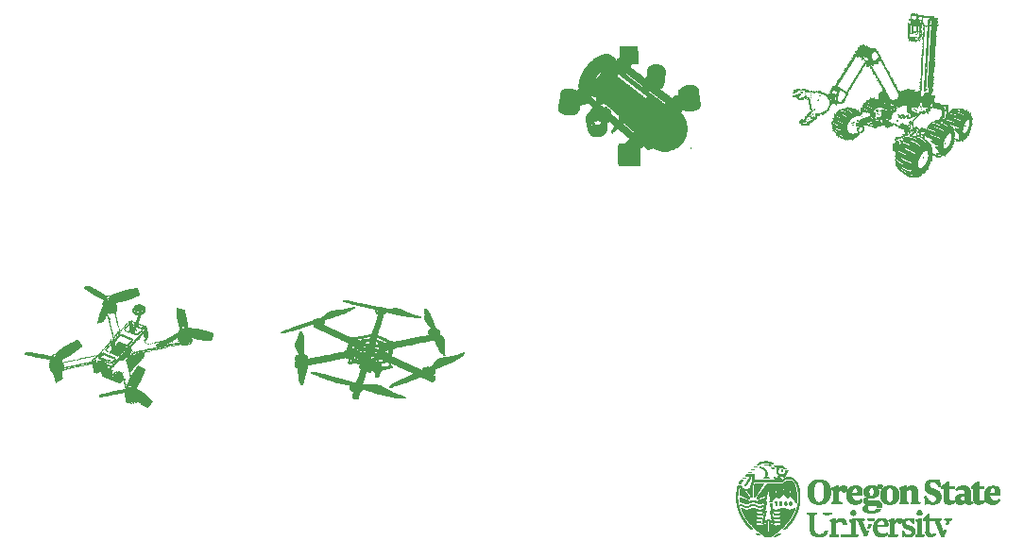
<source format=gto>
G04 Layer_Color=15132400*
%FSLAX24Y24*%
%MOIN*%
G70*
G01*
G75*
D65*
X36731Y10830D02*
X36859D01*
X36987D02*
X37072D01*
X36718Y10838D02*
X36872D01*
X40736Y10843D02*
X40836D01*
X41703D02*
X41803D01*
X42911D02*
X42991D01*
X36703Y10848D02*
X36890D01*
X38497D02*
X38684D01*
X40710D02*
X40862D01*
X41542D02*
X41558D01*
X36690Y10856D02*
X36900D01*
X38466D02*
X38714D01*
X38986D02*
X39260D01*
X39362D02*
X39636D01*
X39672D02*
X39945D01*
X40685D02*
X40890D01*
X41048D02*
X41350D01*
X41542D02*
X41573D01*
X41650D02*
X41854D01*
X42011D02*
X42284D01*
X42430D02*
X42612D01*
X36683Y10861D02*
X36908D01*
X37031D02*
X37115D01*
X38448D02*
X38730D01*
X38986D02*
X39262D01*
X39362D02*
X39638D01*
X39672D02*
X39948D01*
X40672D02*
X40902D01*
X41048D02*
X41353D01*
X41542D02*
X41583D01*
X41634D02*
X41870D01*
X42011D02*
X42287D01*
X36670Y10869D02*
X36921D01*
X38428D02*
X38748D01*
X38986D02*
X39265D01*
X39362D02*
X39643D01*
X39672D02*
X39951D01*
X40657D02*
X40920D01*
X41048D02*
X41355D01*
X41542D02*
X41599D01*
X41616D02*
X41885D01*
X42011D02*
X42290D01*
X42410D02*
X42640D01*
X42901D02*
X43001D01*
X36662Y10874D02*
X36928D01*
X38415D02*
X38761D01*
X38986D02*
X39267D01*
X39362D02*
X39643D01*
X39672D02*
X39953D01*
X40647D02*
X40928D01*
X41048D02*
X41358D01*
X41542D02*
X41895D01*
X42011D02*
X42292D01*
X42402D02*
X42648D01*
X42898D02*
X43001D01*
X36652Y10881D02*
X36941D01*
X38402D02*
X38776D01*
X38986D02*
X39270D01*
X39362D02*
X39649D01*
X39672D02*
X39956D01*
X40634D02*
X40941D01*
X41048D02*
X41361D01*
X41540D02*
X41906D01*
X42011D02*
X42295D01*
X42394D02*
X42658D01*
X36644Y10886D02*
X36949D01*
X37069D02*
X37148D01*
X38392D02*
X38784D01*
X38986D02*
X39272D01*
X39362D02*
X39651D01*
X39672D02*
X39958D01*
X40183D02*
X40281D01*
X40626D02*
X40949D01*
X41048D02*
X41363D01*
X41540D02*
X41913D01*
X42011D02*
X42297D01*
X42389D02*
X42666D01*
X42893D02*
X43006D01*
X36432Y10894D02*
X36511D01*
X36631D02*
X36959D01*
X37079D02*
X37159D01*
X38379D02*
X38796D01*
X38986D02*
X39277D01*
X39364D02*
X39654D01*
X39672D02*
X39963D01*
X40181D02*
X40283D01*
X40616D02*
X40959D01*
X41048D02*
X41366D01*
X41540D02*
X41921D01*
X42011D02*
X42302D01*
X42384D02*
X42676D01*
X42891D02*
X43009D01*
X36624Y10899D02*
X36967D01*
X38374D02*
X38804D01*
X39001D02*
X39265D01*
X39377D02*
X39641D01*
X39687D02*
X39951D01*
X40611D02*
X40964D01*
X41061D02*
X41358D01*
X41540D02*
X41711D01*
X42026D02*
X42290D01*
X42382D02*
X42681D01*
X36419Y10904D02*
X36498D01*
X36616D02*
X36974D01*
X38366D02*
X38809D01*
X39016D02*
X39247D01*
X39390D02*
X39623D01*
X39700D02*
X39933D01*
X40603D02*
X40972D01*
X41076D02*
X41332D01*
X41540D02*
X41693D01*
X42039D02*
X42272D01*
X42376D02*
X42686D01*
X36409Y10912D02*
X36488D01*
X36606D02*
X36985D01*
X38359D02*
X38819D01*
X39037D02*
X39219D01*
X39410D02*
X39595D01*
X39723D02*
X39904D01*
X40173D02*
X40291D01*
X40595D02*
X40979D01*
X41099D02*
X41294D01*
X42062D02*
X42243D01*
X42374D02*
X42694D01*
X42883D02*
X43016D01*
X36401Y10917D02*
X36480D01*
X36598D02*
X36992D01*
X37110D02*
X37189D01*
X38351D02*
X38825D01*
X39052D02*
X39198D01*
X39426D02*
X39577D01*
X39738D02*
X39884D01*
X40171D02*
X40291D01*
X40590D02*
X40984D01*
X41115D02*
X41268D01*
X41540D02*
X41668D01*
X41839D02*
X41942D01*
X42077D02*
X42223D01*
X42371D02*
X42699D01*
X42881D02*
X43016D01*
X36391Y10925D02*
X36470D01*
X36588D02*
X37002D01*
X37120D02*
X37200D01*
X38343D02*
X38556D01*
X38666D02*
X38832D01*
X39738D02*
X39864D01*
X40168D02*
X40296D01*
X40583D02*
X40992D01*
X41537D02*
X41655D01*
X41847D02*
X41947D01*
X42077D02*
X42203D01*
X42369D02*
X42699D01*
X36580Y10930D02*
X37010D01*
X38341D02*
X38533D01*
X39738D02*
X39864D01*
X40580D02*
X40995D01*
X41849D02*
X41949D01*
X42077D02*
X42203D01*
X42366D02*
X42540D01*
X42875D02*
X43021D01*
X36375Y10938D02*
X36455D01*
X36570D02*
X37020D01*
X38333D02*
X38512D01*
X39738D02*
X39864D01*
X40163D02*
X40301D01*
X40572D02*
X40777D01*
X40877D02*
X41002D01*
X41537D02*
X41639D01*
X41854D02*
X41954D01*
X42077D02*
X42203D01*
X42364D02*
X42520D01*
X42645D02*
X42694D01*
X36562Y10943D02*
X37028D01*
X37143D02*
X37223D01*
X38328D02*
X38502D01*
X38722D02*
X38850D01*
X39738D02*
X39864D01*
X40900D02*
X41005D01*
X41537D02*
X41634D01*
X41857D02*
X41957D01*
X42077D02*
X42203D01*
X42661D02*
X42694D01*
X42870D02*
X43027D01*
X36552Y10950D02*
X37038D01*
X38323D02*
X38489D01*
X38737D02*
X38855D01*
X39738D02*
X39864D01*
X40565D02*
X40739D01*
X41860D02*
X41959D01*
X42077D02*
X42203D01*
X42678D02*
X42689D01*
X42868D02*
X43029D01*
X36544Y10956D02*
X37046D01*
X38320D02*
X38482D01*
X38745D02*
X38860D01*
X39738D02*
X39864D01*
X40155D02*
X40306D01*
X40560D02*
X40731D01*
X40936D02*
X41015D01*
X41862D02*
X41959D01*
X42077D02*
X42203D01*
X42865D02*
X43032D01*
X36537Y10961D02*
X37054D01*
X38318D02*
X38474D01*
X39738D02*
X39864D01*
X40153D02*
X40309D01*
X40557D02*
X40721D01*
X41862D02*
X41962D01*
X42077D02*
X42203D01*
X36526Y10968D02*
X37064D01*
X38313D02*
X38466D01*
X39738D02*
X39864D01*
X40150D02*
X40311D01*
X40552D02*
X40711D01*
X40961D02*
X41010D01*
X41535D02*
X41614D01*
X41865D02*
X41964D01*
X42077D02*
X42203D01*
X42978D02*
X43037D01*
X36521Y10973D02*
X37072D01*
X38768D02*
X38873D01*
X39738D02*
X39864D01*
X40148D02*
X40314D01*
X40549D02*
X40705D01*
X40972D02*
X41007D01*
X41865D02*
X41964D01*
X42077D02*
X42203D01*
X42356D02*
X42489D01*
X42860D02*
X42965D01*
X42978D02*
X43039D01*
X36511Y10981D02*
X37082D01*
X38776D02*
X38876D01*
X39738D02*
X39864D01*
X40145D02*
X40316D01*
X40984D02*
X41002D01*
X41865D02*
X41967D01*
X42077D02*
X42203D01*
X42356D02*
X42487D01*
X42855D02*
X42965D01*
X42980D02*
X43042D01*
X36503Y10986D02*
X37087D01*
X38302D02*
X38448D01*
X38781D02*
X38881D01*
X39738D02*
X39864D01*
X40544D02*
X40690D01*
X40992D02*
X41000D01*
X41865D02*
X41967D01*
X42077D02*
X42203D01*
X42353D02*
X42484D01*
X42855D02*
X42965D01*
X42983D02*
X43042D01*
X36493Y10994D02*
X37097D01*
X38786D02*
X38883D01*
X39738D02*
X39864D01*
X40260D02*
X40322D01*
X40539D02*
X40685D01*
X41535D02*
X41596D01*
X41865D02*
X41970D01*
X42077D02*
X42203D01*
X42353D02*
X42481D01*
X42983D02*
X43044D01*
X36485Y10999D02*
X36754D01*
X36836D02*
X37105D01*
X39738D02*
X39864D01*
X40137D02*
X40247D01*
X40260D02*
X40324D01*
X41535D02*
X41593D01*
X41865D02*
X41970D01*
X42077D02*
X42203D01*
X42353D02*
X42481D01*
X42985D02*
X43047D01*
X36478Y11007D02*
X36754D01*
X36836D02*
X37115D01*
X39738D02*
X39864D01*
X40263D02*
X40327D01*
X41532D02*
X41588D01*
X42077D02*
X42203D01*
X42845D02*
X42960D01*
X42988D02*
X43050D01*
X36470Y11012D02*
X36754D01*
X36836D02*
X37120D01*
X39738D02*
X39864D01*
X40263D02*
X40329D01*
X40534D02*
X40672D01*
X41532D02*
X41586D01*
X42077D02*
X42203D01*
X42845D02*
X42960D01*
X42988D02*
X43052D01*
X36462Y11017D02*
X36754D01*
X36836D02*
X37128D01*
X38292D02*
X38430D01*
X39738D02*
X39864D01*
X41532D02*
X41583D01*
X42077D02*
X42203D01*
X42842D02*
X42957D01*
X42991D02*
X43055D01*
X36455Y11025D02*
X36754D01*
X36836D02*
X37138D01*
X39738D02*
X39864D01*
X40127D02*
X40242D01*
X40268D02*
X40334D01*
X40529D02*
X40664D01*
X42077D02*
X42203D01*
X42840D02*
X42957D01*
X42993D02*
X43057D01*
X36447Y11030D02*
X36754D01*
X36836D02*
X37143D01*
X38287D02*
X38425D01*
X39738D02*
X39864D01*
X40124D02*
X40240D01*
X41532D02*
X41576D01*
X41854D02*
X41970D01*
X42077D02*
X42203D01*
X36437Y11037D02*
X36757D01*
X36836D02*
X37153D01*
X39738D02*
X39864D01*
X40122D02*
X40237D01*
X40524D02*
X40657D01*
X41532D02*
X41573D01*
X41849D02*
X41970D01*
X42077D02*
X42203D01*
X36432Y11043D02*
X36757D01*
X36836D02*
X37159D01*
X39738D02*
X39864D01*
X40119D02*
X40237D01*
X40524D02*
X40654D01*
X41529D02*
X41570D01*
X42077D02*
X42203D01*
X42832D02*
X42952D01*
X42998D02*
X43062D01*
X36422Y11050D02*
X36757D01*
X36836D02*
X37169D01*
X39738D02*
X39864D01*
X40117D02*
X40235D01*
X41839D02*
X41970D01*
X42077D02*
X42203D01*
X42829D02*
X42950D01*
X36416Y11055D02*
X36757D01*
X36834D02*
X37174D01*
X38282D02*
X38415D01*
X39738D02*
X39864D01*
X40114D02*
X40235D01*
X40521D02*
X40649D01*
X41563D02*
X41563D01*
X41834D02*
X41967D01*
X42077D02*
X42203D01*
X36406Y11063D02*
X36757D01*
X36834D02*
X37184D01*
X39738D02*
X39864D01*
X40112D02*
X40232D01*
X40519D02*
X40647D01*
X42077D02*
X42203D01*
X36401Y11068D02*
X36757D01*
X36834D02*
X37189D01*
X38279D02*
X38413D01*
X39738D02*
X39864D01*
X40109D02*
X40229D01*
X40516D02*
X40644D01*
X42077D02*
X42203D01*
X36396Y11073D02*
X36757D01*
X36834D02*
X37197D01*
X38279D02*
X38413D01*
X39738D02*
X39864D01*
X40516D02*
X40644D01*
X41808D02*
X41964D01*
X42077D02*
X42203D01*
X42819D02*
X42945D01*
X36386Y11081D02*
X36757D01*
X36834D02*
X37205D01*
X38277D02*
X38410D01*
X39738D02*
X39864D01*
X41790D02*
X41962D01*
X42077D02*
X42203D01*
X36381Y11086D02*
X36757D01*
X36834D02*
X37210D01*
X38277D02*
X38410D01*
X39738D02*
X39864D01*
X40513D02*
X40639D01*
X41780D02*
X41962D01*
X42077D02*
X42203D01*
X42814D02*
X42940D01*
X36370Y11094D02*
X36757D01*
X36834D02*
X37220D01*
X38277D02*
X38407D01*
X39738D02*
X39864D01*
X40099D02*
X40222D01*
X40513D02*
X40639D01*
X41757D02*
X41959D01*
X42077D02*
X42203D01*
X42811D02*
X42937D01*
X36365Y11099D02*
X36757D01*
X36834D02*
X37225D01*
X38277D02*
X38407D01*
X39738D02*
X39864D01*
X40096D02*
X40222D01*
X41744D02*
X41957D01*
X42077D02*
X42203D01*
X42809D02*
X42937D01*
X36358Y11107D02*
X36757D01*
X36834D02*
X37235D01*
X38274D02*
X38407D01*
X39738D02*
X39864D01*
X40511D02*
X40636D01*
X41721D02*
X41954D01*
X42077D02*
X42203D01*
X42806D02*
X42934D01*
X36350Y11112D02*
X36759D01*
X36834D02*
X37240D01*
X37343D02*
X37409D01*
X38274D02*
X38407D01*
X39738D02*
X39864D01*
X40511D02*
X40634D01*
X41709D02*
X41952D01*
X42077D02*
X42203D01*
X42804D02*
X42932D01*
X36345Y11117D02*
X36759D01*
X36834D02*
X37246D01*
X37348D02*
X37414D01*
X38274D02*
X38405D01*
X39738D02*
X39864D01*
X40089D02*
X40214D01*
X40511D02*
X40634D01*
X41693D02*
X41949D01*
X42077D02*
X42203D01*
X42801D02*
X42929D01*
X36337Y11124D02*
X36759D01*
X36834D02*
X37253D01*
X38274D02*
X38405D01*
X39738D02*
X39864D01*
X40086D02*
X40212D01*
X40511D02*
X40631D01*
X41670D02*
X41944D01*
X42077D02*
X42203D01*
X42799D02*
X42927D01*
X36332Y11130D02*
X36759D01*
X36834D02*
X37261D01*
X38274D02*
X38405D01*
X39738D02*
X39864D01*
X41657D02*
X41942D01*
X42077D02*
X42203D01*
X42796D02*
X42924D01*
X36322Y11137D02*
X36759D01*
X36831D02*
X37269D01*
X37368D02*
X37435D01*
X38274D02*
X38405D01*
X39738D02*
X39864D01*
X40081D02*
X40206D01*
X41642D02*
X41936D01*
X42077D02*
X42203D01*
X36317Y11142D02*
X36759D01*
X36831D02*
X37274D01*
X37373D02*
X37440D01*
X38274D02*
X38405D01*
X39738D02*
X39864D01*
X40078D02*
X40206D01*
X41632D02*
X41931D01*
X42077D02*
X42203D01*
X42791D02*
X42922D01*
X36309Y11150D02*
X36759D01*
X36831D02*
X37281D01*
X38274D02*
X38405D01*
X39738D02*
X39864D01*
X40073D02*
X40204D01*
X40306D02*
X40383D01*
X40508D02*
X40629D01*
X41619D02*
X41924D01*
X42077D02*
X42203D01*
X42788D02*
X42919D01*
X36304Y11155D02*
X36759D01*
X36831D02*
X37287D01*
X38274D02*
X38405D01*
X39738D02*
X39864D01*
X40508D02*
X40629D01*
X41611D02*
X41918D01*
X42077D02*
X42203D01*
X42786D02*
X42916D01*
X36296Y11163D02*
X36759D01*
X36831D02*
X37294D01*
X37394D02*
X37461D01*
X38274D02*
X38405D01*
X39738D02*
X39864D01*
X40068D02*
X40199D01*
X40508D02*
X40629D01*
X41601D02*
X41911D01*
X42077D02*
X42203D01*
X42783D02*
X42914D01*
X36127Y11168D02*
X36191D01*
X36560D02*
X36759D01*
X36831D02*
X37031D01*
X37399D02*
X37466D01*
X38274D02*
X38405D01*
X39738D02*
X39864D01*
X40068D02*
X40196D01*
X40508D02*
X40629D01*
X41596D02*
X41903D01*
X42077D02*
X42203D01*
X42781D02*
X42911D01*
X36122Y11173D02*
X36186D01*
X36286D02*
X36416D01*
X36583D02*
X36759D01*
X37174D02*
X37307D01*
X37404D02*
X37468D01*
X38274D02*
X38405D01*
X39738D02*
X39864D01*
X40066D02*
X40194D01*
X40314D02*
X40393D01*
X40508D02*
X40629D01*
X41591D02*
X41898D01*
X42077D02*
X42203D01*
X42781D02*
X42909D01*
X36278Y11181D02*
X36393D01*
X36831D02*
X36982D01*
X37199D02*
X37315D01*
X37412D02*
X37476D01*
X38274D02*
X38405D01*
X39738D02*
X39864D01*
X40063D02*
X40191D01*
X40316D02*
X40396D01*
X40508D02*
X40629D01*
X41583D02*
X41885D01*
X42077D02*
X42203D01*
X42776D02*
X42906D01*
X36831Y11186D02*
X36969D01*
X38274D02*
X38405D01*
X39738D02*
X39864D01*
X40319D02*
X40398D01*
X40508D02*
X40629D01*
X41578D02*
X41877D01*
X42077D02*
X42203D01*
X42776D02*
X42904D01*
X36263Y11194D02*
X36363D01*
X36636D02*
X36762D01*
X37228D02*
X37327D01*
X38274D02*
X38405D01*
X39738D02*
X39864D01*
X40055D02*
X40186D01*
X40322D02*
X40401D01*
X40511D02*
X41015D01*
X41573D02*
X41862D01*
X42077D02*
X42203D01*
X42771D02*
X42901D01*
X36099Y11199D02*
X36163D01*
X36437D02*
X36565D01*
X37025D02*
X37156D01*
X38274D02*
X38405D01*
X39738D02*
X39864D01*
X40324D02*
X40403D01*
X40511D02*
X41018D01*
X41568D02*
X41852D01*
X42077D02*
X42203D01*
X42771D02*
X42899D01*
X36091Y11206D02*
X36155D01*
X36411D02*
X36590D01*
X36665D02*
X36762D01*
X37002D02*
X37179D01*
X37435D02*
X37499D01*
X38274D02*
X38405D01*
X39738D02*
X39864D01*
X40050D02*
X40181D01*
X40327D02*
X40406D01*
X40511D02*
X41018D01*
X41565D02*
X41831D01*
X42077D02*
X42203D01*
X36086Y11211D02*
X36150D01*
X36398D02*
X36603D01*
X37440D02*
X37504D01*
X38274D02*
X38405D01*
X39738D02*
X39864D01*
X40329D02*
X40409D01*
X40511D02*
X41020D01*
X41560D02*
X41819D01*
X42077D02*
X42203D01*
X42765D02*
X42893D01*
X36381Y11219D02*
X36619D01*
X36723D02*
X36762D01*
X36828D02*
X36867D01*
X36972D02*
X37210D01*
X37448D02*
X37512D01*
X38274D02*
X38405D01*
X39738D02*
X39864D01*
X40045D02*
X40176D01*
X40332D02*
X40411D01*
X40513D02*
X41020D01*
X41558D02*
X41796D01*
X42077D02*
X42203D01*
X42760D02*
X42891D01*
X36076Y11224D02*
X36140D01*
X36235D02*
X36335D01*
X36370D02*
X36629D01*
X36723D02*
X36762D01*
X36828D02*
X36867D01*
X36962D02*
X37220D01*
X37258D02*
X37356D01*
X37450D02*
X37514D01*
X38274D02*
X38405D01*
X39738D02*
X39864D01*
X40043D02*
X40173D01*
X40332D02*
X40411D01*
X40513D02*
X41020D01*
X41555D02*
X41780D01*
X42077D02*
X42203D01*
X42760D02*
X42891D01*
X36071Y11229D02*
X36135D01*
X36360D02*
X36460D01*
X36542D02*
X36642D01*
X36726D02*
X36762D01*
X36828D02*
X36864D01*
X36951D02*
X37049D01*
X37133D02*
X37230D01*
X37455D02*
X37519D01*
X38274D02*
X38405D01*
X39738D02*
X39864D01*
X40043D02*
X40171D01*
X40334D02*
X40414D01*
X40513D02*
X41023D01*
X41552D02*
X41765D01*
X42077D02*
X42203D01*
X42758D02*
X42888D01*
X36063Y11237D02*
X36127D01*
X36726D02*
X36762D01*
X36828D02*
X36864D01*
X37164D02*
X37294D01*
X37463D02*
X37527D01*
X38274D02*
X38405D01*
X39738D02*
X39864D01*
X40037D02*
X40168D01*
X40337D02*
X40416D01*
X40516D02*
X41023D01*
X41550D02*
X41742D01*
X42077D02*
X42203D01*
X42755D02*
X42886D01*
X36061Y11242D02*
X36122D01*
X36726D02*
X36762D01*
X36828D02*
X36864D01*
X37468D02*
X37530D01*
X38274D02*
X38405D01*
X39738D02*
X39864D01*
X40037D02*
X40165D01*
X40339D02*
X40419D01*
X40516D02*
X41023D01*
X41547D02*
X41727D01*
X42077D02*
X42203D01*
X36053Y11250D02*
X36117D01*
X36603D02*
X36762D01*
X36828D02*
X36987D01*
X37473D02*
X37537D01*
X38274D02*
X38405D01*
X39738D02*
X39864D01*
X40032D02*
X40163D01*
X40342D02*
X40421D01*
X40519D02*
X41023D01*
X41547D02*
X41709D01*
X42077D02*
X42203D01*
X42750D02*
X42881D01*
X36050Y11255D02*
X36112D01*
X37478D02*
X37542D01*
X38274D02*
X38405D01*
X39738D02*
X39864D01*
X40030D02*
X40160D01*
X40345D02*
X40424D01*
X40895D02*
X41023D01*
X41545D02*
X41698D01*
X42077D02*
X42203D01*
X36043Y11263D02*
X36104D01*
X36324D02*
X36368D01*
X36631D02*
X36764D01*
X36828D02*
X36959D01*
X37486D02*
X37548D01*
X38274D02*
X38405D01*
X39738D02*
X39864D01*
X40027D02*
X40158D01*
X40347D02*
X40427D01*
X40895D02*
X41023D01*
X42077D02*
X42203D01*
X42745D02*
X42876D01*
X36038Y11268D02*
X36102D01*
X36194D02*
X36291D01*
X36324D02*
X36358D01*
X36644D02*
X36764D01*
X37233D02*
X37269D01*
X37299D02*
X37397D01*
X37489D02*
X37553D01*
X38274D02*
X38405D01*
X39738D02*
X39864D01*
X40025D02*
X40155D01*
X40350D02*
X40429D01*
X40895D02*
X41023D01*
X42077D02*
X42203D01*
X42742D02*
X42873D01*
X36033Y11275D02*
X36094D01*
X36186D02*
X36291D01*
X36324D02*
X36355D01*
X37235D02*
X37269D01*
X37299D02*
X37404D01*
X37496D02*
X37558D01*
X38274D02*
X38405D01*
X39738D02*
X39864D01*
X40352D02*
X40432D01*
X40895D02*
X41023D01*
X42077D02*
X42203D01*
X42740D02*
X42870D01*
X36027Y11281D02*
X36092D01*
X36324D02*
X36355D01*
X36698D02*
X36764D01*
X36828D02*
X36892D01*
X37235D02*
X37269D01*
X37299D02*
X37409D01*
X37501D02*
X37563D01*
X38274D02*
X38405D01*
X39738D02*
X39864D01*
X40020D02*
X40150D01*
X40895D02*
X41023D01*
X42077D02*
X42203D01*
X42737D02*
X42868D01*
X43073D02*
X43152D01*
X36025Y11286D02*
X36086D01*
X36176D02*
X36291D01*
X36324D02*
X36355D01*
X36729D02*
X36764D01*
X36828D02*
X36862D01*
X37235D02*
X37269D01*
X37299D02*
X37414D01*
X37504D02*
X37565D01*
X38274D02*
X38405D01*
X39738D02*
X39864D01*
X40017D02*
X40148D01*
X40895D02*
X41023D01*
X41540D02*
X41660D01*
X42077D02*
X42203D01*
X36017Y11293D02*
X36079D01*
X36171D02*
X36291D01*
X36324D02*
X36355D01*
X36731D02*
X36764D01*
X36826D02*
X36859D01*
X37235D02*
X37269D01*
X37299D02*
X37420D01*
X37512D02*
X37573D01*
X38274D02*
X38405D01*
X39738D02*
X39864D01*
X40014D02*
X40145D01*
X40529D02*
X40641D01*
X40895D02*
X41023D01*
X41115D02*
X41245D01*
X41540D02*
X41655D01*
X42077D02*
X42203D01*
X42732D02*
X42863D01*
X36015Y11298D02*
X36076D01*
X36324D02*
X36355D01*
X36731D02*
X36764D01*
X36826D02*
X36859D01*
X37235D02*
X37269D01*
X37514D02*
X37576D01*
X38274D02*
X38405D01*
X39738D02*
X39864D01*
X40012D02*
X40142D01*
X40895D02*
X41023D01*
X41115D02*
X41248D01*
X41540D02*
X41652D01*
X42077D02*
X42203D01*
X42730D02*
X42863D01*
X36007Y11306D02*
X36068D01*
X36160D02*
X36291D01*
X36324D02*
X36355D01*
X36585D02*
X36590D01*
X36731D02*
X36764D01*
X36826D02*
X36859D01*
X37000D02*
X37008D01*
X37235D02*
X37269D01*
X37299D02*
X37432D01*
X37522D02*
X37583D01*
X38274D02*
X38405D01*
X39426D02*
X39554D01*
X39738D02*
X39864D01*
X40895D02*
X41020D01*
X41906D02*
X41939D01*
X42077D02*
X42203D01*
X42727D02*
X42858D01*
X36004Y11311D02*
X36066D01*
X36324D02*
X36355D01*
X36585D02*
X36601D01*
X36731D02*
X36764D01*
X36826D02*
X36859D01*
X36990D02*
X37005D01*
X37235D02*
X37269D01*
X37524D02*
X37586D01*
X38274D02*
X38405D01*
X39426D02*
X39554D01*
X39738D02*
X39864D01*
X40007D02*
X40137D01*
X40895D02*
X41020D01*
X41540D02*
X41645D01*
X41903D02*
X41942D01*
X42077D02*
X42203D01*
X42724D02*
X42858D01*
X43083D02*
X43162D01*
X35999Y11319D02*
X36058D01*
X36324D02*
X36355D01*
X36588D02*
X36616D01*
X36731D02*
X36764D01*
X36826D02*
X36859D01*
X37235D02*
X37269D01*
X37532D02*
X37594D01*
X38274D02*
X38405D01*
X39423D02*
X39554D01*
X39738D02*
X39864D01*
X40004D02*
X40135D01*
X41412D02*
X41478D01*
X41540D02*
X41645D01*
X41898D02*
X41939D01*
X42077D02*
X42203D01*
X42722D02*
X42855D01*
X43085D02*
X43165D01*
X35994Y11324D02*
X36056D01*
X36145D02*
X36291D01*
X36324D02*
X36355D01*
X36588D02*
X36626D01*
X36731D02*
X36764D01*
X36826D02*
X36859D01*
X36964D02*
X37002D01*
X37235D02*
X37269D01*
X37535D02*
X37596D01*
X38274D02*
X38405D01*
X39421D02*
X39554D01*
X39738D02*
X39864D01*
X40002D02*
X40132D01*
X40542D02*
X40652D01*
X41115D02*
X41268D01*
X41540D02*
X41642D01*
X41895D02*
X41939D01*
X42077D02*
X42203D01*
X42719D02*
X42853D01*
X43088D02*
X43167D01*
X35989Y11332D02*
X36048D01*
X36137D02*
X36291D01*
X36324D02*
X36355D01*
X36468D02*
X36532D01*
X36590D02*
X36642D01*
X36734D02*
X36767D01*
X36826D02*
X36857D01*
X36949D02*
X37000D01*
X37059D02*
X37123D01*
X37235D02*
X37269D01*
X37299D02*
X37453D01*
X37542D02*
X37601D01*
X38274D02*
X38405D01*
X39418D02*
X39551D01*
X39738D02*
X39864D01*
X39999D02*
X40130D01*
X41115D02*
X41274D01*
X41540D02*
X41642D01*
X41890D02*
X41939D01*
X42077D02*
X42203D01*
X42717D02*
X42850D01*
X43090D02*
X43170D01*
X35984Y11337D02*
X36045D01*
X36132D02*
X36291D01*
X36324D02*
X36355D01*
X36590D02*
X36652D01*
X36734D02*
X36767D01*
X36826D02*
X36857D01*
X36938D02*
X37000D01*
X37235D02*
X37269D01*
X37299D02*
X37458D01*
X37545D02*
X37606D01*
X38274D02*
X38405D01*
X39997D02*
X40130D01*
X41110D02*
X41279D01*
X41386D02*
X41504D01*
X41540D02*
X41642D01*
X41888D02*
X41939D01*
X42714D02*
X42847D01*
X35981Y11342D02*
X36040D01*
X36130D02*
X36291D01*
X36324D02*
X36355D01*
X36419D02*
X36544D01*
X36734D02*
X36767D01*
X36826D02*
X36857D01*
X37235D02*
X37269D01*
X37299D02*
X37461D01*
X37550D02*
X37609D01*
X38274D02*
X38405D01*
X39045D02*
X39201D01*
X39413D02*
X39551D01*
X39730D02*
X39864D01*
X39994D02*
X40127D01*
X40549D02*
X40659D01*
X40892D02*
X41013D01*
X41107D02*
X41281D01*
X41381D02*
X41509D01*
X41542D02*
X41639D01*
X41883D02*
X41939D01*
X42069D02*
X42203D01*
X42712D02*
X42845D01*
X35976Y11350D02*
X36035D01*
X36324D02*
X36355D01*
X36398D02*
X36544D01*
X36734D02*
X36767D01*
X36826D02*
X36857D01*
X37046D02*
X37192D01*
X37235D02*
X37269D01*
X37555D02*
X37617D01*
X38274D02*
X38405D01*
X39037D02*
X39214D01*
X39991D02*
X40125D01*
X41099D02*
X41233D01*
X41243D02*
X41289D01*
X41376D02*
X41514D01*
X41542D02*
X41639D01*
X41877D02*
X41939D01*
X42062D02*
X42203D01*
X42709D02*
X42842D01*
X43096D02*
X43175D01*
X35971Y11355D02*
X36030D01*
X36120D02*
X36291D01*
X36324D02*
X36355D01*
X36391D02*
X36544D01*
X36734D02*
X36767D01*
X36826D02*
X36857D01*
X37046D02*
X37202D01*
X37235D02*
X37269D01*
X37299D02*
X37471D01*
X37560D02*
X37619D01*
X38274D02*
X38405D01*
X39403D02*
X39549D01*
X39989D02*
X40122D01*
X40890D02*
X41010D01*
X41094D02*
X41233D01*
X41245D02*
X41294D01*
X41542D02*
X41642D01*
X41875D02*
X41936D01*
X42707D02*
X42840D01*
X43098D02*
X43177D01*
X35966Y11362D02*
X36025D01*
X36112D02*
X36291D01*
X36324D02*
X36355D01*
X36388D02*
X36544D01*
X36736D02*
X36767D01*
X37046D02*
X37202D01*
X37235D02*
X37269D01*
X37299D02*
X37479D01*
X37565D02*
X37624D01*
X38274D02*
X38405D01*
X39027D02*
X39239D01*
X39393D02*
X39546D01*
X39712D02*
X39864D01*
X39986D02*
X40119D01*
X40887D02*
X41007D01*
X41248D02*
X41304D01*
X41545D02*
X41642D01*
X42051D02*
X42203D01*
X42704D02*
X42837D01*
X43101D02*
X43180D01*
X35963Y11368D02*
X36022D01*
X36109D02*
X36291D01*
X36324D02*
X36355D01*
X36537D02*
X36544D01*
X36736D02*
X36767D01*
X36823D02*
X36854D01*
X36877D02*
X36992D01*
X37046D02*
X37054D01*
X37235D02*
X37269D01*
X37299D02*
X37481D01*
X37568D02*
X37629D01*
X38274D02*
X38405D01*
X39022D02*
X39252D01*
X39385D02*
X39546D01*
X39707D02*
X39864D01*
X39984D02*
X40117D01*
X40885D02*
X41005D01*
X41084D02*
X41235D01*
X41250D02*
X41309D01*
X41368D02*
X41522D01*
X42046D02*
X42203D01*
X42701D02*
X42835D01*
X35956Y11375D02*
X36015D01*
X36324D02*
X36355D01*
X36388D02*
X36429D01*
X36598D02*
X36731D01*
X36736D02*
X36767D01*
X36823D02*
X36854D01*
X36862D02*
X36992D01*
X37164D02*
X37202D01*
X37235D02*
X37269D01*
X37576D02*
X37635D01*
X38274D02*
X38405D01*
X39014D02*
X39173D01*
X39700D02*
X39864D01*
X39981D02*
X40114D01*
X40882D02*
X41002D01*
X41076D02*
X41235D01*
X41256D02*
X41320D01*
X41366D02*
X41524D01*
X41857D02*
X41936D01*
X42039D02*
X42203D01*
X42699D02*
X42832D01*
X35953Y11380D02*
X36012D01*
X36099D02*
X36291D01*
X36324D02*
X36355D01*
X36388D02*
X36414D01*
X36601D02*
X36767D01*
X36823D02*
X36990D01*
X37176D02*
X37202D01*
X37235D02*
X37269D01*
X37299D02*
X37491D01*
X37578D02*
X37637D01*
X38274D02*
X38405D01*
X39011D02*
X39173D01*
X39336D02*
X39541D01*
X39697D02*
X39864D01*
X39979D02*
X40112D01*
X40879D02*
X41000D01*
X41071D02*
X41235D01*
X41366D02*
X41524D01*
X41550D02*
X41647D01*
X42036D02*
X42203D01*
X35948Y11388D02*
X36007D01*
X36094D02*
X36291D01*
X36324D02*
X36355D01*
X36388D02*
X36399D01*
X36601D02*
X36649D01*
X36941D02*
X36990D01*
X37194D02*
X37202D01*
X37235D02*
X37269D01*
X37299D02*
X37499D01*
X37583D02*
X37642D01*
X38274D02*
X38405D01*
X39190D02*
X39539D01*
X39689D02*
X39864D01*
X39976D02*
X40109D01*
X40874D02*
X40995D01*
X41066D02*
X41235D01*
X41363D02*
X41524D01*
X42028D02*
X42203D01*
X42694D02*
X42827D01*
X35946Y11393D02*
X36002D01*
X36324D02*
X36355D01*
X36603D02*
X36652D01*
X36667D02*
X36767D01*
X36823D02*
X36923D01*
X36938D02*
X36987D01*
X37235D02*
X37269D01*
X37588D02*
X37647D01*
X38274D02*
X38405D01*
X38999D02*
X39173D01*
X39193D02*
X39539D01*
X39684D02*
X39864D01*
X39973D02*
X40107D01*
X41061D02*
X41235D01*
X41363D02*
X41527D01*
X41555D02*
X41652D01*
X41839D02*
X41936D01*
X42023D02*
X42203D01*
X42691D02*
X42827D01*
X35940Y11398D02*
X35999D01*
X36084D02*
X36291D01*
X36324D02*
X36355D01*
X36603D02*
X36652D01*
X36680D02*
X36777D01*
X36813D02*
X36910D01*
X36938D02*
X36987D01*
X37235D02*
X37269D01*
X37299D02*
X37507D01*
X37591D02*
X37650D01*
X38274D02*
X38405D01*
X38993D02*
X39173D01*
X39198D02*
X39536D01*
X39679D02*
X39864D01*
X39971D02*
X40104D01*
X40867D02*
X40989D01*
X41056D02*
X41235D01*
X41363D02*
X41527D01*
X41558D02*
X41657D01*
X41834D02*
X41934D01*
X42018D02*
X42203D01*
X42691D02*
X42824D01*
X35935Y11406D02*
X35994D01*
X36079D02*
X36291D01*
X36324D02*
X36355D01*
X36606D02*
X36654D01*
X36936D02*
X36985D01*
X37235D02*
X37269D01*
X37299D02*
X37512D01*
X37596D02*
X37655D01*
X38274D02*
X38405D01*
X38988D02*
X39173D01*
X39203D02*
X39531D01*
X39674D02*
X39864D01*
X39963D02*
X40102D01*
X40595D02*
X40711D01*
X41048D02*
X41235D01*
X41276D02*
X41527D01*
X41563D02*
X41663D01*
X41824D02*
X41934D01*
X42013D02*
X42203D01*
X42681D02*
X42822D01*
X35933Y11411D02*
X35989D01*
X36076D02*
X36291D01*
X36324D02*
X36355D01*
X36606D02*
X36654D01*
X36713D02*
X36880D01*
X36936D02*
X36985D01*
X37235D02*
X37269D01*
X37299D02*
X37514D01*
X37601D02*
X37658D01*
X38274D02*
X38405D01*
X39208D02*
X39528D01*
X39669D02*
X39864D01*
X39953D02*
X40099D01*
X40375D02*
X40490D01*
X40600D02*
X40718D01*
X40851D02*
X40979D01*
X41046D02*
X41235D01*
X41279D02*
X41527D01*
X41565D02*
X41668D01*
X42008D02*
X42203D01*
X42272D02*
X42819D01*
X35928Y11419D02*
X35984D01*
X36324D02*
X36355D01*
X36608D02*
X36657D01*
X36731D02*
X36859D01*
X36933D02*
X36982D01*
X37235D02*
X37269D01*
X37299D02*
X37522D01*
X37606D02*
X37663D01*
X38274D02*
X38405D01*
X39216D02*
X39526D01*
X39669D02*
X39864D01*
X39943D02*
X40130D01*
X40352D02*
X40511D01*
X41046D02*
X41235D01*
X41286D02*
X41524D01*
X41801D02*
X41934D01*
X42008D02*
X42203D01*
X42272D02*
X42850D01*
X43070D02*
X43224D01*
X35925Y11424D02*
X35981D01*
X36066D02*
X36291D01*
X36324D02*
X36355D01*
X36608D02*
X36657D01*
X36744D02*
X36846D01*
X36933D02*
X36982D01*
X37235D02*
X37269D01*
X37299D02*
X37525D01*
X37609D02*
X37668D01*
X38274D02*
X38405D01*
X39221D02*
X39521D01*
X39669D02*
X39864D01*
X39935D02*
X40150D01*
X40337D02*
X40521D01*
X41046D02*
X41235D01*
X41289D02*
X41524D01*
X41575D02*
X41691D01*
X42008D02*
X42203D01*
X42272D02*
X42870D01*
X43055D02*
X43236D01*
X35920Y11432D02*
X35976D01*
X36061D02*
X36291D01*
X36324D02*
X36355D01*
X36611D02*
X36660D01*
X36764D02*
X36828D01*
X36931D02*
X36979D01*
X37235D02*
X37269D01*
X37299D02*
X37530D01*
X37614D02*
X37673D01*
X38274D02*
X38405D01*
X38999D02*
X39173D01*
X39229D02*
X39515D01*
X39684D02*
X39864D01*
X39922D02*
X40181D01*
X40314D02*
X40542D01*
X40623D02*
X40964D01*
X41061D02*
X41235D01*
X41297D02*
X41522D01*
X41755D02*
X41934D01*
X42023D02*
X42203D01*
X42272D02*
X42901D01*
X43032D02*
X43254D01*
X35915Y11437D02*
X35974D01*
X36058D02*
X36291D01*
X36324D02*
X36355D01*
X36775D02*
X36816D01*
X36931D02*
X36979D01*
X37235D02*
X37269D01*
X37299D02*
X37535D01*
X37619D02*
X37676D01*
X38274D02*
X38405D01*
X39011D02*
X39175D01*
X39236D02*
X39513D01*
X39697D02*
X39864D01*
X39915D02*
X40189D01*
X40304D02*
X40549D01*
X40631D02*
X40956D01*
X41074D02*
X41235D01*
X41302D02*
X41519D01*
X41586D02*
X41931D01*
X42036D02*
X42203D01*
X42272D02*
X42909D01*
X43019D02*
X43264D01*
X35912Y11442D02*
X35969D01*
X36053D02*
X36291D01*
X36324D02*
X36355D01*
X36613D02*
X36662D01*
X36787D02*
X36803D01*
X36928D02*
X36977D01*
X37235D02*
X37269D01*
X37299D02*
X37537D01*
X37622D02*
X37678D01*
X38274D02*
X38405D01*
X39242D02*
X39508D01*
X39712D02*
X39864D01*
X39910D02*
X40189D01*
X40304D02*
X40549D01*
X40639D02*
X40951D01*
X41087D02*
X41235D01*
X41307D02*
X41517D01*
X41593D02*
X41931D01*
X42051D02*
X42203D01*
X42272D02*
X42909D01*
X35907Y11449D02*
X35964D01*
X36048D02*
X36291D01*
X36324D02*
X36355D01*
X36928D02*
X36977D01*
X37235D02*
X37269D01*
X37299D02*
X37542D01*
X37627D02*
X37683D01*
X38274D02*
X38405D01*
X39045D02*
X39175D01*
X39252D02*
X39500D01*
X39730D02*
X39864D01*
X39912D02*
X40186D01*
X40649D02*
X40941D01*
X41314D02*
X41514D01*
X41601D02*
X41931D01*
X42069D02*
X42203D01*
X42272D02*
X42906D01*
X43021D02*
X43259D01*
X35905Y11455D02*
X35961D01*
X36045D02*
X36291D01*
X36324D02*
X36355D01*
X36616D02*
X36665D01*
X36926D02*
X36974D01*
X37235D02*
X37269D01*
X37299D02*
X37548D01*
X37629D02*
X37686D01*
X38274D02*
X38405D01*
X39060D02*
X39175D01*
X39260D02*
X39495D01*
X39746D02*
X39864D01*
X39912D02*
X40186D01*
X40659D02*
X40936D01*
X41120D02*
X41238D01*
X41322D02*
X41509D01*
X41609D02*
X41931D01*
X42085D02*
X42203D01*
X42277D02*
X42906D01*
X43024D02*
X43259D01*
X35899Y11462D02*
X35956D01*
X36040D02*
X36291D01*
X36324D02*
X36355D01*
X37235D02*
X37269D01*
X37299D02*
X37553D01*
X37635D02*
X37691D01*
X38274D02*
X38405D01*
X39078D02*
X39175D01*
X39272D02*
X39485D01*
X39764D02*
X39864D01*
X39915D02*
X40183D01*
X40309D02*
X40544D01*
X40672D02*
X40923D01*
X41140D02*
X41238D01*
X41330D02*
X41504D01*
X41622D02*
X41931D01*
X42103D02*
X42203D01*
X42282D02*
X42904D01*
X43024D02*
X43257D01*
X35897Y11467D02*
X35953D01*
X36035D02*
X36291D01*
X36324D02*
X36355D01*
X36619D02*
X36667D01*
X36923D02*
X36972D01*
X37235D02*
X37269D01*
X37299D02*
X37555D01*
X37637D02*
X37693D01*
X38274D02*
X38405D01*
X39283D02*
X39477D01*
X39917D02*
X40183D01*
X40309D02*
X40544D01*
X40685D02*
X40913D01*
X41337D02*
X41499D01*
X41867D02*
X41931D01*
X42287D02*
X42904D01*
X43026D02*
X43257D01*
X35892Y11475D02*
X35948D01*
X36030D02*
X36291D01*
X36324D02*
X36355D01*
X36923D02*
X36969D01*
X37235D02*
X37269D01*
X37299D02*
X37560D01*
X37642D02*
X37699D01*
X38274D02*
X38405D01*
X39114D02*
X39175D01*
X39300D02*
X39464D01*
X39799D02*
X39864D01*
X39917D02*
X40181D01*
X40311D02*
X40542D01*
X40703D02*
X40895D01*
X41174D02*
X41238D01*
X41350D02*
X41489D01*
X41647D02*
X41839D01*
X41888D02*
X41931D01*
X42136D02*
X42203D01*
X42295D02*
X42901D01*
X43026D02*
X43254D01*
X35889Y11480D02*
X35946D01*
X36027D02*
X36291D01*
X36324D02*
X36355D01*
X36422D02*
X36578D01*
X36621D02*
X36670D01*
X36921D02*
X36969D01*
X37013D02*
X37171D01*
X37235D02*
X37269D01*
X37299D02*
X37563D01*
X37647D02*
X37701D01*
X38274D02*
X38405D01*
X39126D02*
X39175D01*
X39313D02*
X39452D01*
X39812D02*
X39864D01*
X40718D02*
X40882D01*
X41186D02*
X41238D01*
X41363D02*
X41481D01*
X41662D02*
X41824D01*
X41903D02*
X41929D01*
X42151D02*
X42203D01*
X42300D02*
X42479D01*
X35884Y11488D02*
X35940D01*
X36022D02*
X36291D01*
X36324D02*
X36355D01*
X36401D02*
X36578D01*
X36624D02*
X36672D01*
X37013D02*
X37192D01*
X37235D02*
X37269D01*
X37299D02*
X37568D01*
X37650D02*
X37706D01*
X38274D02*
X38405D01*
X39833D02*
X39864D01*
X41207D02*
X41238D01*
X42172D02*
X42203D01*
X42307D02*
X42479D01*
X35882Y11493D02*
X35938D01*
X36020D02*
X36291D01*
X36324D02*
X36355D01*
X36391D02*
X36578D01*
X36624D02*
X36672D01*
X36918D02*
X36967D01*
X37235D02*
X37269D01*
X37299D02*
X37573D01*
X37655D02*
X37709D01*
X38274D02*
X38405D01*
X35879Y11498D02*
X35933D01*
X36015D02*
X36291D01*
X36324D02*
X36355D01*
X37235D02*
X37269D01*
X37299D02*
X37576D01*
X37658D02*
X37714D01*
X38274D02*
X38405D01*
X42315D02*
X42479D01*
X35874Y11506D02*
X35928D01*
X36010D02*
X36291D01*
X36324D02*
X36355D01*
X36537D02*
X36578D01*
X36626D02*
X36675D01*
X36915D02*
X36964D01*
X37013D02*
X37054D01*
X37235D02*
X37269D01*
X37299D02*
X37581D01*
X37663D02*
X37717D01*
X38274D02*
X38405D01*
X42323D02*
X42479D01*
X35871Y11511D02*
X35925D01*
X36007D02*
X36291D01*
X36324D02*
X36355D01*
X36388D02*
X36437D01*
X36562D02*
X36578D01*
X37013D02*
X37028D01*
X37153D02*
X37202D01*
X37235D02*
X37269D01*
X37299D02*
X37583D01*
X37665D02*
X37722D01*
X38274D02*
X38405D01*
X35866Y11519D02*
X35920D01*
X36002D02*
X36291D01*
X36324D02*
X36355D01*
X36388D02*
X36414D01*
X36629D02*
X36677D01*
X36913D02*
X36962D01*
X37176D02*
X37202D01*
X37235D02*
X37269D01*
X37299D02*
X37589D01*
X37670D02*
X37724D01*
X38274D02*
X38405D01*
X42333D02*
X42479D01*
X35864Y11524D02*
X35917D01*
X35999D02*
X36291D01*
X36324D02*
X36355D01*
X36388D02*
X36404D01*
X36913D02*
X36959D01*
X37187D02*
X37202D01*
X37235D02*
X37269D01*
X37299D02*
X37591D01*
X37673D02*
X37727D01*
X38274D02*
X38405D01*
X35859Y11531D02*
X35915D01*
X35994D02*
X36291D01*
X36324D02*
X36355D01*
X36631D02*
X36680D01*
X36910D02*
X36959D01*
X37235D02*
X37269D01*
X37299D02*
X37596D01*
X37678D02*
X37732D01*
X38274D02*
X38405D01*
X42346D02*
X42479D01*
X35856Y11536D02*
X35910D01*
X35992D02*
X36291D01*
X36324D02*
X36355D01*
X37235D02*
X37269D01*
X37299D02*
X37599D01*
X37681D02*
X37734D01*
X38274D02*
X38405D01*
X42351D02*
X42479D01*
X35851Y11544D02*
X35907D01*
X35986D02*
X36291D01*
X36324D02*
X36355D01*
X36636D02*
X36683D01*
X36908D02*
X36956D01*
X37235D02*
X37269D01*
X37299D02*
X37604D01*
X37683D02*
X37739D01*
X38274D02*
X38405D01*
X35848Y11549D02*
X35905D01*
X35984D02*
X36291D01*
X36324D02*
X36355D01*
X36636D02*
X36685D01*
X37235D02*
X37269D01*
X37299D02*
X37606D01*
X37688D02*
X37742D01*
X38274D02*
X38405D01*
X35846Y11554D02*
X35900D01*
X35981D02*
X36291D01*
X36324D02*
X36355D01*
X36636D02*
X36685D01*
X36905D02*
X36954D01*
X37235D02*
X37269D01*
X37299D02*
X37612D01*
X37691D02*
X37745D01*
X38274D02*
X38405D01*
X42366D02*
X42479D01*
X35843Y11562D02*
X35897D01*
X35976D02*
X36291D01*
X36324D02*
X36355D01*
X36639D02*
X36688D01*
X36905D02*
X36951D01*
X37235D02*
X37269D01*
X37299D02*
X37614D01*
X37693D02*
X37750D01*
X38274D02*
X38405D01*
X42374D02*
X42479D01*
X35841Y11567D02*
X35894D01*
X35974D02*
X36291D01*
X36324D02*
X36355D01*
X36639D02*
X36688D01*
X36903D02*
X36951D01*
X37235D02*
X37269D01*
X37299D02*
X37617D01*
X37696D02*
X37752D01*
X38274D02*
X38405D01*
X42379D02*
X42479D01*
X35835Y11575D02*
X35889D01*
X35969D02*
X36291D01*
X36324D02*
X36355D01*
X36642D02*
X36690D01*
X37235D02*
X37269D01*
X37299D02*
X37622D01*
X37701D02*
X37755D01*
X38274D02*
X38405D01*
X35833Y11580D02*
X35887D01*
X35966D02*
X36291D01*
X36324D02*
X36355D01*
X36900D02*
X36949D01*
X37235D02*
X37269D01*
X37299D02*
X37624D01*
X37704D02*
X37757D01*
X38274D02*
X38405D01*
X35828Y11588D02*
X35882D01*
X35961D02*
X36291D01*
X36324D02*
X36355D01*
X36644D02*
X36693D01*
X37235D02*
X37269D01*
X37299D02*
X37629D01*
X37709D02*
X37763D01*
X38274D02*
X38405D01*
X35825Y11593D02*
X35879D01*
X35958D02*
X36291D01*
X36324D02*
X36355D01*
X36898D02*
X36946D01*
X37235D02*
X37269D01*
X37299D02*
X37632D01*
X37711D02*
X37765D01*
X38274D02*
X38405D01*
X35823Y11600D02*
X35877D01*
X35953D02*
X36291D01*
X36324D02*
X36355D01*
X36647D02*
X36695D01*
X36895D02*
X36944D01*
X37235D02*
X37269D01*
X37299D02*
X37637D01*
X37714D02*
X37768D01*
X38274D02*
X38405D01*
X35820Y11606D02*
X35874D01*
X35951D02*
X36291D01*
X36324D02*
X36355D01*
X36649D02*
X36695D01*
X36895D02*
X36944D01*
X37235D02*
X37269D01*
X37299D02*
X37640D01*
X37716D02*
X37770D01*
X38274D02*
X38405D01*
X39748D02*
X39851D01*
X42087D02*
X42190D01*
X35818Y11611D02*
X35871D01*
X35948D02*
X36291D01*
X36324D02*
X36355D01*
X36649D02*
X36698D01*
X37235D02*
X37269D01*
X37299D02*
X37642D01*
X37719D02*
X37773D01*
X38274D02*
X38405D01*
X42417D02*
X42479D01*
X35815Y11618D02*
X35866D01*
X35946D02*
X36291D01*
X36324D02*
X36355D01*
X36422D02*
X36578D01*
X36892D02*
X36939D01*
X37013D02*
X37169D01*
X37235D02*
X37269D01*
X37299D02*
X37645D01*
X37724D02*
X37778D01*
X38827D02*
X38929D01*
X42425D02*
X42479D01*
X35812Y11623D02*
X35864D01*
X35943D02*
X36291D01*
X36324D02*
X36355D01*
X36406D02*
X36593D01*
X36652D02*
X36701D01*
X36892D02*
X36939D01*
X36997D02*
X37184D01*
X37235D02*
X37269D01*
X37299D02*
X37650D01*
X37727D02*
X37780D01*
X38249D02*
X38430D01*
X39730D02*
X39869D01*
X42069D02*
X42208D01*
X42430D02*
X42479D01*
X35807Y11631D02*
X35861D01*
X35938D02*
X36291D01*
X36324D02*
X36355D01*
X36391D02*
X36603D01*
X36654D02*
X36701D01*
X36990D02*
X37202D01*
X37235D02*
X37269D01*
X37299D02*
X37652D01*
X37729D02*
X37783D01*
X38223D02*
X38456D01*
X38784D02*
X38970D01*
X42435D02*
X42479D01*
X35805Y11636D02*
X35859D01*
X35935D02*
X36291D01*
X36324D02*
X36355D01*
X36388D02*
X36603D01*
X36654D02*
X36703D01*
X36990D02*
X37202D01*
X37235D02*
X37269D01*
X37299D02*
X37655D01*
X37732D02*
X37786D01*
X38208D02*
X38471D01*
X38768D02*
X38986D01*
X39723D02*
X39876D01*
X42062D02*
X42215D01*
X42440D02*
X42479D01*
X35802Y11644D02*
X35854D01*
X35933D02*
X36291D01*
X36324D02*
X36355D01*
X36388D02*
X36468D01*
X37123D02*
X37202D01*
X37235D02*
X37269D01*
X37299D02*
X37660D01*
X37737D02*
X37788D01*
X38182D02*
X38497D01*
X38743D02*
X39011D01*
X39718D02*
X39881D01*
X42057D02*
X42220D01*
X42448D02*
X42479D01*
X35800Y11649D02*
X35851D01*
X35930D02*
X36291D01*
X36324D02*
X36355D01*
X36388D02*
X36439D01*
X36562D02*
X36603D01*
X36657D02*
X36706D01*
X36885D02*
X36933D01*
X36990D02*
X37031D01*
X37151D02*
X37202D01*
X37235D02*
X37269D01*
X37299D02*
X37663D01*
X37739D02*
X37791D01*
X38169D02*
X38512D01*
X38730D02*
X39027D01*
X39718D02*
X39881D01*
X42057D02*
X42220D01*
X35797Y11657D02*
X35848D01*
X35925D02*
X36291D01*
X36324D02*
X36355D01*
X36585D02*
X36603D01*
X36990D02*
X37008D01*
X37235D02*
X37269D01*
X37299D02*
X37665D01*
X37742D02*
X37796D01*
X38169D02*
X38510D01*
X38730D02*
X39024D01*
X35795Y11662D02*
X35846D01*
X35923D02*
X36291D01*
X36324D02*
X36355D01*
X36388D02*
X36404D01*
X36596D02*
X36603D01*
X36660D02*
X36708D01*
X36882D02*
X36931D01*
X37187D02*
X37202D01*
X37235D02*
X37269D01*
X37299D02*
X37668D01*
X37745D02*
X37796D01*
X38172D02*
X38507D01*
X38732D02*
X39022D01*
X39712D02*
X39887D01*
X42051D02*
X42226D01*
X36990Y11664D02*
Y11664D01*
X35792Y11667D02*
X35843D01*
X35920D02*
X36291D01*
X36324D02*
X36355D01*
X36662D02*
X36708D01*
X37197D02*
X37202D01*
X37235D02*
X37269D01*
X37299D02*
X37670D01*
X37747D02*
X37798D01*
X38172D02*
X38507D01*
X38732D02*
X39022D01*
X39712D02*
X39887D01*
X42051D02*
X42226D01*
X35789Y11675D02*
X35841D01*
X35917D02*
X36291D01*
X36324D02*
X36355D01*
X36662D02*
X36711D01*
X36880D02*
X36928D01*
X37235D02*
X37269D01*
X37299D02*
X37673D01*
X37750D02*
X37804D01*
X38175D02*
X38505D01*
X38735D02*
X39019D01*
X39712D02*
X39887D01*
X42051D02*
X42226D01*
X35787Y11680D02*
X35838D01*
X35915D02*
X36291D01*
X36324D02*
X36355D01*
X36611D02*
X36639D01*
X36880D02*
X36926D01*
X36951D02*
X36982D01*
X37235D02*
X37269D01*
X37299D02*
X37676D01*
X37752D02*
X37804D01*
X38175D02*
X38505D01*
X38737D02*
X39019D01*
X39712D02*
X39887D01*
X42051D02*
X42226D01*
X35782Y11687D02*
X35836D01*
X35910D02*
X36291D01*
X36324D02*
X36355D01*
X36611D02*
X36713D01*
X36877D02*
X36979D01*
X37235D02*
X37269D01*
X37299D02*
X37681D01*
X37757D02*
X37809D01*
X38177D02*
X38502D01*
X38737D02*
X39016D01*
X39712D02*
X39887D01*
X40337D02*
X40526D01*
X42051D02*
X42226D01*
X35782Y11693D02*
X35833D01*
X35907D02*
X36291D01*
X36324D02*
X36355D01*
X36613D02*
X36713D01*
X36877D02*
X36979D01*
X37235D02*
X37269D01*
X37299D02*
X37683D01*
X37757D02*
X37811D01*
X38177D02*
X38500D01*
X38740D02*
X39014D01*
X39712D02*
X39887D01*
X40301D02*
X40560D01*
X42051D02*
X42226D01*
X35777Y11700D02*
X35828D01*
X35905D02*
X36291D01*
X36324D02*
X36355D01*
X36613D02*
X36716D01*
X36874D02*
X36977D01*
X37235D02*
X37269D01*
X37299D02*
X37686D01*
X37763D02*
X37814D01*
X40268D02*
X40595D01*
X35777Y11705D02*
X35828D01*
X35902D02*
X36291D01*
X36324D02*
X36355D01*
X36616D02*
X36716D01*
X36874D02*
X36974D01*
X37235D02*
X37269D01*
X37299D02*
X37688D01*
X37765D02*
X37816D01*
X40250D02*
X40613D01*
X35772Y11713D02*
X35823D01*
X35899D02*
X36291D01*
X36324D02*
X36355D01*
X36616D02*
X36718D01*
X36872D02*
X36974D01*
X37235D02*
X37269D01*
X37299D02*
X37691D01*
X37768D02*
X37819D01*
X39718D02*
X39881D01*
X40227D02*
X40636D01*
X42057D02*
X42220D01*
X35772Y11718D02*
X35823D01*
X35897D02*
X36291D01*
X36619D02*
X36718D01*
X36872D02*
X36972D01*
X37299D02*
X37693D01*
X37770D02*
X37821D01*
X39720D02*
X39879D01*
X40217D02*
X40649D01*
X42059D02*
X42218D01*
X35769Y11723D02*
X35820D01*
X35894D02*
X36291D01*
X36619D02*
X36721D01*
X36869D02*
X36972D01*
X37299D02*
X37696D01*
X37770D02*
X37821D01*
X39723D02*
X39876D01*
X40206D02*
X40662D01*
X42062D02*
X42215D01*
X35766Y11731D02*
X35815D01*
X35892D02*
X36291D01*
X36342D02*
X36355D01*
X36621D02*
X36721D01*
X36869D02*
X36969D01*
X37235D02*
X37248D01*
X37299D02*
X37699D01*
X37775D02*
X37827D01*
X40194D02*
X40677D01*
X35764Y11736D02*
X35815D01*
X35889D02*
X36296D01*
X36621D02*
X36724D01*
X36867D02*
X36969D01*
X37235D02*
X37240D01*
X37294D02*
X37701D01*
X37778D02*
X37827D01*
X39733D02*
X39866D01*
X40186D02*
X40688D01*
X42072D02*
X42205D01*
X35761Y11744D02*
X35810D01*
X35887D02*
X36306D01*
X36442D02*
X36557D01*
X36624D02*
X36672D01*
X36706D02*
X36724D01*
X36867D02*
X36885D01*
X36918D02*
X36967D01*
X37033D02*
X37148D01*
X37284D02*
X37704D01*
X37780D02*
X37829D01*
X40176D02*
X40700D01*
X42077D02*
X42197D01*
X35759Y11749D02*
X35810D01*
X35884D02*
X36312D01*
X36422D02*
X36578D01*
X36624D02*
X36672D01*
X36918D02*
X36967D01*
X37013D02*
X37169D01*
X37279D02*
X37706D01*
X37780D02*
X37832D01*
X40171D02*
X40401D01*
X40501D02*
X40708D01*
X35756Y11757D02*
X35807D01*
X35882D02*
X36322D01*
X36401D02*
X36598D01*
X36626D02*
X36675D01*
X36915D02*
X36964D01*
X36992D02*
X37189D01*
X37269D02*
X37709D01*
X37785D02*
X37834D01*
X40544D02*
X40718D01*
X35754Y11762D02*
X35805D01*
X35879D02*
X36329D01*
X36388D02*
X36611D01*
X36915D02*
X36964D01*
X36979D02*
X37202D01*
X37261D02*
X37711D01*
X37785D02*
X37837D01*
X39769D02*
X39830D01*
X40158D02*
X40352D01*
X40562D02*
X40723D01*
X42108D02*
X42169D01*
X35751Y11767D02*
X35802D01*
X35876D02*
X36337D01*
X36378D02*
X36621D01*
X36629D02*
X36677D01*
X36913D02*
X36962D01*
X36969D02*
X37212D01*
X37253D02*
X37714D01*
X37788D02*
X37839D01*
X39787D02*
X39812D01*
X40155D02*
X40342D01*
X40575D02*
X40731D01*
X42126D02*
X42151D01*
X35748Y11774D02*
X35800D01*
X35874D02*
X36347D01*
X36363D02*
X36677D01*
X36913D02*
X37230D01*
X37243D02*
X37717D01*
X37791D02*
X37842D01*
X40150D02*
X40329D01*
X35748Y11780D02*
X35797D01*
X35871D02*
X36680D01*
X36910D02*
X37719D01*
X37793D02*
X37844D01*
X40148D02*
X40322D01*
X40598D02*
X40744D01*
X35746Y11787D02*
X35795D01*
X35869D02*
X36680D01*
X36910D02*
X37722D01*
X37796D02*
X37847D01*
X40142D02*
X40314D01*
X35743Y11792D02*
X35792D01*
X36086D02*
X36450D01*
X36550D02*
X36683D01*
X36908D02*
X37041D01*
X37141D02*
X37507D01*
X37606D02*
X37724D01*
X37798D02*
X37847D01*
X40142D02*
X40309D01*
X35741Y11800D02*
X35789D01*
X36112D02*
X36424D01*
X36578D02*
X36683D01*
X36908D02*
X37013D01*
X37166D02*
X37479D01*
X37801D02*
X37850D01*
X40140D02*
X40304D01*
X35738Y11805D02*
X35789D01*
X36125D02*
X36411D01*
X36905D02*
X37002D01*
X37179D02*
X37466D01*
X37801D02*
X37852D01*
X40137D02*
X40301D01*
X40626D02*
X40764D01*
X35736Y11813D02*
X35787D01*
X36140D02*
X36396D01*
X37197D02*
X37450D01*
X37803D02*
X37855D01*
X40137D02*
X40299D01*
X35736Y11818D02*
X35784D01*
X35859D02*
X35920D01*
X36150D02*
X36383D01*
X37207D02*
X37440D01*
X37673D02*
X37732D01*
X37806D02*
X37855D01*
X40135D02*
X40296D01*
X35733Y11823D02*
X35782D01*
X35856D02*
X35907D01*
X36163D02*
X36373D01*
X36629D02*
X36688D01*
X36903D02*
X36964D01*
X37217D02*
X37427D01*
X37683D02*
X37734D01*
X37809D02*
X37857D01*
X40135D02*
X40293D01*
X35731Y11831D02*
X35779D01*
X35853D02*
X35887D01*
X36642D02*
X36690D01*
X36900D02*
X36949D01*
X37238D02*
X37407D01*
X37704D02*
X37737D01*
X37811D02*
X37860D01*
X40135D02*
X40293D01*
X35731Y11836D02*
X35779D01*
X35853D02*
X35871D01*
X36199D02*
X36335D01*
X37722D02*
X37739D01*
X37811D02*
X37862D01*
X40135D02*
X40291D01*
X35728Y11844D02*
X35777D01*
X36255D02*
X36281D01*
X36644D02*
X36693D01*
X36898D02*
X36946D01*
X37814D02*
X37865D01*
X40135D02*
X40291D01*
X35725Y11849D02*
X35774D01*
X37816D02*
X37865D01*
X40135D02*
X40291D01*
X35723Y11856D02*
X35772D01*
X36649D02*
X36695D01*
X36895D02*
X36944D01*
X37819D02*
X37867D01*
X40137D02*
X40291D01*
X35723Y11861D02*
X35772D01*
X36649D02*
X36695D01*
X37819D02*
X37870D01*
X40137D02*
X40291D01*
X40644D02*
X40790D01*
X35720Y11869D02*
X35769D01*
X36892D02*
X36941D01*
X37821D02*
X37870D01*
X35718Y11874D02*
X35766D01*
X36652D02*
X36701D01*
X36892D02*
X36939D01*
X37824D02*
X37873D01*
X35718Y11879D02*
X35766D01*
X36652D02*
X36701D01*
X36890D02*
X36939D01*
X37824D02*
X37873D01*
X40142D02*
X40293D01*
X40644D02*
X40795D01*
X35715Y11887D02*
X35764D01*
X36654D02*
X36703D01*
X37826D02*
X37875D01*
X40148D02*
X40293D01*
X40644D02*
X40795D01*
X35713Y11892D02*
X35761D01*
X36887D02*
X36936D01*
X37829D02*
X37878D01*
X40150D02*
X40296D01*
X40641D02*
X40795D01*
X35713Y11900D02*
X35761D01*
X35943D02*
X36127D01*
X36409D02*
X36590D01*
X36657D02*
X36706D01*
X37832D02*
X37880D01*
X40641D02*
X40798D01*
X35710Y11905D02*
X35759D01*
X35930D02*
X36140D01*
X36396D02*
X36603D01*
X36885D02*
X36933D01*
X37832D02*
X37880D01*
X40639D02*
X40798D01*
X35708Y11913D02*
X35756D01*
X36660D02*
X36708D01*
X37834D02*
X37883D01*
X40165D02*
X40304D01*
X40634D02*
X40798D01*
X35708Y11918D02*
X35756D01*
X35905D02*
X36166D01*
X36368D02*
X36631D01*
X36662D02*
X36708D01*
X37834D02*
X37883D01*
X40171D02*
X40309D01*
X40631D02*
X40798D01*
X35705Y11925D02*
X35754D01*
X36662D02*
X36711D01*
X36880D02*
X36928D01*
X37837D02*
X37885D01*
X40181D02*
X40314D01*
X40626D02*
X40798D01*
X35705Y11931D02*
X35754D01*
X36575D02*
X36711D01*
X36880D02*
X36926D01*
X37837D02*
X37885D01*
X40188D02*
X40319D01*
X40621D02*
X40798D01*
X35702Y11936D02*
X35751D01*
X36880D02*
X36926D01*
X37839D02*
X37888D01*
X40196D02*
X40324D01*
X40613D02*
X40798D01*
X35702Y11943D02*
X35751D01*
X36140D02*
X36393D01*
X37842D02*
X37891D01*
X40598D02*
X40798D01*
X35700Y11948D02*
X35749D01*
X35820D02*
X35920D01*
X36153D02*
X36383D01*
X36616D02*
X36716D01*
X37842D02*
X37891D01*
X40583D02*
X40798D01*
X36168Y11956D02*
X36368D01*
X37066D02*
X37097D01*
X37212D02*
X37264D01*
X37389D02*
X37443D01*
X37563D02*
X37612D01*
X37844D02*
X37893D01*
X40247D02*
X40795D01*
X35697Y11961D02*
X35746D01*
X36181D02*
X36352D01*
X37066D02*
X37097D01*
X37555D02*
X37619D01*
X37844D02*
X37893D01*
X40270D02*
X40795D01*
X37066Y11969D02*
X37097D01*
X37199D02*
X37279D01*
X37548D02*
X37627D01*
X37847D02*
X37896D01*
X40296D02*
X40792D01*
X35695Y11974D02*
X35743D01*
X35815D02*
X35828D01*
X36242D02*
X36294D01*
X36672D02*
X36721D01*
X36869D02*
X36918D01*
X37066D02*
X37097D01*
X37847D02*
X37896D01*
X40270D02*
X40792D01*
X36869Y11982D02*
X36916D01*
X37066D02*
X37097D01*
X37194D02*
X37228D01*
X37248D02*
X37281D01*
X37368D02*
X37402D01*
X37427D02*
X37463D01*
X37542D02*
X37578D01*
X37596D02*
X37632D01*
X40247D02*
X40790D01*
X35692Y11987D02*
X35741D01*
X36867D02*
X36916D01*
X37066D02*
X37097D01*
X37194D02*
X37225D01*
X37251D02*
X37281D01*
X37366D02*
X37399D01*
X37430D02*
X37463D01*
X37542D02*
X37576D01*
X37599D02*
X37632D01*
X37850D02*
X37898D01*
X40235D02*
X40790D01*
X41046D02*
X41125D01*
X43149D02*
X43213D01*
X43543D02*
X43602D01*
X43848D02*
X43907D01*
X44196D02*
X44260D01*
X35692Y11992D02*
X35741D01*
X36867D02*
X36913D01*
X37066D02*
X37097D01*
X37194D02*
X37225D01*
X37251D02*
X37281D01*
X37366D02*
X37397D01*
X37432D02*
X37466D01*
X37542D02*
X37576D01*
X37599D02*
X37632D01*
X37850D02*
X37898D01*
X38510D02*
X38681D01*
X39787D02*
X39933D01*
X40227D02*
X40787D01*
X41007D02*
X41164D01*
X42338D02*
X42348D01*
X42530D02*
X42686D01*
X43515D02*
X43630D01*
X43825D02*
X43938D01*
X44646D02*
X44792D01*
X36680Y12000D02*
X36726D01*
X36864D02*
X36913D01*
X37066D02*
X37097D01*
X37197D02*
X37230D01*
X37246D02*
X37279D01*
X37366D02*
X37399D01*
X37432D02*
X37466D01*
X37545D02*
X37578D01*
X37596D02*
X37629D01*
X37852D02*
X37901D01*
X38474D02*
X38717D01*
X39034D02*
X39380D01*
X39756D02*
X39963D01*
X40214D02*
X40785D01*
X40974D02*
X41197D01*
X41424D02*
X41732D01*
X41826D02*
X42136D01*
X42494D02*
X42717D01*
X43096D02*
X43270D01*
X43492D02*
X43656D01*
X43804D02*
X43963D01*
X44145D02*
X44316D01*
X44616D02*
X44823D01*
X35690Y12005D02*
X35738D01*
X36680D02*
X36726D01*
X37066D02*
X37097D01*
X37368D02*
X37402D01*
X37427D02*
X37463D01*
X37548D02*
X37627D01*
X37852D02*
X37901D01*
X38456D02*
X38735D01*
X39032D02*
X39382D01*
X39743D02*
X39979D01*
X40209D02*
X40785D01*
X40959D02*
X41212D01*
X41422D02*
X41737D01*
X41824D02*
X42139D01*
X42338D02*
X42371D01*
X42479D02*
X42732D01*
X43085D02*
X43282D01*
X43482D02*
X43669D01*
X43794D02*
X43976D01*
X44132D02*
X44329D01*
X44600D02*
X44838D01*
X36639Y12012D02*
X36657D01*
X36862D02*
X36908D01*
X36933D02*
X36951D01*
X37066D02*
X37097D01*
X37207D02*
X37269D01*
X37555D02*
X37619D01*
X38433D02*
X38758D01*
X39032D02*
X39385D01*
X39723D02*
X39997D01*
X40201D02*
X40782D01*
X40938D02*
X41233D01*
X41422D02*
X41739D01*
X41824D02*
X42141D01*
X42335D02*
X42384D01*
X42456D02*
X42753D01*
X43070D02*
X43300D01*
X43467D02*
X43684D01*
X43784D02*
X43991D01*
X44117D02*
X44347D01*
X44582D02*
X44856D01*
X35687Y12018D02*
X35736D01*
X37066D02*
X37097D01*
X37212D02*
X37266D01*
X37560D02*
X37614D01*
X37855D02*
X37903D01*
X38420D02*
X38771D01*
X39032D02*
X39388D01*
X39712D02*
X40007D01*
X40196D02*
X40780D01*
X40925D02*
X41245D01*
X41422D02*
X41742D01*
X41824D02*
X42144D01*
X42335D02*
X42392D01*
X42446D02*
X42763D01*
X43062D02*
X43308D01*
X43461D02*
X43692D01*
X44109D02*
X44357D01*
X44572D02*
X44866D01*
X35687Y12025D02*
X35736D01*
X36424D02*
X36575D01*
X37066D02*
X37097D01*
X38402D02*
X38789D01*
X39032D02*
X39390D01*
X39700D02*
X40022D01*
X40191D02*
X40775D01*
X40910D02*
X41261D01*
X41422D02*
X41744D01*
X41824D02*
X42149D01*
X42428D02*
X42778D01*
X43052D02*
X43321D01*
X43451D02*
X43702D01*
X43771D02*
X44009D01*
X44101D02*
X44367D01*
X44559D02*
X44879D01*
X35946Y12030D02*
X36127D01*
X36409D02*
X36590D01*
X37066D02*
X37097D01*
X37857D02*
X37906D01*
X38392D02*
X38799D01*
X39032D02*
X39393D01*
X39692D02*
X40030D01*
X40186D02*
X40772D01*
X40902D02*
X41268D01*
X41422D02*
X41747D01*
X41824D02*
X42149D01*
X42335D02*
X42786D01*
X43047D02*
X43329D01*
X43446D02*
X43707D01*
X43769D02*
X44014D01*
X44094D02*
X44375D01*
X44549D02*
X44887D01*
X35685Y12038D02*
X35733D01*
X37066D02*
X37097D01*
X37248D02*
X37276D01*
X37384D02*
X37417D01*
X37857D02*
X37906D01*
X38377D02*
X38812D01*
X39032D02*
X39395D01*
X39679D02*
X40040D01*
X40183D02*
X40769D01*
X40890D02*
X41281D01*
X41422D02*
X41750D01*
X41824D02*
X42154D01*
X42335D02*
X42799D01*
X43039D02*
X43339D01*
X43438D02*
X43715D01*
X43763D02*
X44022D01*
X44086D02*
X44385D01*
X44539D02*
X44900D01*
X35685Y12043D02*
X35733D01*
X37051D02*
X37097D01*
X37197D02*
X37228D01*
X37389D02*
X37422D01*
X38369D02*
X38819D01*
X39039D02*
X39398D01*
X39674D02*
X40045D01*
X40181D02*
X40764D01*
X40882D02*
X41289D01*
X41430D02*
X41747D01*
X41831D02*
X42149D01*
X42333D02*
X42806D01*
X43034D02*
X43344D01*
X43433D02*
X43720D01*
X43761D02*
X44022D01*
X44083D02*
X44393D01*
X44531D02*
X44905D01*
X35905Y12048D02*
X36166D01*
X36368D02*
X36631D01*
X37051D02*
X37097D01*
X37248D02*
X37276D01*
X37391D02*
X37427D01*
X37548D02*
X37578D01*
X37596D02*
X37627D01*
X38361D02*
X38827D01*
X39052D02*
X39382D01*
X39666D02*
X40050D01*
X40178D02*
X40762D01*
X40877D02*
X41294D01*
X41442D02*
X41732D01*
X41842D02*
X42133D01*
X42333D02*
X42812D01*
X43032D02*
X43352D01*
X43428D02*
X43725D01*
X43758D02*
X44019D01*
X44078D02*
X44398D01*
X44526D02*
X44910D01*
X35682Y12056D02*
X35731D01*
X35887D02*
X36184D01*
X36352D02*
X36736D01*
X37051D02*
X37097D01*
X37397D02*
X37432D01*
X37860D02*
X37908D01*
X38348D02*
X38571D01*
X38620D02*
X38840D01*
X39068D02*
X39347D01*
X39659D02*
X40061D01*
X40176D02*
X40757D01*
X40867D02*
X41051D01*
X41117D02*
X41304D01*
X41460D02*
X41706D01*
X41860D02*
X42110D01*
X42643D02*
X42822D01*
X43026D02*
X43359D01*
X43423D02*
X43730D01*
X43756D02*
X44019D01*
X44073D02*
X44406D01*
X44516D02*
X44918D01*
X35682Y12061D02*
X35731D01*
X35874D02*
X36196D01*
X36340D02*
X36739D01*
X37051D02*
X37097D01*
X37402D02*
X37438D01*
X37783D02*
X37791D01*
X37860D02*
X37908D01*
X38343D02*
X38543D01*
X38648D02*
X38848D01*
X39080D02*
X39324D01*
X39651D02*
X40063D01*
X40173D02*
X40752D01*
X41133D02*
X41309D01*
X41471D02*
X41691D01*
X41870D02*
X42095D01*
X42333D02*
X42551D01*
X42663D02*
X42827D01*
X43021D02*
X43364D01*
X43421D02*
X43735D01*
X43753D02*
X44019D01*
X44071D02*
X44411D01*
X44511D02*
X44923D01*
X35841Y12069D02*
X36230D01*
X36304D02*
X36739D01*
X37051D02*
X37097D01*
X37212D02*
X37264D01*
X37407D02*
X37445D01*
X37560D02*
X37614D01*
X37775D02*
X37791D01*
X38668D02*
X38855D01*
X39091D02*
X39290D01*
X39646D02*
X40071D01*
X40173D02*
X40744D01*
X40851D02*
X41025D01*
X41146D02*
X41320D01*
X41481D02*
X41668D01*
X42330D02*
X42530D01*
X42678D02*
X42835D01*
X43019D02*
X43369D01*
X43418D02*
X43738D01*
X43751D02*
X43958D01*
X44065D02*
X44416D01*
X44503D02*
X44930D01*
X35800Y12074D02*
X36084D01*
X36102D02*
X36432D01*
X36452D02*
X36701D01*
X36711D02*
X36741D01*
X36849D02*
X36880D01*
X36890D02*
X36939D01*
X37223D02*
X37256D01*
X37571D02*
X37604D01*
X37862D02*
X37911D01*
X38325D02*
X38512D01*
X38679D02*
X38863D01*
X39091D02*
X39277D01*
X39641D02*
X40076D01*
X40171D02*
X40739D01*
X40846D02*
X41020D01*
X41151D02*
X41322D01*
X41481D02*
X41668D01*
X41883D02*
X42069D01*
X43016D02*
X43375D01*
X43415D02*
X43740D01*
X43751D02*
X43948D01*
X44063D02*
X44421D01*
X44500D02*
X44936D01*
X35679Y12082D02*
X35728D01*
X35797D02*
X36084D01*
X36122D02*
X36411D01*
X36452D02*
X36703D01*
X36887D02*
X36936D01*
X37763D02*
X37793D01*
X37862D02*
X37911D01*
X38318D02*
X38500D01*
X38689D02*
X38871D01*
X39091D02*
X39277D01*
X39633D02*
X40081D01*
X40171D02*
X40728D01*
X41161D02*
X41330D01*
X41481D02*
X41668D01*
X41883D02*
X42069D01*
X42330D02*
X42504D01*
X43011D02*
X43380D01*
X43410D02*
X43940D01*
X44060D02*
X44426D01*
X44493D02*
X44941D01*
X35679Y12087D02*
X35728D01*
X35797D02*
X36084D01*
X36135D02*
X36401D01*
X36452D02*
X36703D01*
X36887D02*
X36936D01*
X37757D02*
X37793D01*
X38313D02*
X38492D01*
X38697D02*
X38876D01*
X39091D02*
X39277D01*
X39628D02*
X40086D01*
X40171D02*
X40721D01*
X40836D02*
X41007D01*
X41163D02*
X41335D01*
X41481D02*
X41668D01*
X41883D02*
X42069D01*
X42330D02*
X42497D01*
X43011D02*
X43385D01*
X43410D02*
X43938D01*
X44058D02*
X44431D01*
X44488D02*
X44943D01*
X35679Y12092D02*
X35726D01*
X35797D02*
X36084D01*
X36145D02*
X36391D01*
X36450D02*
X36706D01*
X37752D02*
X37793D01*
X38308D02*
X38487D01*
X38702D02*
X38881D01*
X39091D02*
X39277D01*
X39625D02*
X40089D01*
X40168D02*
X40713D01*
X40831D02*
X41002D01*
X41169D02*
X41340D01*
X41481D02*
X41668D01*
X41883D02*
X42069D01*
X42330D02*
X42492D01*
X42707D02*
X42853D01*
X43009D02*
X43387D01*
X43408D02*
X43935D01*
X44055D02*
X44434D01*
X44485D02*
X44948D01*
X35679Y12099D02*
X35726D01*
X35797D02*
X36086D01*
X36160D02*
X36373D01*
X36450D02*
X36706D01*
X36885D02*
X36933D01*
X37745D02*
X37796D01*
X37865D02*
X37914D01*
X38300D02*
X38479D01*
X38709D02*
X38889D01*
X39091D02*
X39277D01*
X39620D02*
X40094D01*
X40168D02*
X40700D01*
X40826D02*
X40997D01*
X41174D02*
X41345D01*
X41481D02*
X41668D01*
X41883D02*
X42069D01*
X42328D02*
X42481D01*
X43006D02*
X43244D01*
X43405D02*
X43625D01*
X43702D02*
X43932D01*
X44480D02*
X44953D01*
X35677Y12105D02*
X35726D01*
X35795D02*
X36086D01*
X36173D02*
X36360D01*
X36450D02*
X36708D01*
X37739D02*
X37796D01*
X37865D02*
X37914D01*
X38295D02*
X38474D01*
X38714D02*
X38894D01*
X39091D02*
X39277D01*
X39615D02*
X40096D01*
X40168D02*
X40688D01*
X40823D02*
X40995D01*
X41176D02*
X41348D01*
X41481D02*
X41668D01*
X41883D02*
X42069D01*
X43003D02*
X43229D01*
X43321D02*
X43382D01*
X43403D02*
X43615D01*
X43715D02*
X43930D01*
X44050D02*
X44275D01*
X44370D02*
X44431D01*
X44475D02*
X44956D01*
X35677Y12112D02*
X35726D01*
X35795D02*
X36089D01*
X36447D02*
X36708D01*
X37732D02*
X37796D01*
X37865D02*
X37914D01*
X38290D02*
X38469D01*
X38722D02*
X38899D01*
X39091D02*
X39277D01*
X39613D02*
X39876D01*
X40168D02*
X40667D01*
X40818D02*
X40992D01*
X41179D02*
X41353D01*
X41481D02*
X41668D01*
X41883D02*
X42069D01*
X42719D02*
X42865D01*
X43001D02*
X43213D01*
X43344D02*
X43380D01*
X43403D02*
X43602D01*
X44050D02*
X44260D01*
X44390D02*
X44426D01*
X44470D02*
X44733D01*
X35677Y12117D02*
X35726D01*
X35795D02*
X36089D01*
X36447D02*
X36708D01*
X37867D02*
X37914D01*
X38285D02*
X38464D01*
X38725D02*
X38904D01*
X39091D02*
X39277D01*
X39608D02*
X39858D01*
X40007D02*
X40104D01*
X40171D02*
X40649D01*
X40813D02*
X40989D01*
X41181D02*
X41358D01*
X41481D02*
X41668D01*
X41883D02*
X42069D01*
X42722D02*
X42868D01*
X43001D02*
X43208D01*
X43400D02*
X43597D01*
X43735D02*
X43930D01*
X44048D02*
X44255D01*
X44467D02*
X44718D01*
X35795Y12125D02*
X36092D01*
X36452D02*
X36711D01*
X36880D02*
X36926D01*
X37867D02*
X37914D01*
X38279D02*
X38459D01*
X38730D02*
X38909D01*
X39091D02*
X39277D01*
X39605D02*
X39840D01*
X40171D02*
X40345D01*
X40810D02*
X40987D01*
X41184D02*
X41361D01*
X41481D02*
X41668D01*
X41883D02*
X42069D01*
X42328D02*
X42456D01*
X42724D02*
X42870D01*
X42998D02*
X43201D01*
X43400D02*
X43592D01*
X43743D02*
X43927D01*
X44048D02*
X44247D01*
X44465D02*
X44700D01*
X35795Y12130D02*
X36076D01*
X36468D02*
X36711D01*
X36880D02*
X36928D01*
X37867D02*
X37916D01*
X38274D02*
X38456D01*
X38732D02*
X38914D01*
X39091D02*
X39277D01*
X39602D02*
X39833D01*
X40808D02*
X40984D01*
X41481D02*
X41668D01*
X41883D02*
X42069D01*
X42325D02*
X42453D01*
X42727D02*
X42873D01*
X42998D02*
X43198D01*
X43400D02*
X43590D01*
X43743D02*
X43927D01*
X44045D02*
X44245D01*
X44460D02*
X44692D01*
X35674Y12138D02*
X35723D01*
X35792D02*
X36053D01*
X36491D02*
X36713D01*
X36877D02*
X36936D01*
X37867D02*
X37916D01*
X38269D02*
X38451D01*
X38737D02*
X38919D01*
X39091D02*
X39277D01*
X39597D02*
X39820D01*
X40048D02*
X40102D01*
X40173D02*
X40311D01*
X40803D02*
X40982D01*
X41189D02*
X41368D01*
X41481D02*
X41668D01*
X41883D02*
X42069D01*
X42325D02*
X42446D01*
X42996D02*
X43193D01*
X43398D02*
X43584D01*
X43743D02*
X43927D01*
X44045D02*
X44240D01*
X44457D02*
X44680D01*
X44907D02*
X44961D01*
X35674Y12143D02*
X35723D01*
X35792D02*
X36038D01*
X36509D02*
X36713D01*
X36877D02*
X36941D01*
X37867D02*
X37916D01*
X38267D02*
X38448D01*
X38740D02*
X38922D01*
X39091D02*
X39277D01*
X39595D02*
X39815D01*
X40058D02*
X40099D01*
X40176D02*
X40309D01*
X40800D02*
X40979D01*
X41192D02*
X41371D01*
X41481D02*
X41668D01*
X41883D02*
X42069D01*
X42325D02*
X42443D01*
X42996D02*
X43190D01*
X43398D02*
X43582D01*
X43743D02*
X43927D01*
X44042D02*
X44237D01*
X44915D02*
X44956D01*
X35674Y12148D02*
X35723D01*
X35792D02*
X36022D01*
X36524D02*
X36716D01*
X37698D02*
X37798D01*
X37867D02*
X37916D01*
X38262D02*
X38446D01*
X38743D02*
X38927D01*
X39091D02*
X39277D01*
X39592D02*
X39810D01*
X40178D02*
X40306D01*
X40798D02*
X40979D01*
X41192D02*
X41373D01*
X41481D02*
X41668D01*
X41883D02*
X42069D01*
X42996D02*
X43188D01*
X43398D02*
X43582D01*
X43743D02*
X43927D01*
X44042D02*
X44234D01*
X44452D02*
X44667D01*
X44923D02*
X44953D01*
X35674Y12156D02*
X35723D01*
X35792D02*
X35999D01*
X36874D02*
X36954D01*
X38256D02*
X38443D01*
X38745D02*
X38932D01*
X39091D02*
X39277D01*
X39590D02*
X39802D01*
X40076D02*
X40086D01*
X40795D02*
X40977D01*
X41194D02*
X41376D01*
X41481D02*
X41668D01*
X41883D02*
X42069D01*
X43398D02*
X43579D01*
X43743D02*
X43927D01*
X44042D02*
X44232D01*
X44449D02*
X44659D01*
X44935D02*
X44946D01*
X35792Y12161D02*
X35984D01*
X36565D02*
X36718D01*
X38254D02*
X38441D01*
X38748D02*
X38935D01*
X39091D02*
X39277D01*
X39587D02*
X39797D01*
X40081D02*
X40081D01*
X40183D02*
X40301D01*
X40792D02*
X40974D01*
X41197D02*
X41378D01*
X41481D02*
X41668D01*
X41883D02*
X42069D01*
X42732D02*
X42886D01*
X42993D02*
X43185D01*
X43398D02*
X43579D01*
X43743D02*
X43927D01*
X44042D02*
X44232D01*
X44447D02*
X44657D01*
X44936Y12156D02*
X44946Y12166D01*
X35792Y12169D02*
X35961D01*
X36588D02*
X36718D01*
X38251D02*
X38438D01*
X39091D02*
X39277D01*
X39585D02*
X39789D01*
X40790D02*
X40974D01*
X41197D02*
X41381D01*
X41481D02*
X41668D01*
X41883D02*
X42069D01*
X42323D02*
X42425D01*
X42732D02*
X42886D01*
X42993D02*
X43183D01*
X43398D02*
X43577D01*
X43743D02*
X43927D01*
X44042D02*
X44229D01*
X44444D02*
X44649D01*
X35792Y12174D02*
X35946D01*
X36872D02*
X36972D01*
X37673D02*
X37801D01*
X39091D02*
X39277D01*
X40787D02*
X40972D01*
X41197D02*
X41384D01*
X41481D02*
X41668D01*
X41883D02*
X42069D01*
X42323D02*
X42420D01*
X42732D02*
X42888D01*
X42993D02*
X43183D01*
X43398D02*
X43577D01*
X43743D02*
X43927D01*
X44442D02*
X44646D01*
X35789Y12181D02*
X35923D01*
X36099D02*
X36117D01*
X37870D02*
X37919D01*
X38755D02*
X38945D01*
X39091D02*
X39277D01*
X39582D02*
X39782D01*
X40199D02*
X40304D01*
X40785D02*
X40972D01*
X41199D02*
X41386D01*
X41481D02*
X41668D01*
X41883D02*
X42069D01*
X42732D02*
X42891D01*
X42993D02*
X43180D01*
X43400D02*
X43577D01*
X43743D02*
X43927D01*
X44442D02*
X44641D01*
X35789Y12186D02*
X35907D01*
X36086D02*
X36122D01*
X36414D02*
X36455D01*
X36869D02*
X36985D01*
X37870D02*
X37919D01*
X38758D02*
X38947D01*
X39091D02*
X39277D01*
X39579D02*
X39779D01*
X40201D02*
X40306D01*
X41199D02*
X41389D01*
X41481D02*
X41668D01*
X41883D02*
X42069D01*
X42732D02*
X42891D01*
X42993D02*
X43180D01*
X43400D02*
X43577D01*
X43743D02*
X43927D01*
X44040D02*
X44227D01*
X44439D02*
X44639D01*
X36071Y12194D02*
X36127D01*
X36409D02*
X36470D01*
X36670D02*
X36724D01*
X36867D02*
X36992D01*
X37870D02*
X37919D01*
X38236D02*
X38430D01*
X38760D02*
X38952D01*
X39091D02*
X39277D01*
X39577D02*
X39774D01*
X40211D02*
X40309D01*
X40782D02*
X40969D01*
X41202D02*
X41389D01*
X41481D02*
X41668D01*
X41883D02*
X42069D01*
X42730D02*
X42891D01*
X42993D02*
X43180D01*
X43400D02*
X43577D01*
X43743D02*
X43927D01*
X44040D02*
X44227D01*
X44437D02*
X44634D01*
X35672Y12199D02*
X35720D01*
X35789D02*
X35869D01*
X36404D02*
X36483D01*
X36683D02*
X36724D01*
X36867D02*
X36997D01*
X37647D02*
X37801D01*
X37870D02*
X37919D01*
X38236D02*
X38428D01*
X38760D02*
X38955D01*
X39091D02*
X39277D01*
X39577D02*
X39771D01*
X40217D02*
X40314D01*
X40780D02*
X40969D01*
X41481D02*
X41668D01*
X41883D02*
X42069D01*
X42730D02*
X42893D01*
X42993D02*
X43180D01*
X43403D02*
X43577D01*
X43743D02*
X43927D01*
X44040D02*
X44227D01*
X44437D02*
X44631D01*
X35672Y12204D02*
X35720D01*
X35789D02*
X35854D01*
X36683D02*
X36726D01*
X37169D02*
X37171D01*
X37476D02*
X37476D01*
X37642D02*
X37801D01*
X37870D02*
X37919D01*
X38233D02*
X38428D01*
X38763D02*
X38955D01*
X39091D02*
X39277D01*
X39574D02*
X39769D01*
X40777D02*
X40969D01*
X41481D02*
X41668D01*
X41883D02*
X42069D01*
X42320D02*
X42400D01*
X42730D02*
X42893D01*
X42993D02*
X43180D01*
X43403D02*
X43579D01*
X43743D02*
X43927D01*
X44040D02*
X44227D01*
X44434D02*
X44628D01*
X35672Y12212D02*
X35720D01*
X35789D02*
X35830D01*
X36391D02*
X36511D01*
X36685D02*
X36726D01*
X36864D02*
X37010D01*
X37468D02*
X37486D01*
X37635D02*
X37801D01*
X37870D02*
X37919D01*
X38228D02*
X38425D01*
X38763D02*
X38960D01*
X39091D02*
X39277D01*
X39574D02*
X39766D01*
X41204D02*
X41394D01*
X41481D02*
X41668D01*
X41883D02*
X42069D01*
X42727D02*
X42893D01*
X42993D02*
X43180D01*
X43405D02*
X43579D01*
X43743D02*
X43927D01*
X44040D02*
X44227D01*
X44431D02*
X44626D01*
X35672Y12217D02*
X35720D01*
X35789D02*
X35815D01*
X36685D02*
X36729D01*
X36862D02*
X37015D01*
X37153D02*
X37184D01*
X37463D02*
X37494D01*
X37629D02*
X37801D01*
X37870D02*
X37919D01*
X38228D02*
X38423D01*
X38766D02*
X38960D01*
X39091D02*
X39277D01*
X39572D02*
X39764D01*
X40388D02*
X40493D01*
X40774D02*
X40966D01*
X41204D02*
X41396D01*
X41481D02*
X41668D01*
X41883D02*
X42069D01*
X42724D02*
X42893D01*
X42993D02*
X43180D01*
X43408D02*
X43582D01*
X43743D02*
X43927D01*
X44040D02*
X44227D01*
X44431D02*
X44623D01*
X35672Y12225D02*
X35720D01*
X36004D02*
X36138D01*
X36688D02*
X36729D01*
X36862D02*
X37023D01*
X37143D02*
X37192D01*
X37455D02*
X37504D01*
X37622D02*
X37801D01*
X37870D02*
X37919D01*
X38226D02*
X38423D01*
X38766D02*
X38965D01*
X39091D02*
X39277D01*
X40263D02*
X40534D01*
X40774D02*
X40966D01*
X41204D02*
X41396D01*
X41481D02*
X41668D01*
X41883D02*
X42069D01*
X42722D02*
X42896D01*
X42993D02*
X43180D01*
X43410D02*
X43584D01*
X43743D02*
X43927D01*
X44040D02*
X44227D01*
X44429D02*
X44621D01*
X35672Y12230D02*
X35720D01*
X36688D02*
X36731D01*
X36862D02*
X37028D01*
X37135D02*
X37197D01*
X37450D02*
X37512D01*
X37617D02*
X37801D01*
X37870D02*
X37919D01*
X38223D02*
X38420D01*
X38768D02*
X38965D01*
X39091D02*
X39277D01*
X39569D02*
X39761D01*
X40278D02*
X40552D01*
X40772D02*
X40966D01*
X41204D02*
X41399D01*
X41481D02*
X41668D01*
X41883D02*
X42069D01*
X42318D02*
X42382D01*
X42722D02*
X42896D01*
X42993D02*
X43180D01*
X43410D02*
X43587D01*
X43743D02*
X43927D01*
X44040D02*
X44227D01*
X35672Y12238D02*
X35720D01*
X36406D02*
X36567D01*
X36690D02*
X36731D01*
X36859D02*
X37036D01*
X37125D02*
X37205D01*
X37443D02*
X37522D01*
X37609D02*
X37801D01*
X37870D02*
X37919D01*
X38221D02*
X38420D01*
X38768D02*
X38968D01*
X39091D02*
X39277D01*
X40296D02*
X40572D01*
X40772D02*
X40966D01*
X41204D02*
X41399D01*
X41481D02*
X41668D01*
X41883D02*
X42069D01*
X42318D02*
X42377D01*
X42717D02*
X42896D01*
X42993D02*
X43180D01*
X43415D02*
X43590D01*
X43743D02*
X43927D01*
X44040D02*
X44227D01*
X44429D02*
X44616D01*
X35672Y12243D02*
X35720D01*
X35966D02*
X36125D01*
X36411D02*
X36578D01*
X36690D02*
X36734D01*
X36859D02*
X37041D01*
X37604D02*
X37801D01*
X37870D02*
X37919D01*
X38218D02*
X38418D01*
X38771D02*
X38970D01*
X39091D02*
X39277D01*
X39569D02*
X39756D01*
X40283D02*
X40585D01*
X40772D02*
X40964D01*
X41204D02*
X41399D01*
X41481D02*
X41668D01*
X41883D02*
X42069D01*
X42315D02*
X42374D01*
X42714D02*
X42896D01*
X42993D02*
X43180D01*
X43418D02*
X43595D01*
X43743D02*
X43927D01*
X44040D02*
X44227D01*
X35672Y12250D02*
X35720D01*
X35951D02*
X36120D01*
X36416D02*
X36596D01*
X36693D02*
X36734D01*
X36857D02*
X37049D01*
X37596D02*
X37801D01*
X37870D02*
X37919D01*
X39091D02*
X39277D01*
X39567D02*
X39753D01*
X40268D02*
X40601D01*
X40769D02*
X40964D01*
X41207D02*
X41402D01*
X41481D02*
X41668D01*
X41883D02*
X42069D01*
X42315D02*
X42369D01*
X42709D02*
X42896D01*
X42993D02*
X43180D01*
X43423D02*
X43602D01*
X43743D02*
X43927D01*
X44040D02*
X44227D01*
X44426D02*
X44613D01*
X35672Y12256D02*
X35720D01*
X35940D02*
X36115D01*
X36306D02*
X36350D01*
X36422D02*
X36606D01*
X36695D02*
X36736D01*
X36857D02*
X37054D01*
X37100D02*
X37223D01*
X37425D02*
X37545D01*
X37591D02*
X37801D01*
X37870D02*
X37919D01*
X38215D02*
X38415D01*
X38773D02*
X38973D01*
X39091D02*
X39277D01*
X39567D02*
X39753D01*
X40258D02*
X40611D01*
X40769D02*
X40964D01*
X41207D02*
X41402D01*
X41481D02*
X41668D01*
X41883D02*
X42069D01*
X42315D02*
X42364D01*
X42993D02*
X43180D01*
X43426D02*
X43607D01*
X43743D02*
X43927D01*
X44040D02*
X44227D01*
X44426D02*
X44613D01*
X35928Y12261D02*
X36112D01*
X36181D02*
X36240D01*
X36296D02*
X36352D01*
X36424D02*
X36619D01*
X36695D02*
X36736D01*
X36854D02*
X37059D01*
X37420D02*
X37553D01*
X37586D02*
X37801D01*
X37870D02*
X37919D01*
X38773D02*
X38976D01*
X39091D02*
X39277D01*
X39567D02*
X39753D01*
X40250D02*
X40618D01*
X40769D02*
X40964D01*
X41207D02*
X41402D01*
X41481D02*
X41668D01*
X41883D02*
X42069D01*
X42330D02*
X42361D01*
X42699D02*
X42893D01*
X42993D02*
X43180D01*
X43428D02*
X43615D01*
X43743D02*
X43927D01*
X44040D02*
X44227D01*
X44426D02*
X44611D01*
X35912Y12268D02*
X36104D01*
X36176D02*
X36240D01*
X36296D02*
X36358D01*
X36432D02*
X36637D01*
X36698D02*
X36736D01*
X36854D02*
X37066D01*
X37082D02*
X37235D01*
X37412D02*
X37563D01*
X37578D02*
X37801D01*
X37870D02*
X37919D01*
X38210D02*
X38415D01*
X38773D02*
X38978D01*
X39091D02*
X39277D01*
X39567D02*
X39751D01*
X40240D02*
X40629D01*
X40767D02*
X40964D01*
X41207D02*
X41404D01*
X41481D02*
X41668D01*
X41883D02*
X42069D01*
X42993D02*
X43180D01*
X43436D02*
X43633D01*
X43743D02*
X43927D01*
X44040D02*
X44227D01*
X44424D02*
X44611D01*
X35902Y12273D02*
X36102D01*
X36296D02*
X36360D01*
X36434D02*
X36647D01*
X36698D02*
X36739D01*
X36851D02*
X37240D01*
X37407D02*
X37801D01*
X37870D02*
X37919D01*
X39091D02*
X39277D01*
X39564D02*
X39751D01*
X40232D02*
X40636D01*
X40767D02*
X40964D01*
X41207D02*
X41404D01*
X41481D02*
X41668D01*
X41883D02*
X42069D01*
X42686D02*
X42893D01*
X42993D02*
X43180D01*
X43438D02*
X43653D01*
X43743D02*
X43927D01*
X44040D02*
X44227D01*
X44424D02*
X44611D01*
X35884Y12281D02*
X36094D01*
X36439D02*
X36665D01*
X36700D02*
X36739D01*
X36851D02*
X37248D01*
X37399D02*
X37801D01*
X38208D02*
X38413D01*
X38776D02*
X38981D01*
X39091D02*
X39277D01*
X39564D02*
X39748D01*
X40224D02*
X40409D01*
X40467D02*
X40647D01*
X40767D02*
X40964D01*
X41207D02*
X41404D01*
X41481D02*
X41668D01*
X41883D02*
X42069D01*
X42676D02*
X42893D01*
X42993D02*
X43180D01*
X43446D02*
X43927D01*
X44040D02*
X44227D01*
X44424D02*
X44608D01*
X35874Y12286D02*
X36092D01*
X36445D02*
X36675D01*
X36700D02*
X36741D01*
X36849D02*
X37253D01*
X37394D02*
X37801D01*
X38208D02*
X38413D01*
X38776D02*
X38983D01*
X39091D02*
X39277D01*
X39564D02*
X39748D01*
X40480D02*
X40652D01*
X40767D02*
X40964D01*
X41207D02*
X41404D01*
X41481D02*
X41668D01*
X41883D02*
X42069D01*
X42668D02*
X42891D01*
X42993D02*
X43180D01*
X43454D02*
X43927D01*
X44040D02*
X44227D01*
X44424D02*
X44608D01*
X35674Y12294D02*
X35723D01*
X35859D02*
X36086D01*
X36450D02*
X36693D01*
X36703D02*
X36741D01*
X36849D02*
X37261D01*
X37386D02*
X37798D01*
X38205D02*
X38413D01*
X38778D02*
X38983D01*
X39091D02*
X39277D01*
X39564D02*
X39748D01*
X40211D02*
X40383D01*
X40493D02*
X40659D01*
X40767D02*
X40964D01*
X41207D02*
X41404D01*
X41481D02*
X41668D01*
X41883D02*
X42069D01*
X42655D02*
X42891D01*
X42993D02*
X43180D01*
X43461D02*
X43927D01*
X44040D02*
X44227D01*
X44424D02*
X44608D01*
X35674Y12299D02*
X35723D01*
X35846D02*
X36081D01*
X36158D02*
X36237D01*
X36455D02*
X36744D01*
X36846D02*
X37266D01*
X37381D02*
X37798D01*
X38205D02*
X38410D01*
X38778D02*
X38986D01*
X39091D02*
X39277D01*
X39564D02*
X39748D01*
X40206D02*
X40378D01*
X40498D02*
X40664D01*
X40767D02*
X40964D01*
X41207D02*
X41404D01*
X41481D02*
X41668D01*
X41883D02*
X42069D01*
X42648D02*
X42891D01*
X42993D02*
X43180D01*
X43469D02*
X43927D01*
X44040D02*
X44227D01*
X44424D02*
X44605D01*
X35674Y12307D02*
X35723D01*
X35830D02*
X36076D01*
X36460D02*
X36744D01*
X36846D02*
X37274D01*
X37373D02*
X37798D01*
X37867D02*
X37916D01*
X38203D02*
X38410D01*
X38778D02*
X38986D01*
X39091D02*
X39277D01*
X39564D02*
X39746D01*
X40201D02*
X40373D01*
X40506D02*
X40670D01*
X40767D02*
X40964D01*
X41207D02*
X41404D01*
X41481D02*
X41668D01*
X41883D02*
X42069D01*
X42632D02*
X42888D01*
X42993D02*
X43180D01*
X43482D02*
X43927D01*
X44040D02*
X44227D01*
X44424D02*
X44605D01*
X35674Y12312D02*
X35723D01*
X35820D02*
X36071D01*
X36465D02*
X36747D01*
X36846D02*
X37279D01*
X37368D02*
X37798D01*
X37867D02*
X37916D01*
X38203D02*
X38410D01*
X38778D02*
X38988D01*
X39091D02*
X39277D01*
X39564D02*
X39746D01*
X40199D02*
X40370D01*
X40508D02*
X40675D01*
X40767D02*
X40964D01*
X41207D02*
X41404D01*
X41481D02*
X41668D01*
X41883D02*
X42069D01*
X42620D02*
X42888D01*
X42993D02*
X43180D01*
X43490D02*
X43927D01*
X44040D02*
X44227D01*
X44424D02*
X44605D01*
X35674Y12317D02*
X35723D01*
X35807D02*
X36068D01*
X36468D02*
X36747D01*
X36844D02*
X37284D01*
X37363D02*
X37798D01*
X37867D02*
X37916D01*
X38200D02*
X38410D01*
X38778D02*
X38988D01*
X39091D02*
X39277D01*
X39564D02*
X39746D01*
X40196D02*
X40368D01*
X40511D02*
X40677D01*
X40767D02*
X40964D01*
X41207D02*
X41404D01*
X41481D02*
X41668D01*
X41883D02*
X42069D01*
X42607D02*
X42886D01*
X42993D02*
X43180D01*
X43502D02*
X43927D01*
X44040D02*
X44227D01*
X44424D02*
X44605D01*
X35795Y12325D02*
X36061D01*
X36299D02*
X36391D01*
X36473D02*
X36749D01*
X36844D02*
X37292D01*
X37356D02*
X37798D01*
X37867D02*
X37916D01*
X38200D02*
X38410D01*
X38781D02*
X38988D01*
X39091D02*
X39277D01*
X39564D02*
X40112D01*
X40191D02*
X40363D01*
X40513D02*
X40682D01*
X40767D02*
X40964D01*
X41207D02*
X41404D01*
X41481D02*
X41668D01*
X41883D02*
X42069D01*
X42589D02*
X42883D01*
X42993D02*
X43180D01*
X43520D02*
X43927D01*
X44040D02*
X44227D01*
X44424D02*
X44971D01*
X35795Y12330D02*
X36058D01*
X36299D02*
X36396D01*
X36478D02*
X36749D01*
X36841D02*
X37297D01*
X37350D02*
X37798D01*
X37867D02*
X37914D01*
X38198D02*
X38407D01*
X38781D02*
X38991D01*
X39091D02*
X39277D01*
X39564D02*
X40112D01*
X40188D02*
X40363D01*
X40767D02*
X40964D01*
X41207D02*
X41404D01*
X41481D02*
X41668D01*
X41883D02*
X42069D01*
X42576D02*
X42883D01*
X42993D02*
X43180D01*
X43538D02*
X43927D01*
X44040D02*
X44227D01*
X44424D02*
X44971D01*
X35677Y12337D02*
X35726D01*
X35795D02*
X36053D01*
X36135D02*
X36235D01*
X36301D02*
X36399D01*
X36483D02*
X36752D01*
X36841D02*
X37304D01*
X37343D02*
X37796D01*
X37867D02*
X37914D01*
X38198D02*
X38407D01*
X38781D02*
X38991D01*
X39091D02*
X39277D01*
X39567D02*
X40114D01*
X40186D02*
X40360D01*
X40519D02*
X40688D01*
X40767D02*
X40964D01*
X41207D02*
X41404D01*
X41481D02*
X41668D01*
X41883D02*
X42069D01*
X42558D02*
X42881D01*
X42993D02*
X43180D01*
X43569D02*
X43723D01*
X43743D02*
X43927D01*
X44040D02*
X44227D01*
X44424D02*
X44974D01*
X35677Y12343D02*
X35726D01*
X35795D02*
X36048D01*
X36132D02*
X36235D01*
X36301D02*
X36404D01*
X36488D02*
X36752D01*
X36839D02*
X37307D01*
X37338D02*
X37796D01*
X37865D02*
X37914D01*
X38198D02*
X38407D01*
X38781D02*
X38991D01*
X39091D02*
X39277D01*
X39567D02*
X40114D01*
X40183D02*
X40357D01*
X40519D02*
X40690D01*
X40767D02*
X40964D01*
X41207D02*
X41404D01*
X41481D02*
X41668D01*
X41883D02*
X42069D01*
X42545D02*
X42878D01*
X42993D02*
X43180D01*
X43743D02*
X43927D01*
X44040D02*
X44227D01*
X44426D02*
X44974D01*
X35677Y12350D02*
X35726D01*
X35795D02*
X36043D01*
X36301D02*
X36406D01*
X36493D02*
X36752D01*
X36839D02*
X37315D01*
X37330D02*
X37796D01*
X37865D02*
X37914D01*
X38198D02*
X38407D01*
X38781D02*
X38993D01*
X39091D02*
X39277D01*
X39567D02*
X40117D01*
X40181D02*
X40357D01*
X40521D02*
X40693D01*
X40767D02*
X40964D01*
X41207D02*
X41404D01*
X41481D02*
X41668D01*
X41883D02*
X42069D01*
X42527D02*
X42876D01*
X42993D02*
X43180D01*
X43743D02*
X43927D01*
X44040D02*
X44227D01*
X44426D02*
X44974D01*
X35679Y12355D02*
X35726D01*
X35795D02*
X36038D01*
X36498D02*
X36754D01*
X36836D02*
X37320D01*
X37325D02*
X37796D01*
X37865D02*
X37914D01*
X38195D02*
X38407D01*
X38781D02*
X38993D01*
X39091D02*
X39277D01*
X39567D02*
X40117D01*
X40178D02*
X40355D01*
X40521D02*
X40695D01*
X40767D02*
X40964D01*
X41207D02*
X41404D01*
X41481D02*
X41668D01*
X41883D02*
X42069D01*
X42515D02*
X42873D01*
X42993D02*
X43180D01*
X43743D02*
X43927D01*
X44040D02*
X44227D01*
X44426D02*
X44977D01*
X35679Y12363D02*
X35726D01*
X35797D02*
X36033D01*
X36120D02*
X36235D01*
X36503D02*
X36754D01*
X36836D02*
X37018D01*
X37125D02*
X37522D01*
X37627D02*
X37793D01*
X38195D02*
X38407D01*
X38781D02*
X38993D01*
X39091D02*
X39277D01*
X39569D02*
X40117D01*
X40176D02*
X40355D01*
X40524D02*
X40698D01*
X40769D02*
X40964D01*
X41207D02*
X41402D01*
X41481D02*
X41668D01*
X41883D02*
X42069D01*
X42497D02*
X42870D01*
X42993D02*
X43180D01*
X43743D02*
X43927D01*
X44040D02*
X44227D01*
X44429D02*
X44977D01*
X35679Y12368D02*
X35728D01*
X35797D02*
X36027D01*
X36301D02*
X36419D01*
X36506D02*
X36757D01*
X36834D02*
X37020D01*
X37043D02*
X37100D01*
X37123D02*
X37525D01*
X37548D02*
X37601D01*
X37627D02*
X37793D01*
X38195D02*
X38407D01*
X38781D02*
X38993D01*
X39091D02*
X39277D01*
X39569D02*
X40117D01*
X40176D02*
X40355D01*
X40769D02*
X40964D01*
X41207D02*
X41402D01*
X41481D02*
X41668D01*
X41883D02*
X42069D01*
X42484D02*
X42868D01*
X42993D02*
X43180D01*
X43743D02*
X43927D01*
X44040D02*
X44227D01*
X44429D02*
X44977D01*
X35679Y12373D02*
X35728D01*
X35797D02*
X36025D01*
X36114D02*
X36232D01*
X36301D02*
X36422D01*
X36511D02*
X36757D01*
X37051D02*
X37092D01*
X37120D02*
X37525D01*
X37555D02*
X37596D01*
X37862D02*
X37911D01*
X38195D02*
X38407D01*
X38781D02*
X38993D01*
X39091D02*
X39277D01*
X39569D02*
X40117D01*
X40173D02*
X40355D01*
X40769D02*
X40964D01*
X41207D02*
X41402D01*
X41481D02*
X41668D01*
X41883D02*
X42069D01*
X42474D02*
X42865D01*
X42993D02*
X43180D01*
X43743D02*
X43927D01*
X44040D02*
X44227D01*
X44429D02*
X44977D01*
X35797Y12381D02*
X36020D01*
X36304D02*
X36427D01*
X36516D02*
X36759D01*
X36831D02*
X37026D01*
X37061D02*
X37082D01*
X37118D02*
X37527D01*
X37565D02*
X37583D01*
X37622D02*
X37793D01*
X37862D02*
X37911D01*
X38195D02*
X38407D01*
X38784D02*
X38996D01*
X39091D02*
X39277D01*
X39572D02*
X40119D01*
X40173D02*
X40352D01*
X40524D02*
X40703D01*
X40772D02*
X40964D01*
X41204D02*
X41399D01*
X41481D02*
X41668D01*
X41883D02*
X42069D01*
X42458D02*
X42860D01*
X42993D02*
X43180D01*
X43743D02*
X43927D01*
X44040D02*
X44227D01*
X44431D02*
X44977D01*
X35800Y12386D02*
X36015D01*
X36107D02*
X36232D01*
X36521D02*
X36759D01*
X36831D02*
X37026D01*
X37118D02*
X37530D01*
X37619D02*
X37791D01*
X38192D02*
X38407D01*
X38784D02*
X38996D01*
X39091D02*
X39277D01*
X39572D02*
X40119D01*
X40173D02*
X40352D01*
X40524D02*
X40703D01*
X40772D02*
X40966D01*
X41204D02*
X41399D01*
X41481D02*
X41668D01*
X41883D02*
X42069D01*
X42448D02*
X42858D01*
X42993D02*
X43180D01*
X43743D02*
X43927D01*
X44040D02*
X44227D01*
X44431D02*
X44977D01*
X35682Y12394D02*
X35731D01*
X35800D02*
X36010D01*
X36102D02*
X36232D01*
X36304D02*
X36434D01*
X36526D02*
X36762D01*
X36831D02*
X37028D01*
X37115D02*
X37532D01*
X37617D02*
X37791D01*
X38192D02*
X38405D01*
X38784D02*
X38996D01*
X39091D02*
X39277D01*
X39574D02*
X39748D01*
X39953D02*
X40119D01*
X40171D02*
X40352D01*
X40526D02*
X40703D01*
X40772D02*
X40966D01*
X41204D02*
X41399D01*
X41481D02*
X41668D01*
X41883D02*
X42069D01*
X42435D02*
X42853D01*
X42993D02*
X43180D01*
X43743D02*
X43927D01*
X44040D02*
X44227D01*
X44434D02*
X44608D01*
X44813D02*
X44979D01*
X35682Y12399D02*
X35731D01*
X35800D02*
X36004D01*
X36099D02*
X36232D01*
X36304D02*
X36437D01*
X36532D02*
X36762D01*
X37112D02*
X37535D01*
X37617D02*
X37791D01*
X37860D02*
X37908D01*
X38192D02*
X38405D01*
X38784D02*
X38996D01*
X39091D02*
X39277D01*
X39574D02*
X39748D01*
X39953D02*
X40119D01*
X40171D02*
X40352D01*
X40526D02*
X40705D01*
X40774D02*
X40966D01*
X41204D02*
X41396D01*
X41481D02*
X41668D01*
X41883D02*
X42069D01*
X42428D02*
X42850D01*
X42993D02*
X43180D01*
X43743D02*
X43927D01*
X44040D02*
X44227D01*
X44434D02*
X44608D01*
X44813D02*
X44979D01*
X35802Y12407D02*
X35999D01*
X36537D02*
X36764D01*
X36828D02*
X37033D01*
X37110D02*
X37537D01*
X37614D02*
X37788D01*
X37860D02*
X37908D01*
X38192D02*
X38405D01*
X38784D02*
X38996D01*
X39091D02*
X39277D01*
X39577D02*
X39751D01*
X39953D02*
X40119D01*
X40171D02*
X40352D01*
X40526D02*
X40705D01*
X40774D02*
X40966D01*
X41204D02*
X41396D01*
X41481D02*
X41668D01*
X41883D02*
X42069D01*
X42417D02*
X42842D01*
X42993D02*
X43180D01*
X43740D02*
X43927D01*
X44040D02*
X44227D01*
X44437D02*
X44611D01*
X44813D02*
X44979D01*
X35802Y12412D02*
X35994D01*
X36539D02*
X36764D01*
X36826D02*
X37036D01*
X37107D02*
X37537D01*
X38192D02*
X38405D01*
X38784D02*
X38996D01*
X39091D02*
X39277D01*
X39579D02*
X39751D01*
X39956D02*
X40119D01*
X40171D02*
X40352D01*
X40526D02*
X40705D01*
X41204D02*
X41394D01*
X41481D02*
X41668D01*
X41880D02*
X42069D01*
X42412D02*
X42840D01*
X42993D02*
X43180D01*
X43740D02*
X43927D01*
X44040D02*
X44227D01*
X44437D02*
X44611D01*
X44813D02*
X44979D01*
X35685Y12417D02*
X35733D01*
X36826D02*
X37031D01*
X37110D02*
X37535D01*
X37614D02*
X37788D01*
X37857D02*
X37906D01*
X38192D02*
X38405D01*
X38784D02*
X38996D01*
X39091D02*
X39277D01*
X39579D02*
X39751D01*
X39956D02*
X40119D01*
X40171D02*
X40352D01*
X40526D02*
X40705D01*
X40777D02*
X40969D01*
X41202D02*
X41394D01*
X41481D02*
X41668D01*
X41880D02*
X42069D01*
X42405D02*
X42835D01*
X42993D02*
X43180D01*
X43740D02*
X43927D01*
X44040D02*
X44227D01*
X44439D02*
X44611D01*
X44815D02*
X44979D01*
X35685Y12424D02*
X35733D01*
X35805D02*
X35987D01*
X36084D02*
X36230D01*
X36306D02*
X36452D01*
X36550D02*
X36767D01*
X36823D02*
X37020D01*
X37123D02*
X37525D01*
X37624D02*
X37788D01*
X37857D02*
X37906D01*
X38192D02*
X38405D01*
X38784D02*
X38996D01*
X39091D02*
X39277D01*
X39582D02*
X39753D01*
X39956D02*
X40119D01*
X40171D02*
X40352D01*
X40526D02*
X40705D01*
X40780D02*
X40969D01*
X41481D02*
X41668D01*
X41877D02*
X42069D01*
X42397D02*
X42827D01*
X42993D02*
X43180D01*
X43738D02*
X43927D01*
X44040D02*
X44227D01*
X44442D02*
X44613D01*
X44815D02*
X44977D01*
X36555Y12430D02*
X36767D01*
X36823D02*
X37015D01*
X37128D02*
X37517D01*
X37632D02*
X37786D01*
X38192D02*
X38405D01*
X38784D02*
X38996D01*
X39956D02*
X40117D01*
X40171D02*
X40352D01*
X40526D02*
X40703D01*
X40782D02*
X40969D01*
X41202D02*
X41389D01*
X41481D02*
X41668D01*
X41877D02*
X42069D01*
X42392D02*
X42822D01*
X42993D02*
X43180D01*
X43738D02*
X43927D01*
X44040D02*
X44227D01*
X44444D02*
X44613D01*
X44815D02*
X44977D01*
X35687Y12437D02*
X35736D01*
X35805D02*
X35976D01*
X36076D02*
X36230D01*
X36306D02*
X36460D01*
X36560D02*
X36770D01*
X36821D02*
X37002D01*
X37138D02*
X37507D01*
X37855D02*
X37903D01*
X38192D02*
X38405D01*
X38784D02*
X38996D01*
X39091D02*
X39285D01*
X39418D02*
X39539D01*
X39587D02*
X39756D01*
X39956D02*
X40117D01*
X40171D02*
X40352D01*
X40526D02*
X40703D01*
X40785D02*
X40972D01*
X41199D02*
X41386D01*
X41481D02*
X41668D01*
X41875D02*
X42069D01*
X42384D02*
X42812D01*
X42993D02*
X43180D01*
X43735D02*
X43927D01*
X44040D02*
X44227D01*
X44815D02*
X44977D01*
X35687Y12442D02*
X35736D01*
X35807D02*
X35971D01*
X36074D02*
X36230D01*
X36306D02*
X36463D01*
X36565D02*
X36770D01*
X36821D02*
X36997D01*
X37146D02*
X37499D01*
X37855D02*
X37903D01*
X38192D02*
X38405D01*
X38784D02*
X38996D01*
X39091D02*
X39290D01*
X39413D02*
X39544D01*
X39590D02*
X39756D01*
X39956D02*
X40117D01*
X40173D02*
X40352D01*
X40526D02*
X40703D01*
X40785D02*
X40972D01*
X41199D02*
X41386D01*
X41481D02*
X41668D01*
X41872D02*
X42069D01*
X42382D02*
X42806D01*
X42993D02*
X43180D01*
X43733D02*
X43927D01*
X44040D02*
X44227D01*
X44815D02*
X44977D01*
X35690Y12450D02*
X35738D01*
X35807D02*
X35966D01*
X36068D02*
X36230D01*
X36306D02*
X36468D01*
X36818D02*
X36992D01*
X37655D02*
X37783D01*
X38192D02*
X38405D01*
X38784D02*
X38996D01*
X39091D02*
X39295D01*
X39405D02*
X39551D01*
X39592D02*
X39759D01*
X39956D02*
X40117D01*
X40173D02*
X40352D01*
X40526D02*
X40700D01*
X40787D02*
X40974D01*
X41197D02*
X41384D01*
X41481D02*
X41668D01*
X41870D02*
X42069D01*
X42374D02*
X42796D01*
X42993D02*
X43180D01*
X43728D02*
X43925D01*
X44040D02*
X44227D01*
X44452D02*
X44618D01*
X44815D02*
X44974D01*
X35690Y12455D02*
X35738D01*
X35807D02*
X35961D01*
X36066D02*
X36230D01*
X36306D02*
X36470D01*
X36573D02*
X36772D01*
X36818D02*
X37049D01*
X37095D02*
X37271D01*
X37376D02*
X37550D01*
X37599D02*
X37783D01*
X37852D02*
X37901D01*
X38192D02*
X38407D01*
X38784D02*
X38996D01*
X39091D02*
X39301D01*
X39400D02*
X39556D01*
X39595D02*
X39759D01*
X39956D02*
X40114D01*
X40173D02*
X40352D01*
X40526D02*
X40700D01*
X40790D02*
X40974D01*
X41197D02*
X41381D01*
X41481D02*
X41668D01*
X41867D02*
X42069D01*
X42371D02*
X42789D01*
X42993D02*
X43180D01*
X43725D02*
X43925D01*
X44040D02*
X44227D01*
X44452D02*
X44618D01*
X44815D02*
X44974D01*
X35810Y12463D02*
X35956D01*
X35971D02*
X36227D01*
X36306D02*
X36475D01*
X36580D02*
X36775D01*
X36816D02*
X37051D01*
X37092D02*
X37274D01*
X37299D02*
X37348D01*
X37373D02*
X37555D01*
X37596D02*
X37780D01*
X37852D02*
X37901D01*
X38195D02*
X38407D01*
X38784D02*
X38993D01*
X39395D02*
X39562D01*
X39597D02*
X39761D01*
X39956D02*
X40114D01*
X40524D02*
X40698D01*
X40792D02*
X40977D01*
X41194D02*
X41378D01*
X41478D02*
X41678D01*
X41862D02*
X42067D01*
X42366D02*
X42778D01*
X42993D02*
X43180D01*
X43720D02*
X43925D01*
X44040D02*
X44227D01*
X44457D02*
X44621D01*
X44815D02*
X44974D01*
X35692Y12468D02*
X35741D01*
X35810D02*
X36227D01*
X36309D02*
X36478D01*
X36583D02*
X36775D01*
X36816D02*
X37054D01*
X37089D02*
X37274D01*
X37307D02*
X37340D01*
X37371D02*
X37555D01*
X37594D02*
X37780D01*
X38195D02*
X38407D01*
X38781D02*
X38993D01*
X39083D02*
X39313D01*
X39393D02*
X39564D01*
X39600D02*
X39764D01*
X39956D02*
X40112D01*
X40524D02*
X40695D01*
X40795D02*
X40977D01*
X41194D02*
X41376D01*
X41476D02*
X41683D01*
X41860D02*
X42067D01*
X42361D02*
X42771D01*
X42993D02*
X43180D01*
X43717D02*
X43922D01*
X44040D02*
X44227D01*
X44460D02*
X44621D01*
X44815D02*
X44971D01*
X35692Y12473D02*
X35741D01*
X35812D02*
X36227D01*
X36309D02*
X36480D01*
X36588D02*
X36775D01*
X36816D02*
X37054D01*
X37089D02*
X37276D01*
X37315D02*
X37333D01*
X37371D02*
X37558D01*
X37850D02*
X37898D01*
X38195D02*
X38407D01*
X38781D02*
X38993D01*
X39080D02*
X39318D01*
X39390D02*
X39567D01*
X39602D02*
X39764D01*
X39956D02*
X40112D01*
X40178D02*
X40352D01*
X40524D02*
X40693D01*
X40798D02*
X40979D01*
X41192D02*
X41373D01*
X41471D02*
X41691D01*
X41854D02*
X42067D01*
X42359D02*
X42760D01*
X42993D02*
X43180D01*
X43433D02*
X43444D01*
X43712D02*
X43922D01*
X44040D02*
X44227D01*
X44462D02*
X44623D01*
X44813D02*
X44971D01*
X35695Y12481D02*
X35743D01*
X35812D02*
X36227D01*
X36309D02*
X36486D01*
X36593D02*
X36777D01*
X36813D02*
X37056D01*
X37087D02*
X37279D01*
X37368D02*
X37560D01*
X38195D02*
X38407D01*
X38781D02*
X38993D01*
X39075D02*
X39326D01*
X39387D02*
X39569D01*
X39605D02*
X39766D01*
X39953D02*
X40109D01*
X40181D02*
X40355D01*
X40524D02*
X40690D01*
X40800D02*
X40979D01*
X41192D02*
X41371D01*
X41468D02*
X41703D01*
X41847D02*
X42064D01*
X42356D02*
X42745D01*
X42993D02*
X43180D01*
X43705D02*
X43920D01*
X44040D02*
X44227D01*
X44465D02*
X44626D01*
X44813D02*
X44969D01*
X35695Y12486D02*
X35743D01*
X35815D02*
X36227D01*
X36309D02*
X36488D01*
X36598D02*
X36777D01*
X36813D02*
X37059D01*
X37084D02*
X37281D01*
X37366D02*
X37563D01*
X37847D02*
X37896D01*
X38195D02*
X38407D01*
X38781D02*
X38993D01*
X39073D02*
X39331D01*
X39385D02*
X39572D01*
X39608D02*
X39769D01*
X39953D02*
X40109D01*
X40181D02*
X40355D01*
X40524D02*
X40688D01*
X40803D02*
X40982D01*
X41189D02*
X41368D01*
X41463D02*
X41714D01*
X41839D02*
X42064D01*
X42353D02*
X42735D01*
X42993D02*
X43180D01*
X43428D02*
X43472D01*
X43697D02*
X43920D01*
X44040D02*
X44227D01*
X44467D02*
X44628D01*
X44813D02*
X44966D01*
X35815Y12494D02*
X36227D01*
X36309D02*
X36493D01*
X36603D02*
X36780D01*
X36810D02*
X37061D01*
X37586D02*
X37775D01*
X37847D02*
X37896D01*
X38198D02*
X38407D01*
X38781D02*
X38991D01*
X39068D02*
X39272D01*
X39280D02*
X39341D01*
X39613D02*
X39771D01*
X39953D02*
X40107D01*
X40183D02*
X40355D01*
X40521D02*
X40682D01*
X40808D02*
X40984D01*
X41458D02*
X41729D01*
X41826D02*
X42062D01*
X42348D02*
X42719D01*
X42993D02*
X43180D01*
X43687D02*
X43917D01*
X44040D02*
X44227D01*
X44472D02*
X44631D01*
X44810D02*
X44964D01*
X35697Y12499D02*
X35746D01*
X35818D02*
X36225D01*
X36309D02*
X36496D01*
X36608D02*
X36780D01*
X36810D02*
X37064D01*
X37079D02*
X37284D01*
X37361D02*
X37565D01*
X37583D02*
X37775D01*
X37844D02*
X37893D01*
X38198D02*
X38407D01*
X38781D02*
X38991D01*
X39065D02*
X39272D01*
X39283D02*
X39347D01*
X39382D02*
X39574D01*
X39618D02*
X39774D01*
X39950D02*
X40104D01*
X40186D02*
X40357D01*
X40521D02*
X40680D01*
X40810D02*
X40987D01*
X41184D02*
X41361D01*
X41455D02*
X41747D01*
X41811D02*
X42062D01*
X42348D02*
X42707D01*
X42993D02*
X43180D01*
X44040D02*
X44227D01*
X44475D02*
X44634D01*
X44810D02*
X44964D01*
X35818Y12506D02*
X36225D01*
X36309D02*
X36501D01*
X36613D02*
X36782D01*
X36808D02*
X37066D01*
X37077D02*
X37287D01*
X37361D02*
X37568D01*
X37581D02*
X37773D01*
X37844D02*
X37893D01*
X38198D02*
X38407D01*
X38781D02*
X38991D01*
X39060D02*
X39272D01*
X39382D02*
X39577D01*
X39620D02*
X39777D01*
X39948D02*
X40102D01*
X40188D02*
X40357D01*
X40519D02*
X40675D01*
X40815D02*
X40989D01*
X41181D02*
X41355D01*
X41450D02*
X42059D01*
X42343D02*
X42686D01*
X42993D02*
X43180D01*
X43651D02*
X43912D01*
X44040D02*
X44227D01*
X44480D02*
X44636D01*
X44808D02*
X44961D01*
X35700Y12511D02*
X35749D01*
X35820D02*
X35979D01*
X36050D02*
X36225D01*
X36311D02*
X36504D01*
X36616D02*
X36782D01*
X36808D02*
X37279D01*
X37366D02*
X37773D01*
X37842D02*
X37891D01*
X38200D02*
X38407D01*
X38781D02*
X38991D01*
X39055D02*
X39272D01*
X39288D02*
X39367D01*
X39382D02*
X39577D01*
X39625D02*
X39779D01*
X40519D02*
X40670D01*
X40818D02*
X40992D01*
X41179D02*
X41353D01*
X41448D02*
X42057D01*
X42343D02*
X42673D01*
X42993D02*
X43180D01*
X43418D02*
X43912D01*
X44040D02*
X44227D01*
X44485D02*
X44639D01*
X35700Y12519D02*
X35749D01*
X35820D02*
X35951D01*
X36079D02*
X36225D01*
X36311D02*
X36509D01*
X36624D02*
X36785D01*
X36805D02*
X37269D01*
X37376D02*
X37770D01*
X37842D02*
X37891D01*
X38200D02*
X38410D01*
X38778D02*
X38988D01*
X39290D02*
X39577D01*
X39631D02*
X39784D01*
X40196D02*
X40363D01*
X40516D02*
X40662D01*
X40823D02*
X40995D01*
X41176D02*
X41348D01*
X41442D02*
X41663D01*
X41673D02*
X42054D01*
X42341D02*
X42655D01*
X42993D02*
X43180D01*
X43426D02*
X43907D01*
X44040D02*
X44227D01*
X44490D02*
X44644D01*
X35702Y12524D02*
X35751D01*
X35823D02*
X35938D01*
X36091D02*
X36225D01*
X36311D02*
X36511D01*
X36626D02*
X36785D01*
X36805D02*
X37261D01*
X37384D02*
X37770D01*
X37839D02*
X37888D01*
X38200D02*
X38410D01*
X38778D02*
X38988D01*
X39047D02*
X39272D01*
X39293D02*
X39577D01*
X39636D02*
X39787D01*
X40199D02*
X40363D01*
X40826D02*
X41000D01*
X41171D02*
X41345D01*
X41440D02*
X41663D01*
X41675D02*
X42052D01*
X42338D02*
X42643D01*
X42993D02*
X43180D01*
X43428D02*
X43907D01*
X44040D02*
X44227D01*
X44493D02*
X44646D01*
X35702Y12529D02*
X35751D01*
X35823D02*
X35928D01*
X36311D02*
X36514D01*
X36631D02*
X36788D01*
X36805D02*
X37256D01*
X37391D02*
X37768D01*
X37839D02*
X37888D01*
X38203D02*
X38410D01*
X38778D02*
X38986D01*
X39045D02*
X39272D01*
X39295D02*
X39577D01*
X39638D02*
X39792D01*
X39940D02*
X40091D01*
X40201D02*
X40365D01*
X40831D02*
X41002D01*
X41169D02*
X41340D01*
X41435D02*
X41663D01*
X41680D02*
X42052D01*
X42338D02*
X42630D01*
X42993D02*
X43180D01*
X43433D02*
X43904D01*
X44040D02*
X44227D01*
X44498D02*
X44652D01*
X35705Y12537D02*
X35754D01*
X35825D02*
X35915D01*
X36311D02*
X36519D01*
X36636D02*
X36788D01*
X36803D02*
X37246D01*
X37402D02*
X37765D01*
X37837D02*
X37885D01*
X38203D02*
X38410D01*
X38778D02*
X38986D01*
X39039D02*
X39272D01*
X39300D02*
X39577D01*
X40206D02*
X40370D01*
X40508D02*
X40641D01*
X40836D02*
X41007D01*
X41163D02*
X41335D01*
X41432D02*
X41663D01*
X41685D02*
X42046D01*
X42335D02*
X42609D01*
X42993D02*
X43180D01*
X43441D02*
X43899D01*
X44040D02*
X44227D01*
X44506D02*
X44657D01*
X35705Y12542D02*
X35754D01*
X36122D02*
X36222D01*
X36311D02*
X36521D01*
X36642D02*
X36788D01*
X36803D02*
X37243D01*
X37404D02*
X37765D01*
X37837D02*
X37885D01*
X38205D02*
X38410D01*
X38778D02*
X38983D01*
X39037D02*
X39272D01*
X39303D02*
X39577D01*
X40211D02*
X40373D01*
X40506D02*
X40634D01*
X40677D02*
X40780D01*
X40841D02*
X41013D01*
X41158D02*
X41330D01*
X41427D02*
X41663D01*
X41691D02*
X42044D01*
X42333D02*
X42597D01*
X42993D02*
X43180D01*
X43446D02*
X43897D01*
X44040D02*
X44227D01*
X44511D02*
X44662D01*
X35708Y12550D02*
X35756D01*
X36314D02*
X36527D01*
X36647D02*
X37302D01*
X37345D02*
X37763D01*
X37834D02*
X37883D01*
X38205D02*
X38413D01*
X38776D02*
X38983D01*
X39308D02*
X39574D01*
X39659D02*
X39810D01*
X39925D02*
X40078D01*
X40217D02*
X40378D01*
X40501D02*
X40621D01*
X40657D02*
X40790D01*
X40849D02*
X41020D01*
X41151D02*
X41322D01*
X41696D02*
X42041D01*
X42333D02*
X42579D01*
X42909D02*
X43357D01*
X43454D02*
X43891D01*
X43955D02*
X44403D01*
X44516D02*
X44669D01*
X35708Y12555D02*
X35756D01*
X35828D02*
X35892D01*
X36314D02*
X36529D01*
X36649D02*
X37302D01*
X37343D02*
X37763D01*
X37834D02*
X37883D01*
X38208D02*
X38413D01*
X38776D02*
X38981D01*
X39311D02*
X39574D01*
X39664D02*
X39817D01*
X39920D02*
X40073D01*
X40222D02*
X40383D01*
X40641D02*
X40798D01*
X40854D02*
X41028D01*
X41143D02*
X41317D01*
X41701D02*
X42039D01*
X42333D02*
X42568D01*
X42909D02*
X43357D01*
X43459D02*
X43889D01*
X43955D02*
X44403D01*
X44524D02*
X44677D01*
X44779D02*
X44933D01*
X35710Y12563D02*
X35759D01*
X35823D02*
X35884D01*
X36657D02*
X37304D01*
X37340D02*
X37760D01*
X37832D02*
X37880D01*
X38208D02*
X38413D01*
X38776D02*
X38981D01*
X39032D02*
X39275D01*
X39318D02*
X39572D01*
X39672D02*
X39830D01*
X39910D02*
X40068D01*
X40229D02*
X40393D01*
X40483D02*
X40803D01*
X40861D02*
X41041D01*
X41130D02*
X41309D01*
X41709D02*
X42034D01*
X42330D02*
X42553D01*
X42909D02*
X43359D01*
X43467D02*
X43881D01*
X43955D02*
X44406D01*
X44531D02*
X44690D01*
X44767D02*
X44925D01*
X35713Y12568D02*
X35761D01*
X35820D02*
X35879D01*
X36314D02*
X36537D01*
X36660D02*
X37307D01*
X37340D02*
X37757D01*
X37832D02*
X37880D01*
X38210D02*
X38415D01*
X39037D02*
X39275D01*
X39321D02*
X39569D01*
X39677D02*
X39843D01*
X39897D02*
X40063D01*
X40235D02*
X40406D01*
X40473D02*
X40808D01*
X41422D02*
X41665D01*
X41714D02*
X42029D01*
X42330D02*
X42545D01*
X42909D02*
X43359D01*
X43474D02*
X43879D01*
X43955D02*
X44406D01*
X44536D02*
X44703D01*
X35713Y12575D02*
X35761D01*
X35815D02*
X35874D01*
X36158D02*
X36222D01*
X36314D02*
X36542D01*
X36667D02*
X37310D01*
X37338D02*
X37755D01*
X37829D02*
X37878D01*
X38773D02*
X38976D01*
X39060D02*
X39275D01*
X39329D02*
X39567D01*
X39687D02*
X40055D01*
X40242D02*
X40810D01*
X40877D02*
X41294D01*
X41448D02*
X41665D01*
X41721D02*
X42023D01*
X42909D02*
X43359D01*
X43485D02*
X43871D01*
X43955D02*
X44408D01*
X44547D02*
X44915D01*
X35715Y12581D02*
X35764D01*
X35812D02*
X35869D01*
X36160D02*
X36222D01*
X36314D02*
X36544D01*
X36670D02*
X37312D01*
X37335D02*
X37755D01*
X37826D02*
X37875D01*
X38773D02*
X38976D01*
X39075D02*
X39275D01*
X39331D02*
X39564D01*
X39695D02*
X40050D01*
X40250D02*
X40813D01*
X40885D02*
X41286D01*
X41726D02*
X42018D01*
X42328D02*
X42525D01*
X42909D02*
X43362D01*
X43492D02*
X43866D01*
X43955D02*
X44408D01*
X44554D02*
X44910D01*
X35715Y12586D02*
X35764D01*
X35810D02*
X35866D01*
X36163D02*
X36219D01*
X36314D02*
X36550D01*
X36675D02*
X37312D01*
X37333D02*
X37752D01*
X37826D02*
X37875D01*
X38773D02*
X38973D01*
X39091D02*
X39275D01*
X39336D02*
X39562D01*
X39702D02*
X40043D01*
X40255D02*
X40815D01*
X40892D02*
X41279D01*
X41478D02*
X41665D01*
X41732D02*
X42016D01*
X42328D02*
X42520D01*
X42909D02*
X43362D01*
X43500D02*
X43858D01*
X43955D02*
X44408D01*
X44562D02*
X44902D01*
X35718Y12593D02*
X35766D01*
X35807D02*
X35861D01*
X36168D02*
X36222D01*
X36317D02*
X36552D01*
X36680D02*
X37315D01*
X37330D02*
X37750D01*
X37824D02*
X37873D01*
X38218D02*
X38418D01*
X38771D02*
X38970D01*
X39114D02*
X39275D01*
X39344D02*
X39556D01*
X39715D02*
X40035D01*
X40268D02*
X40664D01*
X40672D02*
X40818D01*
X40902D02*
X41268D01*
X41501D02*
X41665D01*
X41742D02*
X42008D01*
X42328D02*
X42512D01*
X42909D02*
X43362D01*
X43513D02*
X43851D01*
X43955D02*
X44411D01*
X44572D02*
X44892D01*
X35720Y12598D02*
X35769D01*
X35805D02*
X35856D01*
X36173D02*
X36225D01*
X36683D02*
X37317D01*
X37330D02*
X37750D01*
X37821D02*
X37870D01*
X38218D02*
X38418D01*
X38771D02*
X38970D01*
X39129D02*
X39275D01*
X39352D02*
X39551D01*
X39723D02*
X40027D01*
X40275D02*
X40654D01*
X40913D02*
X41258D01*
X41749D02*
X42000D01*
X42328D02*
X42507D01*
X42911D02*
X43364D01*
X43523D02*
X43843D01*
X43958D02*
X44411D01*
X44582D02*
X44887D01*
X35723Y12606D02*
X35772D01*
X35800D02*
X35854D01*
X36176D02*
X36227D01*
X36317D02*
X36560D01*
X36690D02*
X37747D01*
X37819D02*
X37870D01*
X38221D02*
X38420D01*
X38768D02*
X38968D01*
X39362D02*
X39546D01*
X39738D02*
X40014D01*
X40291D02*
X40634D01*
X40667D02*
X40821D01*
X40928D02*
X41243D01*
X42328D02*
X42499D01*
X42919D02*
X43364D01*
X43538D02*
X43830D01*
X43968D02*
X44411D01*
X44598D02*
X44874D01*
X35723Y12611D02*
X35772D01*
X35800D02*
X35851D01*
X36178D02*
X36230D01*
X36317D02*
X36565D01*
X36693D02*
X37745D01*
X37819D02*
X37867D01*
X38223D02*
X38420D01*
X38768D02*
X38965D01*
X39367D02*
X39539D01*
X39751D02*
X40004D01*
X40301D02*
X40618D01*
X40664D02*
X40821D01*
X40941D02*
X41230D01*
X41773D02*
X41982D01*
X42822D02*
X42837D01*
X42927D02*
X43364D01*
X43551D02*
X43820D01*
X43973D02*
X44411D01*
X44608D02*
X44864D01*
X35725Y12619D02*
X35774D01*
X35797D02*
X35846D01*
X36184D02*
X36232D01*
X36317D02*
X36567D01*
X36700D02*
X37742D01*
X37816D02*
X37865D01*
X38226D02*
X38423D01*
X38766D02*
X38963D01*
X39380D02*
X39528D01*
X39769D02*
X39986D01*
X40322D02*
X40593D01*
X40664D02*
X40821D01*
X40961D02*
X41210D01*
X41788D02*
X41970D01*
X42328D02*
X42492D01*
X42817D02*
X42860D01*
X42934D02*
X43367D01*
X43572D02*
X43802D01*
X43981D02*
X44414D01*
X44628D02*
X44846D01*
X35728Y12624D02*
X35777D01*
X35795D02*
X35846D01*
X36184D02*
X36235D01*
X36317D02*
X36573D01*
X36703D02*
X37739D01*
X37814D02*
X37865D01*
X38228D02*
X38423D01*
X38766D02*
X38960D01*
X39393D02*
X39521D01*
X39787D02*
X39974D01*
X40339D02*
X40570D01*
X40664D02*
X40821D01*
X40977D02*
X41192D01*
X41803D02*
X41959D01*
X42328D02*
X42489D01*
X42811D02*
X42860D01*
X42939D02*
X43177D01*
X43589D02*
X43789D01*
X43989D02*
X44224D01*
X44646D02*
X44831D01*
X35728Y12632D02*
X35779D01*
X35792D02*
X35843D01*
X35986D02*
X35987D01*
X36189D02*
X36237D01*
X36317D02*
X36575D01*
X36708D02*
X37737D01*
X37811D02*
X37862D01*
X38231D02*
X38425D01*
X38763D02*
X38958D01*
X39231D02*
X39275D01*
X40373D02*
X40529D01*
X40664D02*
X40821D01*
X41012D02*
X41158D01*
X41829D02*
X41934D01*
X42328D02*
X42487D01*
X42806D02*
X42860D01*
X42950D02*
X43177D01*
X43623D02*
X43758D01*
X43996D02*
X44224D01*
X35731Y12637D02*
X35782D01*
X35792D02*
X35841D01*
X35979D02*
X35992D01*
X36189D02*
X36237D01*
X36319D02*
X36580D01*
X36713D02*
X37734D01*
X37811D02*
X37860D01*
X38233D02*
X38428D01*
X38763D02*
X38955D01*
X39441D02*
X39472D01*
X39858D02*
X39907D01*
X40416D02*
X40475D01*
X40664D02*
X40818D01*
X41056D02*
X41115D01*
X41865D02*
X41906D01*
X42328D02*
X42484D01*
X42801D02*
X42860D01*
X42955D02*
X43177D01*
X43666D02*
X43720D01*
X44718D02*
X44764D01*
X35733Y12642D02*
X35782D01*
X35789D02*
X35838D01*
X36191D02*
X36240D01*
X36319D02*
X36583D01*
X36716D02*
X37734D01*
X37809D02*
X37857D01*
X38236D02*
X38428D01*
X38760D02*
X38952D01*
X40667D02*
X40818D01*
X42330D02*
X42484D01*
X42799D02*
X42860D01*
X42963D02*
X43177D01*
X44009D02*
X44224D01*
X35736Y12650D02*
X35838D01*
X36194D02*
X36242D01*
X36319D02*
X36588D01*
X36723D02*
X37729D01*
X37806D02*
X37855D01*
X38238D02*
X38430D01*
X38758D02*
X38950D01*
X40670D02*
X40815D01*
X42970D02*
X43177D01*
X44017D02*
X44224D01*
X35736Y12655D02*
X35836D01*
X36194D02*
X36242D01*
X36319D02*
X36590D01*
X36726D02*
X37729D01*
X37803D02*
X37855D01*
X38241D02*
X38433D01*
X38758D02*
X38947D01*
X44024D02*
X44224D01*
X35979Y12662D02*
X36010D01*
X36196D02*
X36245D01*
X36319D02*
X36596D01*
X36734D02*
X37724D01*
X37801D02*
X37852D01*
X38755D02*
X38942D01*
X40675D02*
X40810D01*
X42333D02*
X42479D01*
X42985D02*
X43177D01*
X44032D02*
X44224D01*
X36199Y12668D02*
X36248D01*
X36319D02*
X36598D01*
X36736D02*
X37722D01*
X37798D02*
X37850D01*
X38249D02*
X38436D01*
X38753D02*
X38940D01*
X40677D02*
X40805D01*
X42333D02*
X42479D01*
X42778D02*
X42858D01*
X42991D02*
X43177D01*
X44040D02*
X44224D01*
X35989Y12675D02*
X36020D01*
X36201D02*
X36250D01*
X36319D02*
X36603D01*
X36741D02*
X37719D01*
X37796D02*
X37847D01*
X38251D02*
X38438D01*
X38750D02*
X38937D01*
X40685D02*
X40800D01*
X43001D02*
X43177D01*
X44048D02*
X44224D01*
X35992Y12680D02*
X36022D01*
X36201D02*
X36250D01*
X36322D02*
X36606D01*
X36747D02*
X37717D01*
X37793D02*
X37844D01*
X38256D02*
X38441D01*
X38748D02*
X38935D01*
X40690D02*
X40795D01*
X43006D02*
X43177D01*
X44053D02*
X44224D01*
X35997Y12688D02*
X36027D01*
X36204D02*
X36253D01*
X36322D02*
X36611D01*
X36752D02*
X37714D01*
X37791D02*
X37842D01*
X38259D02*
X38446D01*
X38745D02*
X38929D01*
X43016D02*
X43177D01*
X44063D02*
X44224D01*
X35999Y12693D02*
X36033D01*
X36207D02*
X36255D01*
X36322D02*
X36614D01*
X36757D02*
X37709D01*
X37788D02*
X37839D01*
X38264D02*
X38446D01*
X38743D02*
X38924D01*
X40710D02*
X40775D01*
X42758D02*
X42858D01*
X43021D02*
X43177D01*
X44068D02*
X44224D01*
X35754Y12698D02*
X35833D01*
X36002D02*
X36035D01*
X36207D02*
X36258D01*
X36322D02*
X36616D01*
X36759D02*
X37706D01*
X37785D02*
X37837D01*
X38267D02*
X38448D01*
X38740D02*
X38922D01*
X42755D02*
X42855D01*
X35756Y12706D02*
X35833D01*
X36007D02*
X36040D01*
X36209D02*
X36260D01*
X36322D02*
X36621D01*
X36767D02*
X37704D01*
X37783D02*
X37834D01*
X38272D02*
X38453D01*
X38735D02*
X38917D01*
X42750D02*
X42855D01*
X36010Y12711D02*
X36045D01*
X36212D02*
X36260D01*
X36322D02*
X36624D01*
X36770D02*
X37699D01*
X37780D02*
X37832D01*
X38277D02*
X38456D01*
X38732D02*
X38914D01*
X36015Y12719D02*
X36051D01*
X36214D02*
X36263D01*
X36322D02*
X36629D01*
X36775D02*
X37696D01*
X37775D02*
X37829D01*
X38282D02*
X38461D01*
X38727D02*
X38906D01*
X42351D02*
X42484D01*
X42740D02*
X42855D01*
X44099D02*
X44224D01*
X36020Y12724D02*
X36056D01*
X36214D02*
X36266D01*
X37350D02*
X37691D01*
X37773D02*
X37827D01*
X38285D02*
X38464D01*
X38725D02*
X38904D01*
X42353D02*
X42487D01*
X42735D02*
X42855D01*
X43057D02*
X43177D01*
X44104D02*
X44224D01*
X36025Y12732D02*
X36061D01*
X36217D02*
X36268D01*
X37356D02*
X37686D01*
X37768D02*
X37821D01*
X38292D02*
X38471D01*
X38720D02*
X38896D01*
X42356D02*
X42489D01*
X42727D02*
X42855D01*
X43067D02*
X43177D01*
X36027Y12737D02*
X36063D01*
X36219D02*
X36268D01*
X37358D02*
X37683D01*
X37765D02*
X37819D01*
X38297D02*
X38474D01*
X38714D02*
X38891D01*
X42359D02*
X42492D01*
X42724D02*
X42855D01*
X43073D02*
X43177D01*
X44119D02*
X44224D01*
X36030Y12742D02*
X36068D01*
X36222D02*
X36271D01*
X37363D02*
X37678D01*
X37763D02*
X37816D01*
X38302D02*
X38479D01*
X38709D02*
X38889D01*
X42361D02*
X42494D01*
X43078D02*
X43177D01*
X44124D02*
X44224D01*
X36035Y12749D02*
X36074D01*
X36222D02*
X36273D01*
X37368D02*
X37673D01*
X37757D02*
X37814D01*
X38310D02*
X38487D01*
X38702D02*
X38881D01*
X42366D02*
X42502D01*
X43088D02*
X43177D01*
X35782Y12755D02*
X35846D01*
X36038D02*
X36076D01*
X36224D02*
X36273D01*
X37373D02*
X37668D01*
X37755D02*
X37811D01*
X38315D02*
X38494D01*
X38697D02*
X38876D01*
X42371D02*
X42504D01*
X35784Y12762D02*
X35848D01*
X36043D02*
X36084D01*
X36227D02*
X36276D01*
X37381D02*
X37660D01*
X37750D02*
X37806D01*
X38323D02*
X38505D01*
X38684D02*
X38865D01*
X42694D02*
X42853D01*
X35787Y12767D02*
X35851D01*
X36045D02*
X36086D01*
X36230D02*
X36278D01*
X37386D02*
X37655D01*
X37747D02*
X37804D01*
X38328D02*
X38512D01*
X38676D02*
X38860D01*
X42382D02*
X42520D01*
X42684D02*
X42853D01*
X35792Y12775D02*
X35856D01*
X36050D02*
X36092D01*
X36230D02*
X36281D01*
X37394D02*
X37647D01*
X37742D02*
X37798D01*
X38338D02*
X38530D01*
X38658D02*
X38850D01*
X42668D02*
X42853D01*
X43116D02*
X43177D01*
X44165D02*
X44224D01*
X35795Y12780D02*
X35859D01*
X36056D02*
X36097D01*
X36232D02*
X36281D01*
X37737D02*
X37796D01*
X38343D02*
X38548D01*
X38643D02*
X38845D01*
X42655D02*
X42853D01*
X43124D02*
X43177D01*
X44170D02*
X44224D01*
X35800Y12788D02*
X35864D01*
X36058D02*
X36102D01*
X36235D02*
X36283D01*
X37412D02*
X37632D01*
X37732D02*
X37791D01*
X38356D02*
X38835D01*
X42402D02*
X42568D01*
X42622D02*
X42853D01*
X35805Y12793D02*
X35866D01*
X36063D02*
X36104D01*
X36237D02*
X37315D01*
X37420D02*
X37624D01*
X37727D02*
X37786D01*
X38364D02*
X38827D01*
X42407D02*
X42850D01*
X35807Y12798D02*
X35869D01*
X36066D02*
X36109D01*
X36237D02*
X37320D01*
X37430D02*
X37617D01*
X37722D02*
X37783D01*
X38372D02*
X38819D01*
X42412D02*
X42850D01*
X35812Y12806D02*
X35877D01*
X36071D02*
X36115D01*
X36240D02*
X37327D01*
X37448D02*
X37601D01*
X37716D02*
X37778D01*
X38384D02*
X38804D01*
X42423D02*
X42850D01*
X35818Y12811D02*
X35882D01*
X36074D02*
X36117D01*
X36242D02*
X37333D01*
X37711D02*
X37773D01*
X38395D02*
X38796D01*
X42430D02*
X42850D01*
X35823Y12819D02*
X35889D01*
X36245D02*
X37340D01*
X37704D02*
X37768D01*
X38410D02*
X38778D01*
X42446D02*
X42850D01*
X36081Y12824D02*
X36127D01*
X36245D02*
X37345D01*
X37698D02*
X37763D01*
X38423D02*
X38768D01*
X42453D02*
X42850D01*
X36086Y12831D02*
X36132D01*
X36245D02*
X37356D01*
X38443D02*
X38745D01*
X42471D02*
X42750D01*
X42796D02*
X42850D01*
X36089Y12836D02*
X36138D01*
X36245D02*
X37361D01*
X38459D02*
X38730D01*
X42487D02*
X42732D01*
X42809D02*
X42850D01*
X36094Y12844D02*
X36143D01*
X37089D02*
X37151D01*
X37225D02*
X37289D01*
X38489D02*
X38699D01*
X36099Y12849D02*
X36145D01*
X37087D02*
X37143D01*
X37220D02*
X37284D01*
X37302D02*
X37381D01*
X38517D02*
X38671D01*
X42535D02*
X42671D01*
X42837D02*
X42847D01*
X36102Y12854D02*
X36150D01*
X37082D02*
X37138D01*
X37215D02*
X37279D01*
X37655D02*
X37734D01*
X38571D02*
X38620D01*
X42579D02*
X42620D01*
X36107Y12862D02*
X36155D01*
X37074D02*
X37128D01*
X36109Y12867D02*
X36161D01*
X37072D02*
X37123D01*
X36114Y12875D02*
X36166D01*
X37064D02*
X37115D01*
X37333D02*
X37438D01*
X37611D02*
X37711D01*
X36117Y12880D02*
X36168D01*
X37059D02*
X37107D01*
X37192D02*
X37256D01*
X37340D02*
X37455D01*
X36122Y12888D02*
X36173D01*
X37184D02*
X37248D01*
X37350D02*
X37507D01*
X36125Y12893D02*
X36178D01*
X37048D02*
X37092D01*
X37179D02*
X37243D01*
X37361D02*
X37686D01*
X36130Y12900D02*
X36184D01*
X36652D02*
X36849D01*
X37041D02*
X37084D01*
X37373D02*
X37673D01*
X36135Y12906D02*
X36186D01*
X36654D02*
X36844D01*
X37038D02*
X37079D01*
X37384D02*
X37663D01*
X36137Y12911D02*
X36186D01*
X36660D02*
X36839D01*
X37033D02*
X37072D01*
X37394D02*
X37652D01*
X36143Y12918D02*
X36186D01*
X36665D02*
X36831D01*
X37025D02*
X37064D01*
X37156D02*
X37220D01*
X36145Y12923D02*
X36186D01*
X36670D02*
X36826D01*
X37023D02*
X37056D01*
X37151D02*
X37215D01*
X37430D02*
X37622D01*
X36150Y12931D02*
X36186D01*
X37015D02*
X37049D01*
X37460D02*
X37594D01*
X36153Y12936D02*
X36186D01*
X37010D02*
X37043D01*
X36685Y12944D02*
X36805D01*
X37133D02*
X37197D01*
X36688Y12949D02*
X36739D01*
X37135D02*
X37192D01*
X36693Y12957D02*
X36741D01*
X37141D02*
X37192D01*
X37333D02*
X37386D01*
X36695Y12962D02*
X36744D01*
X37141D02*
X37194D01*
X37335D02*
X37389D01*
X36698Y12967D02*
X36747D01*
X37143D02*
X37197D01*
X37338D02*
X37392D01*
X36700Y12975D02*
X36749D01*
X37148D02*
X37200D01*
X37343D02*
X37394D01*
X37151Y12980D02*
X37202D01*
X37345D02*
X37397D01*
X37153Y12987D02*
X37399D01*
X35997Y12993D02*
X36291D01*
X37156D02*
X37402D01*
X36007Y13000D02*
X36291D01*
X36711D02*
X36754D01*
X37159D02*
X37407D01*
X36012Y13005D02*
X36291D01*
X36713D02*
X36757D01*
X37161D02*
X37409D01*
X36020Y13013D02*
X36291D01*
X36713D02*
X36757D01*
X37166D02*
X37412D01*
X36025Y13018D02*
X36291D01*
X36716D02*
X36757D01*
X37164D02*
X37414D01*
X36030Y13023D02*
X36291D01*
X36716D02*
X36759D01*
X37159D02*
X37417D01*
X36038Y13031D02*
X36291D01*
X36718D02*
X36759D01*
X37151D02*
X37420D01*
X36043Y13036D02*
X36291D01*
X36718D02*
X36759D01*
X37146D02*
X37422D01*
X36718Y13044D02*
X36759D01*
X37141D02*
X37200D01*
X37373D02*
X37427D01*
X36718Y13049D02*
X36759D01*
X37138D02*
X37189D01*
X37376D02*
X37430D01*
X36718Y13057D02*
X36759D01*
X37133D02*
X37177D01*
X37381D02*
X37432D01*
X36718Y13062D02*
X36759D01*
X37130D02*
X37171D01*
X37381D02*
X37435D01*
X36718Y13067D02*
X36759D01*
X37128D02*
X37166D01*
X37384D02*
X37438D01*
X36718Y13074D02*
X36759D01*
X37125D02*
X37159D01*
X37389D02*
X37440D01*
X36718Y13080D02*
X36757D01*
X37123D02*
X37156D01*
X37391D02*
X37443D01*
X36718Y13087D02*
X36757D01*
X37120D02*
X37151D01*
X37394D02*
X37448D01*
X36716Y13092D02*
X36757D01*
X37397D02*
X37450D01*
X36716Y13100D02*
X36754D01*
X37399D02*
X37453D01*
X36713Y13105D02*
X36754D01*
X37118D02*
X37143D01*
X37402D02*
X37455D01*
X36713Y13113D02*
X36752D01*
X37118D02*
X37143D01*
X37407D02*
X37458D01*
X36711Y13118D02*
X36749D01*
X37409D02*
X37461D01*
X36711Y13123D02*
X36749D01*
X37412D02*
X37463D01*
X36708Y13131D02*
X36747D01*
X37414D02*
X37468D01*
X36706Y13136D02*
X36744D01*
X37417D02*
X37471D01*
X36703Y13144D02*
X36741D01*
X37420D02*
X37473D01*
X36700Y13149D02*
X36739D01*
X37422D02*
X37476D01*
X36695Y13156D02*
X36736D01*
X37427D02*
X37479D01*
X36693Y13161D02*
X36734D01*
X37430D02*
X37481D01*
X36688Y13169D02*
X36729D01*
X37271D02*
X37312D01*
X37432D02*
X37486D01*
X36685Y13174D02*
X36726D01*
X37432D02*
X37489D01*
X36683Y13179D02*
X36724D01*
X37118D02*
X37143D01*
X37266D02*
X37315D01*
X37425D02*
X37489D01*
X36677Y13187D02*
X36718D01*
X37266D02*
X37317D01*
X37414D02*
X37494D01*
X36672Y13192D02*
X36713D01*
X37118D02*
X37151D01*
X37266D02*
X37315D01*
X36665Y13200D02*
X36708D01*
X37118D02*
X37156D01*
X37271D02*
X37312D01*
X36662Y13205D02*
X36703D01*
X37118D02*
X37164D01*
X37274D02*
X37307D01*
X36654Y13213D02*
X36698D01*
X37118D02*
X37182D01*
X37118Y13218D02*
X37182D01*
X36639Y13225D02*
X36685D01*
X37118D02*
X37182D01*
X36631Y13231D02*
X36680D01*
X36987D02*
X36995D01*
X37118D02*
X37182D01*
X36624Y13236D02*
X36675D01*
X36979D02*
X36995D01*
X37118D02*
X37182D01*
X36611Y13243D02*
X36665D01*
X36601Y13248D02*
X36660D01*
X36959D02*
X36995D01*
X36585Y13256D02*
X36647D01*
X36949D02*
X36995D01*
X36941Y13261D02*
X36995D01*
X36931Y13269D02*
X36995D01*
X37299D02*
X37384D01*
X36511Y13274D02*
X36614D01*
X37105Y13287D02*
X37358D01*
X36511Y13292D02*
X36555D01*
X36900D02*
X36979D01*
X37087D02*
X37351D01*
X37069Y13300D02*
X37340D01*
X37059Y13305D02*
X37333D01*
X37043Y13312D02*
X37322D01*
X37036Y13318D02*
X37315D01*
X37023Y13325D02*
X37304D01*
X37015Y13330D02*
X37297D01*
X36826Y13338D02*
X36905D01*
X37005D02*
X37102D01*
X36764Y13361D02*
X36864D01*
X36721Y13369D02*
X36846D01*
X36667Y13374D02*
X36834D01*
X36667Y13392D02*
X36767D01*
X36882Y13412D02*
X36982D01*
X36439Y13417D02*
X36539D01*
X36869D02*
X36974D01*
X36849Y13425D02*
X36962D01*
X36457Y13430D02*
X36578D01*
X36834D02*
X36954D01*
X36478Y13443D02*
X36644D01*
X36770D02*
X36931D01*
X36488Y13448D02*
X36921D01*
X36503Y13456D02*
X36905D01*
X36516Y13461D02*
X36892D01*
X36537Y13469D02*
X36872D01*
X36552Y13474D02*
X36859D01*
X36578Y13481D02*
X36831D01*
X36601Y13486D02*
X36811D01*
X36657Y13494D02*
X36759D01*
D66*
X36724Y10835D02*
X36869D01*
X36713Y10840D02*
X36877D01*
X41540Y10835D02*
X41550Y10845D01*
X41724Y10840D02*
X41778D01*
X42487D02*
X42538D01*
X36706Y10845D02*
X36885D01*
X40721D02*
X40851D01*
X41688D02*
X41816D01*
X42456D02*
X42574D01*
X36698Y10851D02*
X36892D01*
X38487D02*
X38697D01*
X40700D02*
X40872D01*
X41542D02*
X41563D01*
X41668D02*
X41839D01*
X42441D02*
X42594D01*
X36695Y10853D02*
X36898D01*
X38474D02*
X38704D01*
X40693D02*
X40882D01*
X41542D02*
X41568D01*
X41657D02*
X41847D01*
X36685Y10858D02*
X36905D01*
X38456D02*
X38722D01*
X38986D02*
X39260D01*
X39362D02*
X39638D01*
X39672D02*
X39945D01*
X41048D02*
X41350D01*
X41642D02*
X41862D01*
X42011D02*
X42284D01*
X42425D02*
X42617D01*
X38441Y10863D02*
X38738D01*
X38986D02*
X39262D01*
X39362D02*
X39641D01*
X39672D02*
X39948D01*
X40667D02*
X40908D01*
X41048D02*
X41353D01*
X41542D02*
X41588D01*
X41629D02*
X41875D01*
X42011D02*
X42287D01*
X36675Y10866D02*
X36916D01*
X38436D02*
X38743D01*
X38986D02*
X39265D01*
X39362D02*
X39641D01*
X39672D02*
X39951D01*
X40662D02*
X40915D01*
X41048D02*
X41353D01*
X41542D02*
X41593D01*
X41622D02*
X41880D01*
X42011D02*
X42290D01*
X36667Y10871D02*
X36923D01*
X38423D02*
X38755D01*
X38986D02*
X39267D01*
X39362D02*
X39643D01*
X39672D02*
X39953D01*
X40652D02*
X40926D01*
X41048D02*
X41355D01*
X41611D02*
X41890D01*
X42011D02*
X42292D01*
X42405D02*
X42643D01*
X42899D02*
X43001D01*
X36660Y10876D02*
X36933D01*
X38410D02*
X38766D01*
X38986D02*
X39270D01*
X39362D02*
X39646D01*
X39672D02*
X39956D01*
X40642D02*
X40933D01*
X41048D02*
X41358D01*
X41542D02*
X41898D01*
X42011D02*
X42292D01*
X42400D02*
X42653D01*
X36654Y10879D02*
X36936D01*
X38405D02*
X38771D01*
X38986D02*
X39270D01*
X39362D02*
X39646D01*
X39672D02*
X39956D01*
X40639D02*
X40938D01*
X41048D02*
X41361D01*
X41540D02*
X41903D01*
X42011D02*
X42295D01*
X42397D02*
X42655D01*
X42896D02*
X43003D01*
X36647Y10884D02*
X36944D01*
X38397D02*
X38778D01*
X38986D02*
X39272D01*
X39362D02*
X39649D01*
X39672D02*
X39958D01*
X40629D02*
X40946D01*
X41048D02*
X41363D01*
X41540D02*
X41908D01*
X42011D02*
X42297D01*
X42392D02*
X42663D01*
X36639Y10889D02*
X36951D01*
X38387D02*
X38789D01*
X38986D02*
X39275D01*
X39362D02*
X39651D01*
X39672D02*
X39961D01*
X40624D02*
X40951D01*
X41048D02*
X41363D01*
X41540D02*
X41916D01*
X42011D02*
X42300D01*
X42389D02*
X42668D01*
X36637Y10892D02*
X36956D01*
X38384D02*
X38791D01*
X38986D02*
X39275D01*
X39362D02*
X39654D01*
X39672D02*
X39961D01*
X40181D02*
X40283D01*
X40618D02*
X40956D01*
X41048D02*
X41366D01*
X41540D02*
X41918D01*
X42011D02*
X42300D01*
X42387D02*
X42673D01*
X42891D02*
X43009D01*
X36629Y10897D02*
X36962D01*
X38377D02*
X38799D01*
X38994D02*
X39275D01*
X39370D02*
X39651D01*
X39679D02*
X39961D01*
X40181D02*
X40283D01*
X40613D02*
X40961D01*
X41054D02*
X41366D01*
X42018D02*
X42300D01*
X42382D02*
X42679D01*
X36621Y10902D02*
X36969D01*
X38369D02*
X38807D01*
X39009D02*
X39254D01*
X39382D02*
X39633D01*
X39695D02*
X39940D01*
X40178D02*
X40286D01*
X40606D02*
X40969D01*
X41069D02*
X41345D01*
X41540D02*
X41701D01*
X41811D02*
X41929D01*
X42034D02*
X42279D01*
X42379D02*
X42684D01*
X36614Y10907D02*
X36977D01*
X38364D02*
X38814D01*
X40176D02*
X40288D01*
X40601D02*
X40974D01*
X41824D02*
X41934D01*
X42377D02*
X42689D01*
X36608Y10909D02*
X36982D01*
X37100D02*
X37179D01*
X38361D02*
X38817D01*
X39029D02*
X39226D01*
X39406D02*
X39605D01*
X39715D02*
X39912D01*
X40176D02*
X40288D01*
X40598D02*
X40977D01*
X41829D02*
X41936D01*
X42054D02*
X42251D01*
X42374D02*
X42691D01*
X42883D02*
X43014D01*
X36404Y10915D02*
X36483D01*
X36601D02*
X36990D01*
X38354D02*
X38822D01*
X39045D02*
X39208D01*
X39418D02*
X39585D01*
X39730D02*
X39894D01*
X40173D02*
X40291D01*
X40593D02*
X40982D01*
X41837D02*
X41939D01*
X42069D02*
X42233D01*
X42371D02*
X42696D01*
X42883D02*
X43016D01*
X36399Y10920D02*
X36478D01*
X36596D02*
X36997D01*
X38349D02*
X38827D01*
X39738D02*
X39876D01*
X40588D02*
X40987D01*
X41537D02*
X41663D01*
X41842D02*
X41944D01*
X42371D02*
X42702D01*
X42881D02*
X43019D01*
X36591Y10922D02*
X37000D01*
X38346D02*
X38574D01*
X39052D02*
X39180D01*
X39431D02*
X39556D01*
X39738D02*
X39866D01*
X40168D02*
X40293D01*
X40585D02*
X40989D01*
X41115D02*
X41243D01*
X41844D02*
X41944D01*
X42077D02*
X42205D01*
X42369D02*
X42702D01*
X42881D02*
X43019D01*
X36583Y10927D02*
X37008D01*
X37123D02*
X37202D01*
X38343D02*
X38543D01*
X38679D02*
X38835D01*
X39052D02*
X39178D01*
X39738D02*
X39864D01*
X40168D02*
X40296D01*
X40583D02*
X40992D01*
X41115D02*
X41240D01*
X41849D02*
X41949D01*
X42077D02*
X42203D01*
X42366D02*
X42553D01*
X42599D02*
X42699D01*
X36575Y10932D02*
X37015D01*
X38338D02*
X38525D01*
X39052D02*
X39178D01*
X39738D02*
X39864D01*
X40578D02*
X40997D01*
X41115D02*
X41240D01*
X41537D02*
X41647D01*
X41852D02*
X41952D01*
X42077D02*
X42203D01*
X42366D02*
X42530D01*
X42630D02*
X42696D01*
X36573Y10935D02*
X37018D01*
X38336D02*
X38517D01*
X38704D02*
X38842D01*
X39052D02*
X39178D01*
X39738D02*
X39864D01*
X40575D02*
X40792D01*
X41115D02*
X41240D01*
X41537D02*
X41645D01*
X41854D02*
X41952D01*
X42077D02*
X42203D01*
X42364D02*
X42525D01*
X42638D02*
X42696D01*
X36565Y10940D02*
X37026D01*
X38331D02*
X38507D01*
X38717D02*
X38848D01*
X39052D02*
X39178D01*
X39738D02*
X39864D01*
X40163D02*
X40301D01*
X40572D02*
X40767D01*
X40890D02*
X41002D01*
X41115D02*
X41240D01*
X41537D02*
X41637D01*
X42077D02*
X42203D01*
X42364D02*
X42517D01*
X42873D02*
X43027D01*
X36560Y10945D02*
X37033D01*
X38727D02*
X38853D01*
X39052D02*
X39178D01*
X39738D02*
X39864D01*
X40567D02*
X40752D01*
X41115D02*
X41240D01*
X42077D02*
X42203D01*
X42666D02*
X42691D01*
X36555Y10948D02*
X37036D01*
X38326D02*
X38492D01*
X39052D02*
X39178D01*
X39738D02*
X39864D01*
X40158D02*
X40304D01*
X41115D02*
X41240D01*
X42077D02*
X42203D01*
X42673D02*
X42691D01*
X36547Y10953D02*
X37043D01*
X38323D02*
X38484D01*
X38740D02*
X38858D01*
X39052D02*
X39178D01*
X39738D02*
X39864D01*
X40155D02*
X40306D01*
X40562D02*
X40734D01*
X41115D02*
X41240D01*
X41862D02*
X41959D01*
X42077D02*
X42203D01*
X42684D02*
X42689D01*
X42868D02*
X43032D01*
X36542Y10958D02*
X37051D01*
X39052D02*
X39178D01*
X39738D02*
X39864D01*
X40155D02*
X40309D01*
X40560D02*
X40726D01*
X41115D02*
X41240D01*
X41862D02*
X41962D01*
X42077D02*
X42203D01*
X42865D02*
X43032D01*
X36534Y10963D02*
X37056D01*
X38315D02*
X38471D01*
X38755D02*
X38865D01*
X39052D02*
X39178D01*
X39738D02*
X39864D01*
X40557D02*
X40718D01*
X40954D02*
X41013D01*
X41115D02*
X41240D01*
X41862D02*
X41962D01*
X42077D02*
X42203D01*
X42975D02*
X43034D01*
X36532Y10966D02*
X37061D01*
X38313D02*
X38469D01*
X38758D02*
X38868D01*
X39052D02*
X39178D01*
X39738D02*
X39864D01*
X40150D02*
X40311D01*
X40956D02*
X41013D01*
X41115D02*
X41240D01*
X42077D02*
X42203D01*
X42975D02*
X43034D01*
X36524Y10971D02*
X37066D01*
X38310D02*
X38464D01*
X38766D02*
X38871D01*
X39052D02*
X39178D01*
X39738D02*
X39864D01*
X40150D02*
X40314D01*
X40552D02*
X40708D01*
X40967D02*
X41010D01*
X41115D02*
X41240D01*
X42077D02*
X42203D01*
X42356D02*
X42489D01*
X42860D02*
X42968D01*
X42978D02*
X43037D01*
X36516Y10976D02*
X37074D01*
X38771D02*
X38873D01*
X39052D02*
X39178D01*
X39738D02*
X39864D01*
X40148D02*
X40314D01*
X40549D02*
X40703D01*
X40974D02*
X41007D01*
X41115D02*
X41240D01*
X41865D02*
X41967D01*
X42077D02*
X42203D01*
X42356D02*
X42487D01*
X42858D02*
X42965D01*
X42978D02*
X43039D01*
X36514Y10979D02*
X37077D01*
X38773D02*
X38876D01*
X39052D02*
X39178D01*
X39738D02*
X39864D01*
X40145D02*
X40316D01*
X40979D02*
X41005D01*
X41115D02*
X41240D01*
X41865D02*
X41967D01*
X42077D02*
X42203D01*
X42356D02*
X42487D01*
X42858D02*
X42965D01*
X42981D02*
X43039D01*
X36506Y10984D02*
X37084D01*
X38305D02*
X38451D01*
X39052D02*
X39178D01*
X39738D02*
X39864D01*
X40142D02*
X40319D01*
X40987D02*
X41002D01*
X41115D02*
X41240D01*
X41865D02*
X41967D01*
X42077D02*
X42203D01*
X42855D02*
X42965D01*
X42981D02*
X43042D01*
X36501Y10989D02*
X37092D01*
X38781D02*
X38881D01*
X39052D02*
X39178D01*
X39738D02*
X39864D01*
X40142D02*
X40250D01*
X40995D02*
X41000D01*
X41115D02*
X41240D01*
X42077D02*
X42203D01*
X42354D02*
X42484D01*
X42853D02*
X42963D01*
X36496Y10991D02*
X37095D01*
X38300D02*
X38446D01*
X38784D02*
X38883D01*
X39052D02*
X39178D01*
X39738D02*
X39864D01*
X40140D02*
X40250D01*
X41115D02*
X41240D01*
X42077D02*
X42203D01*
X42354D02*
X42484D01*
X42853D02*
X42963D01*
X36491Y10996D02*
X37102D01*
X39052D02*
X39178D01*
X39738D02*
X39864D01*
X40137D02*
X40247D01*
X41115D02*
X41240D01*
X41535D02*
X41593D01*
X42077D02*
X42203D01*
X42354D02*
X42481D01*
X42850D02*
X42963D01*
X42986D02*
X43047D01*
X36483Y11002D02*
X36754D01*
X36836D02*
X37107D01*
X39052D02*
X39178D01*
X39738D02*
X39864D01*
X40137D02*
X40247D01*
X41115D02*
X41240D01*
X41532D02*
X41591D01*
X42077D02*
X42203D01*
X42354D02*
X42481D01*
X42847D02*
X42960D01*
X42986D02*
X43050D01*
X36481Y11004D02*
X36754D01*
X36836D02*
X37110D01*
X39052D02*
X39178D01*
X39738D02*
X39864D01*
X40263D02*
X40327D01*
X40537D02*
X40677D01*
X41115D02*
X41240D01*
X41532D02*
X41591D01*
X41862D02*
X41970D01*
X42077D02*
X42203D01*
X42354D02*
X42481D01*
X42847D02*
X42960D01*
X36473Y11009D02*
X36754D01*
X36836D02*
X37118D01*
X39052D02*
X39178D01*
X39738D02*
X39864D01*
X40132D02*
X40245D01*
X40263D02*
X40329D01*
X40534D02*
X40672D01*
X41115D02*
X41240D01*
X41862D02*
X41970D01*
X42077D02*
X42203D01*
X42354D02*
X42479D01*
X42845D02*
X42960D01*
X36468Y11014D02*
X36754D01*
X36836D02*
X37123D01*
X39052D02*
X39178D01*
X39738D02*
X39864D01*
X40130D02*
X40245D01*
X40531D02*
X40670D01*
X41115D02*
X41240D01*
X41532D02*
X41583D01*
X41862D02*
X41970D01*
X42077D02*
X42203D01*
X42354D02*
X42479D01*
X42842D02*
X42957D01*
X42991D02*
X43052D01*
X36460Y11019D02*
X36754D01*
X36836D02*
X37130D01*
X39052D02*
X39178D01*
X39738D02*
X39864D01*
X40130D02*
X40242D01*
X40265D02*
X40332D01*
X41115D02*
X41240D01*
X41860D02*
X41970D01*
X42077D02*
X42203D01*
X42354D02*
X42479D01*
X42840D02*
X42957D01*
X36457Y11022D02*
X36754D01*
X36836D02*
X37133D01*
X39052D02*
X39178D01*
X39738D02*
X39864D01*
X40529D02*
X40664D01*
X41115D02*
X41240D01*
X41857D02*
X41970D01*
X42077D02*
X42203D01*
X42354D02*
X42479D01*
X42840D02*
X42957D01*
X42991D02*
X43057D01*
X36450Y11027D02*
X36754D01*
X36836D02*
X37141D01*
X38287D02*
X38425D01*
X39052D02*
X39178D01*
X39738D02*
X39864D01*
X40268D02*
X40334D01*
X41115D02*
X41240D01*
X41532D02*
X41578D01*
X41857D02*
X41970D01*
X42077D02*
X42203D01*
X42354D02*
X42479D01*
X42993D02*
X43057D01*
X36445Y11032D02*
X36754D01*
X36836D02*
X37146D01*
X39052D02*
X39178D01*
X39738D02*
X39864D01*
X41115D02*
X41240D01*
X41532D02*
X41576D01*
X41854D02*
X41970D01*
X42077D02*
X42203D01*
X42354D02*
X42479D01*
X42835D02*
X42955D01*
X36442Y11035D02*
X36754D01*
X36836D02*
X37151D01*
X39052D02*
X39178D01*
X39738D02*
X39864D01*
X40270D02*
X40337D01*
X41115D02*
X41240D01*
X41852D02*
X41970D01*
X42077D02*
X42203D01*
X42354D02*
X42479D01*
X42835D02*
X42955D01*
X36434Y11040D02*
X36757D01*
X36836D02*
X37156D01*
X39052D02*
X39178D01*
X39738D02*
X39864D01*
X40119D02*
X40237D01*
X40524D02*
X40657D01*
X41115D02*
X41240D01*
X41532D02*
X41570D01*
X41849D02*
X41970D01*
X42077D02*
X42203D01*
X42354D02*
X42479D01*
X42832D02*
X42952D01*
X42998D02*
X43062D01*
X36429Y11045D02*
X36757D01*
X36836D02*
X37161D01*
X39052D02*
X39178D01*
X39738D02*
X39864D01*
X40119D02*
X40237D01*
X40524D02*
X40654D01*
X41115D02*
X41240D01*
X41844D02*
X41970D01*
X42077D02*
X42203D01*
X42354D02*
X42479D01*
X42998D02*
X43065D01*
X36427Y11048D02*
X36757D01*
X36836D02*
X37166D01*
X38817D02*
X38904D01*
X39052D02*
X39178D01*
X39738D02*
X39864D01*
X40117D02*
X40235D01*
X40521D02*
X40652D01*
X41115D02*
X41240D01*
X41537D02*
X41568D01*
X41842D02*
X41970D01*
X42077D02*
X42203D01*
X42354D02*
X42479D01*
X42829D02*
X42950D01*
X42998D02*
X43065D01*
X36419Y11053D02*
X36757D01*
X36836D02*
X37171D01*
X39052D02*
X39178D01*
X39738D02*
X39864D01*
X40114D02*
X40235D01*
X40521D02*
X40652D01*
X41115D02*
X41240D01*
X41837D02*
X41970D01*
X42077D02*
X42203D01*
X42354D02*
X42479D01*
X43001D02*
X43067D01*
X36414Y11058D02*
X36757D01*
X36834D02*
X37177D01*
X39052D02*
X39178D01*
X39738D02*
X39864D01*
X40112D02*
X40232D01*
X40519D02*
X40649D01*
X41115D02*
X41240D01*
X42077D02*
X42203D01*
X42354D02*
X42479D01*
X43004D02*
X43070D01*
X36411Y11060D02*
X36757D01*
X36834D02*
X37182D01*
X39052D02*
X39178D01*
X39738D02*
X39864D01*
X40112D02*
X40232D01*
X40519D02*
X40647D01*
X41115D02*
X41240D01*
X42077D02*
X42203D01*
X42354D02*
X42479D01*
X43004D02*
X43070D01*
X36404Y11066D02*
X36757D01*
X36834D02*
X37187D01*
X38279D02*
X38413D01*
X39052D02*
X39178D01*
X39738D02*
X39864D01*
X40109D02*
X40229D01*
X40519D02*
X40647D01*
X41115D02*
X41240D01*
X42077D02*
X42203D01*
X42354D02*
X42479D01*
X36399Y11071D02*
X36757D01*
X36834D02*
X37192D01*
X38279D02*
X38413D01*
X39052D02*
X39178D01*
X39738D02*
X39864D01*
X40516D02*
X40644D01*
X41115D02*
X41240D01*
X41811D02*
X41964D01*
X42077D02*
X42203D01*
X42354D02*
X42479D01*
X42819D02*
X42945D01*
X43006D02*
X43073D01*
X36391Y11076D02*
X36757D01*
X36834D02*
X37200D01*
X38279D02*
X38413D01*
X39052D02*
X39178D01*
X39738D02*
X39864D01*
X40107D02*
X40227D01*
X40516D02*
X40641D01*
X41115D02*
X41240D01*
X41803D02*
X41964D01*
X42077D02*
X42203D01*
X42354D02*
X42479D01*
X43009D02*
X43075D01*
X36388Y11078D02*
X36757D01*
X36834D02*
X37202D01*
X39052D02*
X39178D01*
X39738D02*
X39864D01*
X40516D02*
X40641D01*
X41115D02*
X41240D01*
X41798D02*
X41964D01*
X42077D02*
X42203D01*
X42354D02*
X42479D01*
X42817D02*
X42942D01*
X36383Y11083D02*
X36757D01*
X36834D02*
X37207D01*
X39052D02*
X39178D01*
X39738D02*
X39864D01*
X40514D02*
X40641D01*
X41115D02*
X41240D01*
X41785D02*
X41962D01*
X42077D02*
X42203D01*
X42354D02*
X42479D01*
X42814D02*
X42940D01*
X43011D02*
X43078D01*
X36378Y11089D02*
X36757D01*
X36834D02*
X37215D01*
X39052D02*
X39178D01*
X39738D02*
X39864D01*
X40099D02*
X40224D01*
X40514D02*
X40639D01*
X41115D02*
X41240D01*
X41773D02*
X41959D01*
X42077D02*
X42203D01*
X42354D02*
X42479D01*
X42814D02*
X42940D01*
X36373Y11091D02*
X36757D01*
X36834D02*
X37217D01*
X39052D02*
X39178D01*
X39738D02*
X39864D01*
X40099D02*
X40222D01*
X40514D02*
X40639D01*
X41115D02*
X41240D01*
X42077D02*
X42203D01*
X42354D02*
X42479D01*
X42812D02*
X42937D01*
X43014D02*
X43080D01*
X36368Y11096D02*
X36757D01*
X36834D02*
X37223D01*
X38277D02*
X38407D01*
X39052D02*
X39178D01*
X39738D02*
X39864D01*
X40096D02*
X40222D01*
X41115D02*
X41240D01*
X41752D02*
X41957D01*
X42077D02*
X42203D01*
X42354D02*
X42479D01*
X42812D02*
X42937D01*
X36363Y11101D02*
X36757D01*
X36834D02*
X37228D01*
X38274D02*
X38407D01*
X39052D02*
X39178D01*
X39738D02*
X39864D01*
X40094D02*
X40219D01*
X40511D02*
X40636D01*
X41115D02*
X41240D01*
X41737D02*
X41957D01*
X42077D02*
X42203D01*
X42354D02*
X42479D01*
X42809D02*
X42934D01*
X36360Y11104D02*
X36757D01*
X36834D02*
X37230D01*
X38274D02*
X38407D01*
X39052D02*
X39178D01*
X39738D02*
X39864D01*
X40094D02*
X40219D01*
X40511D02*
X40636D01*
X41115D02*
X41240D01*
X41729D02*
X41954D01*
X42077D02*
X42203D01*
X42354D02*
X42479D01*
X42807D02*
X42934D01*
X36355Y11109D02*
X36757D01*
X36834D02*
X37238D01*
X38274D02*
X38407D01*
X39052D02*
X39178D01*
X39738D02*
X39864D01*
X40091D02*
X40217D01*
X40511D02*
X40634D01*
X41115D02*
X41240D01*
X41714D02*
X41952D01*
X42077D02*
X42203D01*
X42354D02*
X42479D01*
X42807D02*
X42932D01*
X36347Y11114D02*
X36759D01*
X36834D02*
X37243D01*
X37345D02*
X37412D01*
X38274D02*
X38407D01*
X39052D02*
X39178D01*
X39738D02*
X39864D01*
X40089D02*
X40217D01*
X40511D02*
X40634D01*
X41115D02*
X41240D01*
X41701D02*
X41949D01*
X42077D02*
X42203D01*
X42354D02*
X42479D01*
X42804D02*
X42932D01*
X36342Y11119D02*
X36759D01*
X36834D02*
X37248D01*
X37351D02*
X37417D01*
X38274D02*
X38405D01*
X39052D02*
X39178D01*
X39738D02*
X39864D01*
X40511D02*
X40634D01*
X41115D02*
X41240D01*
X41686D02*
X41947D01*
X42077D02*
X42203D01*
X42354D02*
X42479D01*
X42801D02*
X42929D01*
X36171Y11122D02*
X36237D01*
X36340D02*
X36759D01*
X36834D02*
X37251D01*
X37353D02*
X37420D01*
X38274D02*
X38405D01*
X39052D02*
X39178D01*
X39738D02*
X39864D01*
X40511D02*
X40634D01*
X41115D02*
X41240D01*
X41678D02*
X41947D01*
X42077D02*
X42203D01*
X42354D02*
X42479D01*
X42801D02*
X42929D01*
X36166Y11127D02*
X36232D01*
X36335D02*
X36759D01*
X36834D02*
X37256D01*
X37358D02*
X37425D01*
X38274D02*
X38405D01*
X39052D02*
X39178D01*
X39738D02*
X39864D01*
X40084D02*
X40212D01*
X40511D02*
X40631D01*
X41115D02*
X41240D01*
X41665D02*
X41942D01*
X42077D02*
X42203D01*
X42354D02*
X42479D01*
X42799D02*
X42927D01*
X36161Y11132D02*
X36227D01*
X36329D02*
X36759D01*
X36831D02*
X37264D01*
X37363D02*
X37430D01*
X38274D02*
X38405D01*
X39052D02*
X39178D01*
X39738D02*
X39864D01*
X40081D02*
X40209D01*
X41115D02*
X41240D01*
X41652D02*
X41939D01*
X42077D02*
X42203D01*
X42354D02*
X42479D01*
X42796D02*
X42924D01*
X36158Y11135D02*
X36225D01*
X36324D02*
X36759D01*
X36831D02*
X37266D01*
X37366D02*
X37432D01*
X38274D02*
X38405D01*
X39052D02*
X39178D01*
X39738D02*
X39864D01*
X40081D02*
X40209D01*
X41115D02*
X41240D01*
X41647D02*
X41936D01*
X42077D02*
X42203D01*
X42354D02*
X42479D01*
X42796D02*
X42924D01*
X36153Y11140D02*
X36219D01*
X36319D02*
X36759D01*
X36831D02*
X37271D01*
X37371D02*
X37438D01*
X38274D02*
X38405D01*
X39052D02*
X39178D01*
X39738D02*
X39864D01*
X40079D02*
X40206D01*
X41115D02*
X41240D01*
X41637D02*
X41934D01*
X42077D02*
X42203D01*
X42354D02*
X42479D01*
X36148Y11145D02*
X36214D01*
X36314D02*
X36759D01*
X36831D02*
X37276D01*
X37376D02*
X37443D01*
X38274D02*
X38405D01*
X39052D02*
X39178D01*
X39738D02*
X39864D01*
X40076D02*
X40204D01*
X40508D02*
X40629D01*
X41115D02*
X41240D01*
X41627D02*
X41929D01*
X42077D02*
X42203D01*
X42354D02*
X42479D01*
X42791D02*
X42919D01*
X36145Y11147D02*
X36212D01*
X36312D02*
X36759D01*
X36831D02*
X37279D01*
X37379D02*
X37445D01*
X38274D02*
X38405D01*
X39052D02*
X39178D01*
X39738D02*
X39864D01*
X40076D02*
X40204D01*
X40306D02*
X40383D01*
X40508D02*
X40629D01*
X41115D02*
X41240D01*
X41624D02*
X41926D01*
X42077D02*
X42203D01*
X42354D02*
X42479D01*
X42791D02*
X42919D01*
X36140Y11153D02*
X36207D01*
X36306D02*
X36759D01*
X36831D02*
X37284D01*
X37384D02*
X37450D01*
X38274D02*
X38405D01*
X39052D02*
X39178D01*
X39738D02*
X39864D01*
X40306D02*
X40386D01*
X40508D02*
X40629D01*
X41115D02*
X41240D01*
X41617D02*
X41921D01*
X42077D02*
X42203D01*
X42354D02*
X42479D01*
X42789D02*
X42916D01*
X36135Y11158D02*
X36202D01*
X36301D02*
X36759D01*
X36831D02*
X37289D01*
X37389D02*
X37455D01*
X38274D02*
X38405D01*
X39052D02*
X39178D01*
X39738D02*
X39864D01*
X40071D02*
X40199D01*
X40508D02*
X40629D01*
X41115D02*
X41240D01*
X41609D02*
X41916D01*
X42077D02*
X42203D01*
X42354D02*
X42479D01*
X36132Y11160D02*
X36199D01*
X36299D02*
X36759D01*
X36831D02*
X37292D01*
X37392D02*
X37458D01*
X38274D02*
X38405D01*
X39052D02*
X39178D01*
X39738D02*
X39864D01*
X40071D02*
X40199D01*
X40508D02*
X40629D01*
X41115D02*
X41240D01*
X41606D02*
X41913D01*
X42077D02*
X42203D01*
X42354D02*
X42479D01*
X36127Y11165D02*
X36194D01*
X36294D02*
X36457D01*
X36542D02*
X36759D01*
X36831D02*
X37049D01*
X37133D02*
X37297D01*
X37397D02*
X37463D01*
X38274D02*
X38405D01*
X39052D02*
X39178D01*
X39738D02*
X39864D01*
X40068D02*
X40196D01*
X40508D02*
X40629D01*
X41115D02*
X41240D01*
X41599D02*
X41908D01*
X42077D02*
X42203D01*
X42354D02*
X42479D01*
X42783D02*
X42911D01*
X36125Y11170D02*
X36189D01*
X36573D02*
X36759D01*
X36831D02*
X37018D01*
X37402D02*
X37468D01*
X38274D02*
X38405D01*
X39052D02*
X39178D01*
X39738D02*
X39864D01*
X40066D02*
X40194D01*
X40508D02*
X40629D01*
X41115D02*
X41240D01*
X41593D02*
X41901D01*
X42077D02*
X42203D01*
X42354D02*
X42479D01*
X42781D02*
X42909D01*
X36120Y11176D02*
X36184D01*
X36593D02*
X36759D01*
X36831D02*
X36997D01*
X37184D02*
X37310D01*
X38274D02*
X38405D01*
X39052D02*
X39178D01*
X39738D02*
X39864D01*
X40063D02*
X40194D01*
X40508D02*
X40629D01*
X41115D02*
X41240D01*
X41588D02*
X41893D01*
X42077D02*
X42203D01*
X42354D02*
X42479D01*
X42778D02*
X42909D01*
X36117Y11178D02*
X36184D01*
X36281D02*
X36399D01*
X37192D02*
X37312D01*
X38274D02*
X38405D01*
X39052D02*
X39178D01*
X39738D02*
X39864D01*
X40063D02*
X40191D01*
X40508D02*
X40629D01*
X41115D02*
X41240D01*
X41586D02*
X41890D01*
X42077D02*
X42203D01*
X42354D02*
X42479D01*
X42778D02*
X42906D01*
X36112Y11183D02*
X36178D01*
X36276D02*
X36386D01*
X37205D02*
X37317D01*
X37415D02*
X37479D01*
X38274D02*
X38405D01*
X39052D02*
X39178D01*
X39738D02*
X39864D01*
X40508D02*
X40629D01*
X41115D02*
X41240D01*
X41581D02*
X41880D01*
X42077D02*
X42203D01*
X42354D02*
X42479D01*
X42776D02*
X42906D01*
X36107Y11188D02*
X36173D01*
X36268D02*
X36373D01*
X36831D02*
X36964D01*
X37417D02*
X37484D01*
X38274D02*
X38405D01*
X39052D02*
X39178D01*
X39738D02*
X39864D01*
X40058D02*
X40189D01*
X40508D02*
X40629D01*
X41115D02*
X41240D01*
X41576D02*
X41872D01*
X42077D02*
X42203D01*
X42354D02*
X42479D01*
X42773D02*
X42904D01*
X36104Y11191D02*
X36171D01*
X36266D02*
X36368D01*
X36631D02*
X36762D01*
X37223D02*
X37325D01*
X37420D02*
X37486D01*
X38274D02*
X38405D01*
X39052D02*
X39178D01*
X39738D02*
X39864D01*
X40058D02*
X40186D01*
X40511D02*
X40629D01*
X41115D02*
X41240D01*
X41576D02*
X41867D01*
X42077D02*
X42203D01*
X42354D02*
X42479D01*
X36099Y11196D02*
X36166D01*
X36447D02*
X36552D01*
X36642D02*
X36762D01*
X36831D02*
X36949D01*
X37425D02*
X37491D01*
X38274D02*
X38405D01*
X39052D02*
X39178D01*
X39738D02*
X39864D01*
X40511D02*
X41018D01*
X41115D02*
X41240D01*
X41570D02*
X41857D01*
X42077D02*
X42203D01*
X42354D02*
X42479D01*
X42771D02*
X42901D01*
X36654Y11201D02*
X36762D01*
X36831D02*
X36939D01*
X37018D02*
X37164D01*
X37430D02*
X37494D01*
X38274D02*
X38405D01*
X39052D02*
X39178D01*
X39738D02*
X39864D01*
X40053D02*
X40183D01*
X40511D02*
X41018D01*
X41115D02*
X41240D01*
X41568D02*
X41844D01*
X42077D02*
X42203D01*
X42354D02*
X42479D01*
X42768D02*
X42899D01*
X36094Y11204D02*
X36158D01*
X36419D02*
X36583D01*
X36660D02*
X36762D01*
X36831D02*
X36931D01*
X37010D02*
X37171D01*
X38274D02*
X38405D01*
X39052D02*
X39178D01*
X39738D02*
X39864D01*
X40053D02*
X40181D01*
X40511D02*
X41018D01*
X41115D02*
X41240D01*
X41565D02*
X41839D01*
X42077D02*
X42203D01*
X42354D02*
X42479D01*
X42768D02*
X42899D01*
X36404Y11209D02*
X36596D01*
X36995D02*
X37187D01*
X38274D02*
X38405D01*
X39052D02*
X39178D01*
X39738D02*
X39864D01*
X40511D02*
X41020D01*
X41115D02*
X41240D01*
X41563D02*
X41826D01*
X42077D02*
X42203D01*
X42354D02*
X42479D01*
X42766D02*
X42896D01*
X36394Y11214D02*
X36608D01*
X36982D02*
X37200D01*
X38274D02*
X38405D01*
X39052D02*
X39178D01*
X39738D02*
X39864D01*
X40048D02*
X40178D01*
X40511D02*
X41020D01*
X41115D02*
X41240D01*
X41560D02*
X41811D01*
X42077D02*
X42203D01*
X42354D02*
X42479D01*
X42763D02*
X42893D01*
X36081Y11217D02*
X36145D01*
X36386D02*
X36614D01*
X36829D02*
X36890D01*
X36977D02*
X37205D01*
X38274D02*
X38405D01*
X39052D02*
X39178D01*
X39738D02*
X39864D01*
X40048D02*
X40176D01*
X40511D02*
X41020D01*
X41115D02*
X41240D01*
X41558D02*
X41803D01*
X42077D02*
X42203D01*
X42354D02*
X42479D01*
X42763D02*
X42893D01*
X36376Y11222D02*
X36624D01*
X36724D02*
X36762D01*
X36829D02*
X36867D01*
X36967D02*
X37215D01*
X38274D02*
X38405D01*
X39052D02*
X39178D01*
X39738D02*
X39864D01*
X40045D02*
X40173D01*
X40514D02*
X41020D01*
X41115D02*
X41240D01*
X41555D02*
X41788D01*
X42077D02*
X42203D01*
X42354D02*
X42479D01*
X42760D02*
X42891D01*
X36365Y11227D02*
X36491D01*
X36829D02*
X36864D01*
X37100D02*
X37225D01*
X37253D02*
X37358D01*
X38274D02*
X38405D01*
X39052D02*
X39178D01*
X39738D02*
X39864D01*
X40043D02*
X40173D01*
X40514D02*
X41020D01*
X41115D02*
X41240D01*
X41555D02*
X41773D01*
X42077D02*
X42203D01*
X42354D02*
X42479D01*
X42758D02*
X42888D01*
X36068Y11232D02*
X36132D01*
X36829D02*
X36864D01*
X37248D02*
X37363D01*
X38274D02*
X38405D01*
X39052D02*
X39178D01*
X39738D02*
X39864D01*
X40040D02*
X40171D01*
X40514D02*
X41023D01*
X41115D02*
X41240D01*
X41553D02*
X41757D01*
X42077D02*
X42203D01*
X42354D02*
X42479D01*
X42755D02*
X42886D01*
X36225Y11234D02*
X36434D01*
X36829D02*
X36864D01*
X37156D02*
X37366D01*
X37461D02*
X37525D01*
X38274D02*
X38405D01*
X39052D02*
X39178D01*
X39738D02*
X39864D01*
X40040D02*
X40168D01*
X40516D02*
X41023D01*
X41115D02*
X41240D01*
X41550D02*
X41750D01*
X42077D02*
X42203D01*
X42354D02*
X42479D01*
X42755D02*
X42886D01*
X36299Y11240D02*
X36419D01*
X36829D02*
X36864D01*
X37171D02*
X37292D01*
X38274D02*
X38405D01*
X39052D02*
X39178D01*
X39738D02*
X39864D01*
X40038D02*
X40168D01*
X40516D02*
X41023D01*
X41115D02*
X41240D01*
X41550D02*
X41734D01*
X42077D02*
X42203D01*
X42354D02*
X42479D01*
X42753D02*
X42883D01*
X36306Y11245D02*
X36406D01*
X36593D02*
X36693D01*
X36829D02*
X36864D01*
X38274D02*
X38405D01*
X39052D02*
X39178D01*
X39738D02*
X39864D01*
X40035D02*
X40165D01*
X40516D02*
X41023D01*
X41115D02*
X41240D01*
X41547D02*
X41721D01*
X42077D02*
X42203D01*
X42354D02*
X42479D01*
X36056Y11247D02*
X36120D01*
X36598D02*
X36762D01*
X36829D02*
X36992D01*
X37299D02*
X37379D01*
X38274D02*
X38405D01*
X39052D02*
X39178D01*
X39738D02*
X39864D01*
X40035D02*
X40163D01*
X40516D02*
X41023D01*
X41115D02*
X41240D01*
X41547D02*
X41714D01*
X42077D02*
X42203D01*
X42354D02*
X42479D01*
X42750D02*
X42881D01*
X36051Y11252D02*
X36115D01*
X36608D02*
X36762D01*
X36829D02*
X36982D01*
X37299D02*
X37384D01*
X38274D02*
X38405D01*
X39052D02*
X39178D01*
X39738D02*
X39864D01*
X40032D02*
X40163D01*
X40519D02*
X41023D01*
X41115D02*
X41240D01*
X42077D02*
X42203D01*
X42354D02*
X42479D01*
X42748D02*
X42878D01*
X36048Y11257D02*
X36109D01*
X36322D02*
X36381D01*
X37210D02*
X37269D01*
X37481D02*
X37542D01*
X38274D02*
X38405D01*
X39052D02*
X39178D01*
X39738D02*
X39864D01*
X40030D02*
X40160D01*
X40519D02*
X40631D01*
X40895D02*
X41023D01*
X41115D02*
X41240D01*
X42077D02*
X42203D01*
X42354D02*
X42479D01*
X42748D02*
X42878D01*
X36324Y11260D02*
X36376D01*
X37217D02*
X37269D01*
X38274D02*
X38405D01*
X39052D02*
X39178D01*
X39738D02*
X39864D01*
X40521D02*
X40634D01*
X40895D02*
X41023D01*
X41115D02*
X41240D01*
X41545D02*
X41691D01*
X42077D02*
X42203D01*
X42354D02*
X42479D01*
X42745D02*
X42876D01*
X36324Y11265D02*
X36363D01*
X36637D02*
X36764D01*
X36829D02*
X36954D01*
X38274D02*
X38405D01*
X39052D02*
X39178D01*
X39738D02*
X39864D01*
X40027D02*
X40158D01*
X40521D02*
X40634D01*
X40895D02*
X41023D01*
X41115D02*
X41240D01*
X42077D02*
X42203D01*
X42354D02*
X42479D01*
X42742D02*
X42876D01*
X36038Y11270D02*
X36099D01*
X36829D02*
X36939D01*
X37235D02*
X37269D01*
X38274D02*
X38405D01*
X39052D02*
X39178D01*
X39738D02*
X39864D01*
X40025D02*
X40155D01*
X40524D02*
X40634D01*
X40895D02*
X41023D01*
X41115D02*
X41240D01*
X41542D02*
X41675D01*
X42077D02*
X42203D01*
X42354D02*
X42479D01*
X42742D02*
X42873D01*
X36035Y11273D02*
X36097D01*
X36189D02*
X36291D01*
X36660D02*
X36764D01*
X36829D02*
X36931D01*
X37235D02*
X37269D01*
X37299D02*
X37402D01*
X38274D02*
X38405D01*
X39052D02*
X39178D01*
X39738D02*
X39864D01*
X40025D02*
X40153D01*
X40524D02*
X40636D01*
X40895D02*
X41023D01*
X41115D02*
X41240D01*
X41542D02*
X41673D01*
X42077D02*
X42203D01*
X42354D02*
X42479D01*
X42740D02*
X42870D01*
X36030Y11278D02*
X36092D01*
X36184D02*
X36291D01*
X37235D02*
X37269D01*
X37299D02*
X37407D01*
X38274D02*
X38405D01*
X39052D02*
X39178D01*
X39738D02*
X39864D01*
X40022D02*
X40153D01*
X40524D02*
X40636D01*
X40895D02*
X41023D01*
X41115D02*
X41240D01*
X41540D02*
X41668D01*
X42077D02*
X42203D01*
X42354D02*
X42479D01*
X42737D02*
X42870D01*
X36729Y11283D02*
X36764D01*
X36829D02*
X36862D01*
X37235D02*
X37269D01*
X38274D02*
X38405D01*
X39052D02*
X39178D01*
X39738D02*
X39864D01*
X40020D02*
X40150D01*
X40355D02*
X40434D01*
X40526D02*
X40636D01*
X40895D02*
X41023D01*
X41115D02*
X41240D01*
X42077D02*
X42203D01*
X42354D02*
X42479D01*
X42737D02*
X42868D01*
X36022Y11288D02*
X36084D01*
X36729D02*
X36764D01*
X37235D02*
X37269D01*
X38274D02*
X38405D01*
X39052D02*
X39178D01*
X39429D02*
X39554D01*
X39738D02*
X39864D01*
X40017D02*
X40148D01*
X40529D02*
X40639D01*
X40895D02*
X41023D01*
X41115D02*
X41240D01*
X41540D02*
X41657D01*
X42077D02*
X42203D01*
X42354D02*
X42479D01*
X42735D02*
X42865D01*
X36173Y11291D02*
X36291D01*
X36729D02*
X36764D01*
X37235D02*
X37269D01*
X38274D02*
X38405D01*
X39052D02*
X39178D01*
X39429D02*
X39554D01*
X39738D02*
X39864D01*
X40017D02*
X40148D01*
X40529D02*
X40639D01*
X40895D02*
X41023D01*
X41115D02*
X41243D01*
X42077D02*
X42203D01*
X42354D02*
X42479D01*
X36731Y11296D02*
X36764D01*
X36826D02*
X36859D01*
X37235D02*
X37269D01*
X37299D02*
X37422D01*
X38274D02*
X38405D01*
X39052D02*
X39178D01*
X39429D02*
X39554D01*
X39738D02*
X39864D01*
X40015D02*
X40145D01*
X40531D02*
X40641D01*
X40895D02*
X41023D01*
X41115D02*
X41245D01*
X42077D02*
X42203D01*
X42354D02*
X42479D01*
X42732D02*
X42863D01*
X36163Y11301D02*
X36291D01*
X36731D02*
X36764D01*
X36826D02*
X36859D01*
X37235D02*
X37269D01*
X37299D02*
X37427D01*
X37517D02*
X37578D01*
X38274D02*
X38405D01*
X39052D02*
X39178D01*
X39429D02*
X39554D01*
X39738D02*
X39864D01*
X40012D02*
X40142D01*
X40531D02*
X40641D01*
X40895D02*
X41020D01*
X41540D02*
X41650D01*
X41911D02*
X41924D01*
X42077D02*
X42203D01*
X42354D02*
X42479D01*
X42730D02*
X42860D01*
X36161Y11304D02*
X36291D01*
X36583D02*
X36585D01*
X36731D02*
X36764D01*
X36826D02*
X36859D01*
X37005D02*
X37008D01*
X37235D02*
X37269D01*
X37299D02*
X37430D01*
X38274D02*
X38405D01*
X39052D02*
X39178D01*
X39429D02*
X39554D01*
X39738D02*
X39864D01*
X40012D02*
X40142D01*
X40534D02*
X40644D01*
X40895D02*
X41020D01*
X41540D02*
X41650D01*
X41908D02*
X41931D01*
X42077D02*
X42203D01*
X42354D02*
X42479D01*
X36007Y11309D02*
X36066D01*
X36731D02*
X36764D01*
X36826D02*
X36859D01*
X37235D02*
X37269D01*
X37525D02*
X37583D01*
X38274D02*
X38405D01*
X39052D02*
X39178D01*
X39426D02*
X39554D01*
X39738D02*
X39864D01*
X40009D02*
X40140D01*
X40534D02*
X40644D01*
X40895D02*
X41020D01*
X41540D02*
X41647D01*
X41906D02*
X41942D01*
X42077D02*
X42203D01*
X42354D02*
X42479D01*
X42727D02*
X42858D01*
X36731Y11314D02*
X36764D01*
X36826D02*
X36859D01*
X37235D02*
X37269D01*
X38274D02*
X38405D01*
X39052D02*
X39178D01*
X39426D02*
X39554D01*
X39738D02*
X39864D01*
X40007D02*
X40137D01*
X40537D02*
X40647D01*
X40895D02*
X41020D01*
X41427D02*
X41460D01*
X42077D02*
X42203D01*
X42354D02*
X42479D01*
X42725D02*
X42855D01*
X35999Y11316D02*
X36061D01*
X36585D02*
X36611D01*
X36731D02*
X36764D01*
X36826D02*
X36859D01*
X36979D02*
X37005D01*
X37235D02*
X37269D01*
X37530D02*
X37591D01*
X38274D02*
X38405D01*
X39052D02*
X39178D01*
X39423D02*
X39554D01*
X39738D02*
X39864D01*
X40004D02*
X40137D01*
X40539D02*
X40647D01*
X40895D02*
X41020D01*
X41417D02*
X41471D01*
X41901D02*
X41939D01*
X42077D02*
X42203D01*
X42354D02*
X42479D01*
X43085D02*
X43165D01*
X35997Y11321D02*
X36056D01*
X36588D02*
X36621D01*
X36731D02*
X36764D01*
X36826D02*
X36859D01*
X36969D02*
X37002D01*
X37235D02*
X37269D01*
X37535D02*
X37594D01*
X38274D02*
X38405D01*
X39052D02*
X39178D01*
X39423D02*
X39554D01*
X39738D02*
X39864D01*
X40004D02*
X40135D01*
X40542D02*
X40649D01*
X41404D02*
X41483D01*
X41540D02*
X41642D01*
X42077D02*
X42203D01*
X42354D02*
X42479D01*
X42722D02*
X42853D01*
X43088D02*
X43165D01*
X35992Y11327D02*
X36053D01*
X36588D02*
X36631D01*
X36731D02*
X36764D01*
X36826D02*
X36857D01*
X36959D02*
X37002D01*
X37235D02*
X37269D01*
X38274D02*
X38405D01*
X39052D02*
X39180D01*
X39738D02*
X39864D01*
X40002D02*
X40132D01*
X40542D02*
X40652D01*
X41115D02*
X41268D01*
X41540D02*
X41642D01*
X41893D02*
X41939D01*
X42077D02*
X42203D01*
X42354D02*
X42479D01*
X42719D02*
X42850D01*
X43088D02*
X43167D01*
X35992Y11329D02*
X36051D01*
X36591D02*
X36637D01*
X36826D02*
X36857D01*
X36954D02*
X37002D01*
X37235D02*
X37269D01*
X38274D02*
X38405D01*
X39052D02*
X39183D01*
X39738D02*
X39864D01*
X39999D02*
X40132D01*
X40544D02*
X40652D01*
X41115D02*
X41271D01*
X41394D02*
X41494D01*
X41540D02*
X41642D01*
X41893D02*
X41939D01*
X42077D02*
X42203D01*
X42354D02*
X42479D01*
X42717D02*
X42850D01*
X36135Y11334D02*
X36291D01*
X36591D02*
X36647D01*
X36734D02*
X36767D01*
X36826D02*
X36857D01*
X37235D02*
X37269D01*
X37299D02*
X37455D01*
X37545D02*
X37604D01*
X38274D02*
X38405D01*
X39418D02*
X39551D01*
X39738D02*
X39864D01*
X39999D02*
X40130D01*
X40547D02*
X40654D01*
X41112D02*
X41276D01*
X41389D02*
X41501D01*
X41540D02*
X41642D01*
X41888D02*
X41939D01*
X42077D02*
X42203D01*
X42354D02*
X42479D01*
X42717D02*
X42847D01*
X35984Y11339D02*
X36043D01*
X36429D02*
X36544D01*
X36591D02*
X36657D01*
X36734D02*
X36767D01*
X36826D02*
X36857D01*
X36933D02*
X37000D01*
X37046D02*
X37164D01*
X37235D02*
X37269D01*
X37299D02*
X37461D01*
X37548D02*
X37609D01*
X38274D02*
X38405D01*
X39413D02*
X39551D01*
X39733D02*
X39864D01*
X39997D02*
X40127D01*
X40549D02*
X40657D01*
X41110D02*
X41281D01*
X42072D02*
X42203D01*
X42354D02*
X42479D01*
X43093D02*
X43172D01*
X35979Y11344D02*
X36038D01*
X36127D02*
X36291D01*
X36414D02*
X36544D01*
X36734D02*
X36767D01*
X36826D02*
X36857D01*
X37235D02*
X37269D01*
X37299D02*
X37463D01*
X37553D02*
X37612D01*
X38274D02*
X38405D01*
X39042D02*
X39206D01*
X39411D02*
X39551D01*
X39994D02*
X40125D01*
X40552D02*
X40659D01*
X40892D02*
X41013D01*
X41105D02*
X41284D01*
X41379D02*
X41509D01*
X42067D02*
X42203D01*
X42354D02*
X42479D01*
X42712D02*
X42845D01*
X36125Y11347D02*
X36291D01*
X36406D02*
X36544D01*
X36734D02*
X36767D01*
X36826D02*
X36857D01*
X36918D02*
X36997D01*
X37235D02*
X37269D01*
X37299D02*
X37466D01*
X38274D02*
X38405D01*
X39040D02*
X39208D01*
X39994D02*
X40125D01*
X40552D02*
X40662D01*
X41102D02*
X41233D01*
X41243D02*
X41286D01*
X41880D02*
X41939D01*
X42064D02*
X42203D01*
X42354D02*
X42479D01*
X42712D02*
X42842D01*
X35974Y11352D02*
X36033D01*
X36734D02*
X36767D01*
X36826D02*
X36857D01*
X37235D02*
X37269D01*
X37299D02*
X37471D01*
X37558D02*
X37617D01*
X38274D02*
X38405D01*
X39992D02*
X40122D01*
X40557D02*
X40664D01*
X40890D02*
X41010D01*
X41875D02*
X41939D01*
X42354D02*
X42479D01*
X36117Y11357D02*
X36291D01*
X36388D02*
X36544D01*
X36734D02*
X36767D01*
X36826D02*
X36857D01*
X37046D02*
X37202D01*
X37235D02*
X37269D01*
X37299D02*
X37473D01*
X37563D02*
X37622D01*
X38274D02*
X38405D01*
X39032D02*
X39229D01*
X39718D02*
X39864D01*
X39989D02*
X40119D01*
X40560D02*
X40667D01*
X41245D02*
X41297D01*
X42057D02*
X42203D01*
X42354D02*
X42479D01*
X35969Y11360D02*
X36027D01*
X36115D02*
X36291D01*
X36388D02*
X36544D01*
X36596D02*
X36698D01*
X36734D02*
X36767D01*
X36826D02*
X36854D01*
X36892D02*
X36995D01*
X37046D02*
X37202D01*
X37235D02*
X37269D01*
X37299D02*
X37476D01*
X37563D02*
X37622D01*
X38274D02*
X38405D01*
X39029D02*
X39234D01*
X39395D02*
X39549D01*
X40560D02*
X40670D01*
X40887D02*
X41007D01*
X41248D02*
X41299D01*
X41870D02*
X41936D01*
X42354D02*
X42479D01*
X35964Y11365D02*
X36022D01*
X36112D02*
X36291D01*
X36388D02*
X36544D01*
X36826D02*
X36854D01*
X36882D02*
X36995D01*
X37046D02*
X37202D01*
X37235D02*
X37269D01*
X37568D02*
X37627D01*
X38274D02*
X38405D01*
X39024D02*
X39244D01*
X39390D02*
X39546D01*
X39710D02*
X39864D01*
X39986D02*
X40117D01*
X40565D02*
X40672D01*
X40885D02*
X41005D01*
X41087D02*
X41235D01*
X42049D02*
X42203D01*
X42354D02*
X42479D01*
X35961Y11370D02*
X36020D01*
X36388D02*
X36447D01*
X36598D02*
X36721D01*
X36823D02*
X36854D01*
X36872D02*
X36992D01*
X37143D02*
X37202D01*
X37235D02*
X37269D01*
X37571D02*
X37629D01*
X38274D02*
X38405D01*
X39019D02*
X39260D01*
X39380D02*
X39546D01*
X39984D02*
X40114D01*
X40567D02*
X40675D01*
X40885D02*
X41005D01*
X41082D02*
X41235D01*
X41253D02*
X41312D01*
X41368D02*
X41522D01*
X42354D02*
X42479D01*
X42702D02*
X42835D01*
X35958Y11373D02*
X36017D01*
X36104D02*
X36291D01*
X36598D02*
X36726D01*
X36823D02*
X36854D01*
X36867D02*
X36992D01*
X37154D02*
X37202D01*
X37235D02*
X37269D01*
X37299D02*
X37486D01*
X37573D02*
X37632D01*
X38274D02*
X38405D01*
X39017D02*
X39173D01*
X39375D02*
X39544D01*
X39702D02*
X39864D01*
X40570D02*
X40677D01*
X40882D02*
X41002D01*
X41079D02*
X41235D01*
X41256D02*
X41314D01*
X41366D02*
X41522D01*
X42041D02*
X42203D01*
X42354D02*
X42479D01*
X42702D02*
X42835D01*
X35956Y11378D02*
X36015D01*
X36102D02*
X36291D01*
X36388D02*
X36422D01*
X36601D02*
X36767D01*
X36823D02*
X36992D01*
X37169D02*
X37202D01*
X37235D02*
X37269D01*
X37299D02*
X37491D01*
X37576D02*
X37635D01*
X38274D02*
X38405D01*
X39183D02*
X39290D01*
X39357D02*
X39544D01*
X39700D02*
X39864D01*
X39981D02*
X40112D01*
X40572D02*
X40682D01*
X40879D02*
X41000D01*
X41074D02*
X41235D01*
X41258D02*
X41322D01*
X42039D02*
X42203D01*
X42354D02*
X42479D01*
X35951Y11383D02*
X36010D01*
X36097D02*
X36291D01*
X36601D02*
X36767D01*
X36823D02*
X36990D01*
X37235D02*
X37269D01*
X37299D02*
X37494D01*
X37581D02*
X37640D01*
X38274D02*
X38405D01*
X39009D02*
X39173D01*
X39188D02*
X39541D01*
X39695D02*
X39864D01*
X39979D02*
X40109D01*
X40578D02*
X40685D01*
X40877D02*
X40997D01*
X41069D02*
X41235D01*
X42034D02*
X42203D01*
X42354D02*
X42479D01*
X35951Y11385D02*
X36010D01*
X36094D02*
X36291D01*
X36601D02*
X36767D01*
X36823D02*
X36990D01*
X37235D02*
X37269D01*
X37299D02*
X37496D01*
X37583D02*
X37640D01*
X38274D02*
X38405D01*
X39006D02*
X39173D01*
X39188D02*
X39541D01*
X39692D02*
X39864D01*
X40578D02*
X40688D01*
X40874D02*
X40997D01*
X41069D02*
X41235D01*
X41363D02*
X41524D01*
X42031D02*
X42203D01*
X42354D02*
X42479D01*
X35946Y11391D02*
X36004D01*
X36092D02*
X36291D01*
X36388D02*
X36393D01*
X36603D02*
X36652D01*
X36941D02*
X36987D01*
X37200D02*
X37202D01*
X37235D02*
X37269D01*
X37299D02*
X37499D01*
X37586D02*
X37645D01*
X38274D02*
X38405D01*
X39001D02*
X39173D01*
X39193D02*
X39539D01*
X39687D02*
X39864D01*
X39974D02*
X40107D01*
X40583D02*
X40693D01*
X41064D02*
X41235D01*
X41363D02*
X41527D01*
X42026D02*
X42203D01*
X42354D02*
X42479D01*
X35943Y11396D02*
X36002D01*
X36086D02*
X36291D01*
X36603D02*
X36652D01*
X36818D02*
X36916D01*
X37235D02*
X37269D01*
X37299D02*
X37504D01*
X37589D02*
X37647D01*
X38274D02*
X38405D01*
X38996D02*
X39173D01*
X39196D02*
X39536D01*
X39682D02*
X39864D01*
X39974D02*
X40104D01*
X40588D02*
X40698D01*
X41059D02*
X41235D01*
X41363D02*
X41527D01*
X42021D02*
X42203D01*
X42354D02*
X42479D01*
X36084Y11401D02*
X36291D01*
X36606D02*
X36652D01*
X37235D02*
X37269D01*
X37299D02*
X37507D01*
X37594D02*
X37652D01*
X38274D02*
X38405D01*
X38994D02*
X39173D01*
X39201D02*
X39533D01*
X39679D02*
X39864D01*
X41054D02*
X41235D01*
X41271D02*
X41527D01*
X41829D02*
X41934D01*
X42018D02*
X42203D01*
X42354D02*
X42479D01*
X35938Y11403D02*
X35997D01*
X36081D02*
X36291D01*
X36939D02*
X36985D01*
X37235D02*
X37269D01*
X37299D02*
X37509D01*
X37596D02*
X37652D01*
X38274D02*
X38405D01*
X39203D02*
X39533D01*
X39677D02*
X39864D01*
X40593D02*
X40708D01*
X40862D02*
X40987D01*
X41051D02*
X41235D01*
X41274D02*
X41527D01*
X41826D02*
X41934D01*
X42016D02*
X42203D01*
X42354D02*
X42479D01*
X35935Y11408D02*
X35992D01*
X36079D02*
X36291D01*
X36706D02*
X36885D01*
X36936D02*
X36985D01*
X37235D02*
X37269D01*
X37299D02*
X37514D01*
X37599D02*
X37658D01*
X38274D02*
X38405D01*
X38986D02*
X39173D01*
X39206D02*
X39531D01*
X39672D02*
X39864D01*
X40383D02*
X40485D01*
X40856D02*
X40982D01*
X41048D02*
X41235D01*
X41279D02*
X41527D01*
X42011D02*
X42203D01*
X42354D02*
X42479D01*
X35930Y11414D02*
X35989D01*
X36074D02*
X36291D01*
X36608D02*
X36654D01*
X36718D02*
X36872D01*
X36936D02*
X36985D01*
X37235D02*
X37269D01*
X37299D02*
X37517D01*
X37601D02*
X37660D01*
X38274D02*
X38405D01*
X38983D02*
X39173D01*
X39211D02*
X39528D01*
X40368D02*
X40498D01*
X40603D02*
X40723D01*
X40849D02*
X40979D01*
X41046D02*
X41235D01*
X42272D02*
X42829D01*
X43085D02*
X43211D01*
X35930Y11416D02*
X35987D01*
X36071D02*
X36291D01*
X36936D02*
X36982D01*
X37235D02*
X37269D01*
X37299D02*
X37519D01*
X37604D02*
X37663D01*
X38274D02*
X38405D01*
X38983D02*
X39173D01*
X39214D02*
X39526D01*
X41046D02*
X41235D01*
X41284D02*
X41524D01*
X41806D02*
X41934D01*
X42272D02*
X42840D01*
X35925Y11421D02*
X35984D01*
X37235D02*
X37269D01*
X37299D02*
X37522D01*
X37606D02*
X37665D01*
X38274D02*
X38405D01*
X38983D02*
X39173D01*
X39219D02*
X39523D01*
X39938D02*
X40140D01*
X40345D02*
X40516D01*
X40613D02*
X40739D01*
X41046D02*
X41235D01*
X41286D02*
X41524D01*
X42272D02*
X42860D01*
X43062D02*
X43229D01*
X35923Y11426D02*
X35979D01*
X36063D02*
X36291D01*
X36611D02*
X36657D01*
X36933D02*
X36979D01*
X37235D02*
X37269D01*
X37299D02*
X37527D01*
X38274D02*
X38405D01*
X38986D02*
X39173D01*
X39224D02*
X39521D01*
X39672D02*
X39864D01*
X39930D02*
X40160D01*
X40329D02*
X40529D01*
X40618D02*
X40757D01*
X41048D02*
X41235D01*
X41292D02*
X41522D01*
X41578D02*
X41698D01*
X42011D02*
X42203D01*
X42272D02*
X42881D01*
X35920Y11429D02*
X35979D01*
X36063D02*
X36291D01*
X37235D02*
X37269D01*
X37299D02*
X37527D01*
X38274D02*
X38405D01*
X38994D02*
X39173D01*
X39226D02*
X39518D01*
X39679D02*
X39864D01*
X39925D02*
X40171D01*
X40322D02*
X40534D01*
X40621D02*
X40775D01*
X40798D02*
X40964D01*
X41054D02*
X41235D01*
X41294D02*
X41522D01*
X41581D02*
X41706D01*
X41773D02*
X41934D01*
X42018D02*
X42203D01*
X42272D02*
X42891D01*
X43039D02*
X43249D01*
X36770Y11434D02*
X36821D01*
X37235D02*
X37269D01*
X37617D02*
X37673D01*
X38274D02*
X38405D01*
X39006D02*
X39175D01*
X39231D02*
X39513D01*
X39692D02*
X39864D01*
X39917D02*
X40189D01*
X40306D02*
X40547D01*
X40629D02*
X40959D01*
X41066D02*
X41235D01*
X41299D02*
X41519D01*
X41583D02*
X41934D01*
X42031D02*
X42203D01*
X42272D02*
X42909D01*
X43024D02*
X43259D01*
X35915Y11439D02*
X35971D01*
X36782D02*
X36808D01*
X36931D02*
X36977D01*
X37235D02*
X37269D01*
X37299D02*
X37535D01*
X38274D02*
X38405D01*
X39019D02*
X39175D01*
X39239D02*
X39510D01*
X39910D02*
X40189D01*
X40304D02*
X40549D01*
X40634D02*
X40954D01*
X41082D02*
X41235D01*
X41304D02*
X41519D01*
X41588D02*
X41931D01*
X42272D02*
X42909D01*
X35910Y11444D02*
X35969D01*
X36051D02*
X36291D01*
X36790Y11439D02*
X36800Y11449D01*
X36928Y11444D02*
X36977D01*
X37235D02*
X37269D01*
X37299D02*
X37540D01*
X37624D02*
X37681D01*
X38274D02*
X38405D01*
X39244D02*
X39505D01*
X39718D02*
X39864D01*
X39910D02*
X40189D01*
X40642D02*
X40949D01*
X41094D02*
X41235D01*
X41309D02*
X41517D01*
X41596D02*
X41931D01*
X42057D02*
X42203D01*
X42272D02*
X42909D01*
X43021D02*
X43262D01*
X35910Y11447D02*
X35966D01*
X36051D02*
X36291D01*
X36928D02*
X36977D01*
X37235D02*
X37269D01*
X37299D02*
X37540D01*
X37624D02*
X37681D01*
X38274D02*
X38405D01*
X39249D02*
X39503D01*
X39910D02*
X40186D01*
X40306D02*
X40547D01*
X40647D02*
X40946D01*
X41100D02*
X41235D01*
X41312D02*
X41514D01*
X41599D02*
X41931D01*
X42064D02*
X42203D01*
X42272D02*
X42909D01*
X43021D02*
X43262D01*
X36045Y11452D02*
X36291D01*
X36928D02*
X36974D01*
X37235D02*
X37269D01*
X37299D02*
X37545D01*
X38274D02*
X38405D01*
X39738D02*
X39864D01*
X39912D02*
X40186D01*
X40306D02*
X40547D01*
X40654D02*
X40938D01*
X41604D02*
X41931D01*
X42077D02*
X42203D01*
X42274D02*
X42906D01*
X43021D02*
X43259D01*
X35902Y11457D02*
X35958D01*
X36043D02*
X36291D01*
X37235D02*
X37269D01*
X37299D02*
X37548D01*
X38274D02*
X38405D01*
X39065D02*
X39175D01*
X39265D02*
X39492D01*
X39751D02*
X39864D01*
X39915D02*
X40186D01*
X40309D02*
X40547D01*
X40662D02*
X40931D01*
X41128D02*
X41238D01*
X41325D02*
X41509D01*
X41611D02*
X41931D01*
X42090D02*
X42203D01*
X42279D02*
X42906D01*
X43024D02*
X43259D01*
X35902Y11460D02*
X35958D01*
X36040D02*
X36291D01*
X37235D02*
X37269D01*
X37299D02*
X37550D01*
X37632D02*
X37691D01*
X38274D02*
X38405D01*
X39073D02*
X39175D01*
X39267D02*
X39487D01*
X39915D02*
X40183D01*
X40667D02*
X40928D01*
X41135D02*
X41238D01*
X41327D02*
X41506D01*
X41617D02*
X41931D01*
X42282D02*
X42904D01*
X43024D02*
X43259D01*
X35897Y11465D02*
X35953D01*
X36038D02*
X36291D01*
X36619D02*
X36667D01*
X36926D02*
X36972D01*
X37235D02*
X37269D01*
X37299D02*
X37553D01*
X38274D02*
X38405D01*
X39278D02*
X39480D01*
X39915D02*
X40183D01*
X40677D02*
X40918D01*
X41335D02*
X41501D01*
X41624D02*
X41931D01*
X42284D02*
X42904D01*
X43027D02*
X43257D01*
X36035Y11470D02*
X36291D01*
X36619D02*
X36667D01*
X37061D02*
X37120D01*
X37235D02*
X37269D01*
X37299D02*
X37558D01*
X37640D02*
X37696D01*
X38274D02*
X38405D01*
X39917D02*
X40181D01*
X40690D02*
X40908D01*
X41343D02*
X41496D01*
X41634D02*
X41852D01*
X41872D02*
X41931D01*
X42123D02*
X42203D01*
X42290D02*
X42901D01*
X43027D02*
X43257D01*
X36033Y11472D02*
X36291D01*
X36621D02*
X36667D01*
X37235D02*
X37269D01*
X37299D02*
X37558D01*
X38274D02*
X38405D01*
X39293D02*
X39469D01*
X39917D02*
X40181D01*
X40311D02*
X40542D01*
X40695D02*
X40902D01*
X41642D02*
X41847D01*
X41880D02*
X41931D01*
X42292D02*
X42901D01*
X43027D02*
X43257D01*
X36030Y11478D02*
X36291D01*
X36429D02*
X36573D01*
X36923D02*
X36969D01*
X37235D02*
X37269D01*
X37299D02*
X37563D01*
X38274D02*
X38405D01*
X39119D02*
X39175D01*
X39306D02*
X39457D01*
X39805D02*
X39864D01*
X39920D02*
X40178D01*
X40314D02*
X40542D01*
X40711D02*
X40890D01*
X41355D02*
X41486D01*
X41655D02*
X41831D01*
X41895D02*
X41929D01*
X42144D02*
X42203D01*
X42297D02*
X42899D01*
X43029D02*
X43254D01*
X36025Y11483D02*
X36291D01*
X36414D02*
X36578D01*
X37013D02*
X37179D01*
X37235D02*
X37269D01*
X37299D02*
X37565D01*
X37647D02*
X37704D01*
X38274D02*
X38405D01*
X39132D02*
X39175D01*
X39324D02*
X39444D01*
X39818D02*
X39864D01*
X41194D02*
X41238D01*
X41368D02*
X41476D01*
X42157D02*
X42203D01*
X42302D02*
X42479D01*
X36025Y11485D02*
X36291D01*
X36406D02*
X36578D01*
X36624D02*
X36670D01*
X37013D02*
X37184D01*
X37235D02*
X37269D01*
X37299D02*
X37568D01*
X38274D02*
X38405D01*
X39825D02*
X39864D01*
X41683D02*
X41801D01*
X41916D02*
X41929D01*
X42164D02*
X42203D01*
X36020Y11490D02*
X36291D01*
X36394D02*
X36578D01*
X36918D02*
X36967D01*
X37235D02*
X37269D01*
X37299D02*
X37571D01*
X38274D02*
X38405D01*
X39152D02*
X39175D01*
X39362D02*
X39411D01*
X39838D02*
X39864D01*
X40772D02*
X40831D01*
X41215D02*
X41238D01*
X42177D02*
X42203D01*
X42307D02*
X42479D01*
X35879Y11495D02*
X35935D01*
X36017D02*
X36291D01*
X36388D02*
X36578D01*
X36918D02*
X36967D01*
X37013D02*
X37202D01*
X37235D02*
X37269D01*
X37299D02*
X37573D01*
X38274D02*
X38405D01*
X42313D02*
X42479D01*
X36015Y11501D02*
X36291D01*
X36388D02*
X36578D01*
X36918D02*
X36964D01*
X37013D02*
X37202D01*
X37235D02*
X37269D01*
X37299D02*
X37578D01*
X38274D02*
X38405D01*
X42318D02*
X42479D01*
X35874Y11503D02*
X35930D01*
X36012D02*
X36291D01*
X36388D02*
X36578D01*
X37013D02*
X37202D01*
X37235D02*
X37269D01*
X37299D02*
X37578D01*
X38274D02*
X38405D01*
X36010Y11508D02*
X36291D01*
X36388D02*
X36447D01*
X36552D02*
X36578D01*
X36629D02*
X36675D01*
X37013D02*
X37038D01*
X37143D02*
X37202D01*
X37235D02*
X37269D01*
X37299D02*
X37581D01*
X37663D02*
X37719D01*
X38274D02*
X38405D01*
X42325D02*
X42479D01*
X36004Y11513D02*
X36291D01*
X36573D02*
X36578D01*
X36629D02*
X36677D01*
X36916D02*
X36962D01*
X37013D02*
X37020D01*
X37235D02*
X37269D01*
X37299D02*
X37586D01*
X37665D02*
X37722D01*
X38274D02*
X38405D01*
X35869Y11516D02*
X35923D01*
X36004D02*
X36291D01*
X36388D02*
X36422D01*
X36629D02*
X36677D01*
X37008Y11511D02*
X37018Y11521D01*
X37169Y11516D02*
X37202D01*
X37235D02*
X37269D01*
X37299D02*
X37586D01*
X37668D02*
X37724D01*
X38274D02*
X38405D01*
X36002Y11521D02*
X36291D01*
X36631D02*
X36677D01*
X37235D02*
X37269D01*
X37299D02*
X37591D01*
X37670D02*
X37727D01*
X38274D02*
X38405D01*
X35861Y11526D02*
X35917D01*
X35997D02*
X36291D01*
X36913D02*
X36959D01*
X37192D02*
X37202D01*
X37235D02*
X37269D01*
X37299D02*
X37594D01*
X37673D02*
X37729D01*
X38274D02*
X38405D01*
X35861Y11529D02*
X35915D01*
X35997D02*
X36291D01*
X36388D02*
X36393D01*
X37200D02*
X37202D01*
X37235D02*
X37269D01*
X37299D02*
X37594D01*
X38274D02*
X38405D01*
X35992Y11534D02*
X36291D01*
X36634D02*
X36680D01*
X37235D02*
X37269D01*
X37299D02*
X37599D01*
X37678D02*
X37734D01*
X38274D02*
X38405D01*
X42348D02*
X42479D01*
X35854Y11539D02*
X35910D01*
X35989D02*
X36291D01*
X37235D02*
X37269D01*
X37299D02*
X37601D01*
X38274D02*
X38405D01*
X42354D02*
X42479D01*
X35989Y11542D02*
X36291D01*
X37235D02*
X37269D01*
X37299D02*
X37604D01*
X38274D02*
X38405D01*
X35984Y11547D02*
X36291D01*
X36637D02*
X36683D01*
X36908D02*
X36954D01*
X37235D02*
X37269D01*
X37299D02*
X37606D01*
X38274D02*
X38405D01*
X42359D02*
X42479D01*
X35981Y11552D02*
X36291D01*
X36637D02*
X36685D01*
X37235D02*
X37269D01*
X37299D02*
X37609D01*
X38274D02*
X38405D01*
X35979Y11557D02*
X36291D01*
X36639D02*
X36685D01*
X37235D02*
X37269D01*
X37299D02*
X37612D01*
X38274D02*
X38405D01*
X42369D02*
X42479D01*
X35979Y11559D02*
X36291D01*
X36639D02*
X36685D01*
X36905D02*
X36951D01*
X37235D02*
X37269D01*
X37299D02*
X37614D01*
X38274D02*
X38405D01*
X42371D02*
X42479D01*
X35974Y11565D02*
X36291D01*
X37235D02*
X37269D01*
X37299D02*
X37617D01*
X38274D02*
X38405D01*
X42377D02*
X42479D01*
X35971Y11570D02*
X36291D01*
X36642D02*
X36688D01*
X37235D02*
X37269D01*
X37299D02*
X37619D01*
X37699D02*
X37752D01*
X38274D02*
X38405D01*
X35971Y11572D02*
X36291D01*
X36642D02*
X36688D01*
X36903D02*
X36949D01*
X37235D02*
X37269D01*
X37299D02*
X37622D01*
X38274D02*
X38405D01*
X35966Y11577D02*
X36291D01*
X36642D02*
X36690D01*
X37235D02*
X37269D01*
X37299D02*
X37624D01*
X38274D02*
X38405D01*
X35964Y11582D02*
X36291D01*
X36644D02*
X36690D01*
X36900D02*
X36946D01*
X37235D02*
X37269D01*
X37299D02*
X37627D01*
X37706D02*
X37760D01*
X38274D02*
X38405D01*
X35964Y11585D02*
X36291D01*
X36644D02*
X36690D01*
X36900D02*
X36946D01*
X37235D02*
X37269D01*
X37299D02*
X37627D01*
X37706D02*
X37760D01*
X38274D02*
X38405D01*
X35961Y11590D02*
X36291D01*
X36898D02*
X36946D01*
X37235D02*
X37269D01*
X37299D02*
X37632D01*
X38274D02*
X38405D01*
X39789D02*
X39810D01*
X42400D02*
X42479D01*
X35825Y11595D02*
X35879D01*
X35958D02*
X36291D01*
X36647D02*
X36693D01*
X36898D02*
X36944D01*
X37235D02*
X37269D01*
X37299D02*
X37635D01*
X37711D02*
X37765D01*
X38274D02*
X38405D01*
X39769D02*
X39830D01*
X35956Y11598D02*
X36291D01*
X36898D02*
X36944D01*
X37235D02*
X37269D01*
X37299D02*
X37635D01*
X38274D02*
X38405D01*
X42100D02*
X42177D01*
X35953Y11603D02*
X36291D01*
X37235D02*
X37269D01*
X37299D02*
X37637D01*
X38274D02*
X38405D01*
X42092D02*
X42185D01*
X35818Y11608D02*
X35871D01*
X35951D02*
X36291D01*
X36649D02*
X36695D01*
X36895D02*
X36941D01*
X37235D02*
X37269D01*
X37299D02*
X37640D01*
X37719D02*
X37773D01*
X38274D02*
X38405D01*
X39746D02*
X39853D01*
X42085D02*
X42192D01*
X35818Y11613D02*
X35869D01*
X35948D02*
X36291D01*
X36440D02*
X36560D01*
X37031D02*
X37151D01*
X37235D02*
X37269D01*
X37299D02*
X37642D01*
X38274D02*
X38405D01*
X39741D02*
X39858D01*
X42077D02*
X42197D01*
X42420D02*
X42479D01*
X35946Y11616D02*
X36291D01*
X36429D02*
X36570D01*
X36652D02*
X36698D01*
X37235D02*
X37269D01*
X37299D02*
X37645D01*
X38274D02*
X38405D01*
X39736D02*
X39861D01*
X42075D02*
X42200D01*
X42423D02*
X42479D01*
X35943Y11621D02*
X36291D01*
X36414D02*
X36585D01*
X36652D02*
X36698D01*
X36892D02*
X36939D01*
X37005D02*
X37177D01*
X37235D02*
X37269D01*
X37299D02*
X37647D01*
X38256D02*
X38423D01*
X38817D02*
X38937D01*
X42428D02*
X42479D01*
X35941Y11626D02*
X36291D01*
X36401D02*
X36601D01*
X36992D02*
X37189D01*
X37235D02*
X37269D01*
X37299D02*
X37650D01*
X38241D02*
X38438D01*
X35810Y11629D02*
X35861D01*
X35941D02*
X36291D01*
X36396D02*
X36603D01*
X36654D02*
X36701D01*
X36990D02*
X37197D01*
X37235D02*
X37269D01*
X37299D02*
X37652D01*
X38231D02*
X38448D01*
X42433D02*
X42479D01*
X35807Y11634D02*
X35859D01*
X35938D02*
X36291D01*
X36654D02*
X36701D01*
X36890D02*
X36936D01*
X36990D02*
X37202D01*
X37235D02*
X37269D01*
X37299D02*
X37655D01*
X37732D02*
X37783D01*
X38216D02*
X38464D01*
X38776D02*
X38978D01*
X39723D02*
X39876D01*
X42062D02*
X42215D01*
X35805Y11639D02*
X35856D01*
X35935D02*
X36291D01*
X36990D02*
X37202D01*
X37235D02*
X37269D01*
X37299D02*
X37658D01*
X37734D02*
X37786D01*
X38200D02*
X38482D01*
X38761D02*
X38996D01*
X35933Y11641D02*
X36291D01*
X36657D02*
X36703D01*
X36990D02*
X37202D01*
X37235D02*
X37269D01*
X37299D02*
X37658D01*
X38190D02*
X38489D01*
X38750D02*
X39004D01*
X42446D02*
X42479D01*
X35930Y11646D02*
X36291D01*
X36550D02*
X36603D01*
X36657D02*
X36703D01*
X36887D02*
X36933D01*
X36990D02*
X37041D01*
X37141D02*
X37202D01*
X37235D02*
X37269D01*
X37299D02*
X37660D01*
X38175D02*
X38505D01*
X38735D02*
X39019D01*
X39718D02*
X39881D01*
X42057D02*
X42220D01*
X42451D02*
X42479D01*
X35800Y11652D02*
X35851D01*
X35928D02*
X36291D01*
X36570D02*
X36603D01*
X36660D02*
X36706D01*
X36885D02*
X36933D01*
X36990D02*
X37020D01*
X37235D02*
X37269D01*
X37299D02*
X37663D01*
X38169D02*
X38510D01*
X38730D02*
X39024D01*
X35797Y11654D02*
X35848D01*
X35928D02*
X36291D01*
X36388D02*
X36422D01*
X36578D02*
X36603D01*
X36660D02*
X36706D01*
X36885D02*
X36931D01*
X36990D02*
X37013D01*
X37169D02*
X37202D01*
X37235D02*
X37269D01*
X37299D02*
X37665D01*
X37742D02*
X37793D01*
X38169D02*
X38510D01*
X38730D02*
X39024D01*
X35925Y11659D02*
X36291D01*
X36591D02*
X36603D01*
X36885D02*
X36931D01*
X37235D02*
X37269D01*
X37299D02*
X37668D01*
X37745D02*
X37796D01*
X38172D02*
X38510D01*
X38732D02*
X39024D01*
X42052D02*
X42223D01*
X35923Y11664D02*
X36291D01*
X36596Y11659D02*
X36606Y11669D01*
X36662Y11664D02*
X36708D01*
X37192D02*
X37202D01*
X37235D02*
X37269D01*
X37299D02*
X37670D01*
X37747D02*
X37798D01*
X38172D02*
X38507D01*
X38732D02*
X39022D01*
X35920Y11669D02*
X36291D01*
X36662D02*
X36708D01*
X36882D02*
X36928D01*
X37235D02*
X37269D01*
X37299D02*
X37673D01*
X38172D02*
X38507D01*
X38735D02*
X39022D01*
X35790Y11672D02*
X35841D01*
X35917D02*
X36291D01*
X36882D02*
X36928D01*
X37235D02*
X37269D01*
X37299D02*
X37673D01*
X37750D02*
X37801D01*
X38175D02*
X38505D01*
X38735D02*
X39019D01*
X35787Y11677D02*
X35838D01*
X35915D02*
X36291D01*
X36608D02*
X36626D01*
X36665D02*
X36711D01*
X36964D02*
X36982D01*
X37235D02*
X37269D01*
X37299D02*
X37676D01*
X37752D02*
X37804D01*
X38175D02*
X38505D01*
X38735D02*
X39019D01*
X35784Y11682D02*
X35836D01*
X35912D02*
X36291D01*
X36665D02*
X36711D01*
X36880D02*
X36926D01*
X37235D02*
X37269D01*
X37299D02*
X37678D01*
X37755D02*
X37806D01*
X38177D02*
X38502D01*
X38738D02*
X39016D01*
X40414D02*
X40457D01*
X35784Y11685D02*
X35836D01*
X35912D02*
X36291D01*
X36611D02*
X36713D01*
X36880D02*
X36979D01*
X37235D02*
X37269D01*
X37299D02*
X37678D01*
X37755D02*
X37806D01*
X38177D02*
X38502D01*
X38738D02*
X39016D01*
X40363D02*
X40501D01*
X35782Y11690D02*
X35833D01*
X35910D02*
X36291D01*
X36611D02*
X36713D01*
X36877D02*
X36979D01*
X37235D02*
X37269D01*
X37299D02*
X37681D01*
X37757D02*
X37809D01*
X38177D02*
X38502D01*
X38740D02*
X39016D01*
X40319D02*
X40544D01*
X35779Y11695D02*
X35830D01*
X35907D02*
X36291D01*
X36614D02*
X36713D01*
X37235D02*
X37269D01*
X37299D02*
X37683D01*
X37760D02*
X37811D01*
X40288D02*
X40572D01*
X35779Y11698D02*
X35830D01*
X35907D02*
X36291D01*
X36614D02*
X36716D01*
X37235D02*
X37269D01*
X37299D02*
X37686D01*
X37760D02*
X37811D01*
X40278D02*
X40585D01*
X35777Y11703D02*
X35828D01*
X35905D02*
X36291D01*
X36875D02*
X36977D01*
X37235D02*
X37269D01*
X37299D02*
X37688D01*
X37763D02*
X37814D01*
X40258D02*
X40603D01*
X35774Y11708D02*
X35825D01*
X35902D02*
X36291D01*
X36875D02*
X36974D01*
X37235D02*
X37269D01*
X37299D02*
X37688D01*
X37765D02*
X37816D01*
X39718D02*
X39881D01*
X40242D02*
X40621D01*
X42057D02*
X42220D01*
X35774Y11710D02*
X35825D01*
X35900D02*
X36291D01*
X36616D02*
X36718D01*
X36872D02*
X36974D01*
X37235D02*
X37269D01*
X37299D02*
X37691D01*
X37765D02*
X37816D01*
X39718D02*
X39881D01*
X40235D02*
X40629D01*
X42057D02*
X42220D01*
X35772Y11716D02*
X35823D01*
X35897D02*
X36291D01*
X36872D02*
X36974D01*
X37299D02*
X37693D01*
X37768D02*
X37819D01*
X40222D02*
X40644D01*
X35769Y11721D02*
X35820D01*
X35897D02*
X36291D01*
X36329D02*
X36355D01*
X36619D02*
X36721D01*
X37235D02*
X37261D01*
X37299D02*
X37696D01*
X37770D02*
X37821D01*
X39723D02*
X39876D01*
X40212D02*
X40657D01*
X42062D02*
X42215D01*
X35767Y11726D02*
X35818D01*
X35894D02*
X36291D01*
X36337D02*
X36355D01*
X36619D02*
X36721D01*
X36869D02*
X36972D01*
X37235D02*
X37253D01*
X37299D02*
X37696D01*
X37773D02*
X37824D01*
X40201D02*
X40667D01*
X35767Y11728D02*
X35818D01*
X35892D02*
X36291D01*
X36869D02*
X36969D01*
X37299D02*
X37699D01*
X37773D02*
X37824D01*
X40196D02*
X40672D01*
X35764Y11733D02*
X35815D01*
X35889D02*
X36291D01*
X36347D02*
X36355D01*
X36621D02*
X36724D01*
X36869D02*
X36969D01*
X37235D02*
X37243D01*
X37299D02*
X37701D01*
X37775D02*
X37827D01*
X39730D02*
X39869D01*
X40189D02*
X40682D01*
X42069D02*
X42208D01*
X35761Y11739D02*
X35813D01*
X35889D02*
X36299D01*
X36353D02*
X36355D01*
X36624D02*
X36670D01*
X36680D02*
X36724D01*
X36867D02*
X36910D01*
X37235D02*
X37238D01*
X37292D02*
X37704D01*
X37778D02*
X37829D01*
X39733D02*
X39864D01*
X40181D02*
X40693D01*
X42072D02*
X42203D01*
X35761Y11741D02*
X35813D01*
X35887D02*
X36301D01*
X36693D02*
X36724D01*
X36867D02*
X36898D01*
X36921D02*
X36967D01*
X37289D02*
X37704D01*
X37778D02*
X37829D01*
X40178D02*
X40695D01*
X35759Y11746D02*
X35810D01*
X35884D02*
X36309D01*
X36718D02*
X36726D01*
X36867D02*
X36872D01*
X36918D02*
X36967D01*
X37023D02*
X37159D01*
X37281D02*
X37706D01*
X37780D02*
X37832D01*
X39743D02*
X39856D01*
X40173D02*
X40434D01*
X42082D02*
X42195D01*
X35884Y11751D02*
X36317D01*
X36414D02*
X36585D01*
X36626D02*
X36672D01*
X36918D02*
X36967D01*
X37005D02*
X37177D01*
X37274D02*
X37709D01*
X37783D02*
X37834D01*
X39748D02*
X39851D01*
X40168D02*
X40386D01*
X40519D02*
X40711D01*
X42087D02*
X42190D01*
X35756Y11754D02*
X35807D01*
X35882D02*
X36319D01*
X36997D02*
X37184D01*
X37271D02*
X37709D01*
X37783D02*
X37834D01*
X40166D02*
X40373D01*
X42092D02*
X42185D01*
X35756Y11759D02*
X35805D01*
X35879D02*
X36327D01*
X36396D02*
X36606D01*
X36985D02*
X37197D01*
X37264D02*
X37711D01*
X37786D02*
X37837D01*
X40160D02*
X40357D01*
X40554D02*
X40721D01*
X42100D02*
X42177D01*
X35754Y11764D02*
X35802D01*
X35879D02*
X36332D01*
X36383D02*
X36616D01*
X36629D02*
X36677D01*
X36916D02*
X36962D01*
X36974D02*
X37207D01*
X37258D02*
X37714D01*
X39777D02*
X39823D01*
X40155D02*
X40345D01*
X42116D02*
X42162D01*
X35751Y11769D02*
X35802D01*
X35877D02*
X36340D01*
X36373D02*
X36677D01*
X36913D02*
X37217D01*
X37251D02*
X37714D01*
X37788D02*
X37839D01*
X40580D02*
X40734D01*
X35874Y11772D02*
X36342D01*
X36368D02*
X36677D01*
X36913D02*
X37223D01*
X37248D02*
X37717D01*
X37791D02*
X37839D01*
X40150D02*
X40332D01*
X35749Y11777D02*
X35800D01*
X35874D02*
X36350D01*
X36355D02*
X36680D01*
X36913D02*
X37235D01*
X37241D02*
X37719D01*
X40148D02*
X40324D01*
X35746Y11782D02*
X35797D01*
X35871D02*
X36680D01*
X36910D02*
X37719D01*
X37793D02*
X37844D01*
X35746Y11785D02*
X35797D01*
X35871D02*
X36680D01*
X36910D02*
X37722D01*
X40145D02*
X40316D01*
X35743Y11790D02*
X35795D01*
X36068D02*
X36465D01*
X37125D02*
X37522D01*
X37796D02*
X37847D01*
X40142D02*
X40311D01*
X40613D02*
X40752D01*
X35866Y11795D02*
X35974D01*
X36097D02*
X36439D01*
X36562D02*
X36683D01*
X37151D02*
X37494D01*
X37617D02*
X37724D01*
X37798D02*
X37850D01*
X40140D02*
X40309D01*
X40618D02*
X40757D01*
X35741Y11797D02*
X35792D01*
X36104D02*
X36432D01*
X36570D02*
X36683D01*
X36908D02*
X37020D01*
X37161D02*
X37486D01*
X37798D02*
X37850D01*
X40140D02*
X40306D01*
X35741Y11803D02*
X35789D01*
X36120D02*
X36416D01*
X36583D02*
X36685D01*
X36908D02*
X37008D01*
X37174D02*
X37473D01*
X37801D02*
X37852D01*
X40137D02*
X40304D01*
X40624D02*
X40762D01*
X35861Y11808D02*
X35940D01*
X36130D02*
X36406D01*
X37184D02*
X37461D01*
X40137D02*
X40301D01*
X36135Y11810D02*
X36401D01*
X37192D02*
X37455D01*
X37804D02*
X37855D01*
X40137D02*
X40299D01*
X35859Y11815D02*
X35925D01*
X36145D02*
X36388D01*
X37202D02*
X37445D01*
X37665D02*
X37732D01*
X37806D02*
X37855D01*
X40135D02*
X40296D01*
X35733Y11820D02*
X35784D01*
X36158D02*
X36378D01*
X36621D02*
X36688D01*
X36903D02*
X36969D01*
X37212D02*
X37435D01*
X37678D02*
X37734D01*
X37806D02*
X37857D01*
X40135D02*
X40296D01*
X35856Y11826D02*
X35902D01*
X36168D02*
X36365D01*
X36634D02*
X36690D01*
X37225D02*
X37422D01*
X37691D02*
X37734D01*
X40636D02*
X40777D01*
X35731Y11828D02*
X35782D01*
X35856D02*
X35894D01*
X36642D02*
X36690D01*
X36900D02*
X36951D01*
X37809D02*
X37860D01*
X35854Y11833D02*
X35879D01*
X36191D02*
X36345D01*
X36644D02*
X36690D01*
X37246D02*
X37399D01*
X37711D02*
X37737D01*
X35728Y11838D02*
X35779D01*
X35851D02*
X35859D01*
X36212D02*
X36324D01*
X36900D02*
X36946D01*
X37732D02*
X37739D01*
X40135D02*
X40291D01*
X36898Y11841D02*
X36946D01*
X40135D02*
X40291D01*
X35726Y11846D02*
X35777D01*
X36647D02*
X36693D01*
X36898D02*
X36946D01*
X37816D02*
X37865D01*
X40135D02*
X40291D01*
X36898Y11851D02*
X36944D01*
X37816D02*
X37865D01*
X40135D02*
X40291D01*
X35723Y11854D02*
X35774D01*
X40137D02*
X40291D01*
X36649Y11859D02*
X36695D01*
X36895D02*
X36941D01*
X40137D02*
X40291D01*
X40137Y11864D02*
X40291D01*
X35718Y11872D02*
X35769D01*
X36652D02*
X36698D01*
X36892D02*
X36939D01*
X35715Y11882D02*
X35766D01*
X36654D02*
X36701D01*
X40644D02*
X40795D01*
X36481Y11884D02*
X36519D01*
X36654D02*
X36701D01*
X36890D02*
X36936D01*
X40644D02*
X40795D01*
X35979Y11890D02*
X36092D01*
X36442D02*
X36557D01*
X37827D02*
X37878D01*
X40642D02*
X40795D01*
X35958Y11895D02*
X36112D01*
X36424D02*
X36578D01*
X36657D02*
X36703D01*
X36887D02*
X36933D01*
X37829D02*
X37878D01*
X40642D02*
X40795D01*
X35951Y11897D02*
X36120D01*
X36657D02*
X36703D01*
X36887D02*
X36933D01*
X37829D02*
X37878D01*
X40642D02*
X40798D01*
X35710Y11902D02*
X35759D01*
X36401D02*
X36598D01*
X36885D02*
X36933D01*
X35710Y11907D02*
X35759D01*
X35925D02*
X36145D01*
X36391D02*
X36611D01*
X36660D02*
X36706D01*
X36885D02*
X36931D01*
X40636D02*
X40798D01*
X35710Y11910D02*
X35759D01*
X35920D02*
X36150D01*
X36386D02*
X36616D01*
X36660D02*
X36706D01*
X36885D02*
X36931D01*
X40163D02*
X40304D01*
X40636D02*
X40798D01*
X35910Y11915D02*
X36161D01*
X36376D02*
X36626D01*
X40168D02*
X40306D01*
X40634D02*
X40798D01*
X35900Y11920D02*
X36007D01*
X36063D02*
X36171D01*
X36363D02*
X36473D01*
X36527D02*
X36637D01*
X36662D02*
X36708D01*
X36882D02*
X36928D01*
X40173D02*
X40309D01*
X35705Y11923D02*
X35754D01*
X35892D02*
X35989D01*
X36882D02*
X36928D01*
X35705Y11928D02*
X35754D01*
X36665D02*
X36711D01*
X35705Y11933D02*
X35751D01*
X36583D02*
X36711D01*
X36880D02*
X36926D01*
X40191D02*
X40322D01*
X35833Y11938D02*
X35940D01*
X36130D02*
X36237D01*
X36299D02*
X36406D01*
X36596D02*
X36713D01*
X40201D02*
X40327D01*
X40608D02*
X40798D01*
X36135Y11941D02*
X36401D01*
X36601D02*
X36713D01*
X40603D02*
X40798D01*
X36145Y11946D02*
X36388D01*
X36611D02*
X36713D01*
X36877D02*
X36923D01*
X37842D02*
X37891D01*
X40217D02*
X40337D01*
X40593D02*
X40798D01*
X36158Y11951D02*
X36378D01*
X37402D02*
X37427D01*
X37576D02*
X37599D01*
X37842D02*
X37891D01*
X40232D02*
X40345D01*
X40570D02*
X40795D01*
X36163Y11954D02*
X36373D01*
X36875D02*
X36921D01*
X37217D02*
X37258D01*
X37568D02*
X37606D01*
X37842D02*
X37891D01*
X40240D02*
X40795D01*
X35697Y11959D02*
X35746D01*
X36875D02*
X36921D01*
X37067D02*
X37097D01*
X37210D02*
X37269D01*
X37558D02*
X37617D01*
X40258D02*
X40795D01*
X35697Y11964D02*
X35746D01*
X35818D02*
X35882D01*
X36189D02*
X36345D01*
X36654D02*
X36718D01*
X36872D02*
X36921D01*
X37067D02*
X37097D01*
X40283D02*
X40795D01*
X35697Y11966D02*
X35746D01*
X35818D02*
X35871D01*
X36872D02*
X36918D01*
X37067D02*
X37097D01*
X37847D02*
X37893D01*
X40296D02*
X40795D01*
X35815Y11971D02*
X35848D01*
X36672D02*
X36718D01*
X36872D02*
X36918D01*
X37067D02*
X37097D01*
X40283D02*
X40792D01*
X36675Y11977D02*
X36721D01*
X36869D02*
X36916D01*
X37067D02*
X37097D01*
X40263D02*
X40792D01*
X36675Y11979D02*
X36721D01*
X36869D02*
X36916D01*
X37067D02*
X37097D01*
X37194D02*
X37233D01*
X37243D02*
X37281D01*
X37368D02*
X37407D01*
X37425D02*
X37463D01*
X37542D02*
X37581D01*
X37594D02*
X37632D01*
X40255D02*
X40792D01*
X35695Y11984D02*
X35741D01*
X36869D02*
X36916D01*
X37067D02*
X37097D01*
X37194D02*
X37228D01*
X37248D02*
X37281D01*
X37368D02*
X37399D01*
X37430D02*
X37463D01*
X37542D02*
X37576D01*
X37599D02*
X37632D01*
X37850D02*
X37898D01*
X40240D02*
X40790D01*
X35692Y11989D02*
X35741D01*
X36678D02*
X36724D01*
X36867D02*
X36913D01*
X37067D02*
X37097D01*
X37194D02*
X37225D01*
X37251D02*
X37281D01*
X37366D02*
X37397D01*
X37432D02*
X37466D01*
X37542D02*
X37576D01*
X37599D02*
X37632D01*
X37850D02*
X37898D01*
X39800D02*
X39917D01*
X40230D02*
X40790D01*
X41023D02*
X41148D01*
X42338D02*
X42346D01*
X42545D02*
X42671D01*
X43131D02*
X43231D01*
X44181D02*
X44278D01*
X35692Y11994D02*
X35741D01*
X36678D02*
X36724D01*
X36867D02*
X36913D01*
X37067D02*
X37097D01*
X37194D02*
X37225D01*
X37251D02*
X37281D01*
X37366D02*
X37397D01*
X37432D02*
X37466D01*
X37545D02*
X37576D01*
X37599D02*
X37632D01*
X37852D02*
X37898D01*
X38494D02*
X38694D01*
X39777D02*
X39945D01*
X40222D02*
X40787D01*
X40995D02*
X41176D01*
X43817D02*
X43948D01*
X44634D02*
X44805D01*
X35692Y11997D02*
X35738D01*
X36867D02*
X36913D01*
X37067D02*
X37097D01*
X37194D02*
X37228D01*
X37248D02*
X37281D01*
X37366D02*
X37397D01*
X37432D02*
X37466D01*
X37545D02*
X37576D01*
X37599D02*
X37629D01*
X37852D02*
X37898D01*
X39766D02*
X39956D01*
X40219D02*
X40787D01*
X40984D02*
X41187D01*
X42338D02*
X42359D01*
X42504D02*
X42709D01*
X44626D02*
X44813D01*
X36680Y12002D02*
X36726D01*
X36864D02*
X36910D01*
X37067D02*
X37097D01*
X37368D02*
X37399D01*
X37548D02*
X37627D01*
X38464D02*
X38725D01*
X39032D02*
X39382D01*
X40212D02*
X40785D01*
X40967D02*
X41204D01*
X41422D02*
X41734D01*
X41824D02*
X42139D01*
X42338D02*
X42366D01*
X42487D02*
X42725D01*
X43091D02*
X43277D01*
X43487D02*
X43664D01*
X43799D02*
X43971D01*
X44137D02*
X44324D01*
X36680Y12007D02*
X36726D01*
X36864D02*
X36910D01*
X37067D02*
X37097D01*
X37425D02*
X37463D01*
X38446D02*
X38743D01*
X39032D02*
X39382D01*
X39736D02*
X39986D01*
X40206D02*
X40782D01*
X40951D02*
X41220D01*
X41422D02*
X41737D01*
X41824D02*
X42139D01*
X42471D02*
X42740D01*
X43080D02*
X43290D01*
X43477D02*
X43674D01*
X43792D02*
X43981D01*
X44127D02*
X44337D01*
X44595D02*
X44843D01*
X36639Y12010D02*
X36644D01*
X36683D02*
X36729D01*
X36864D02*
X36910D01*
X36946D02*
X36951D01*
X37067D02*
X37097D01*
X37420D02*
X37463D01*
X37855D02*
X37901D01*
X38438D02*
X38750D01*
X39032D02*
X39385D01*
X39730D02*
X39991D01*
X40204D02*
X40782D01*
X40943D02*
X41227D01*
X41422D02*
X41737D01*
X41824D02*
X42141D01*
X42464D02*
X42748D01*
X43075D02*
X43295D01*
X43472D02*
X43679D01*
X43789D02*
X43986D01*
X44122D02*
X44342D01*
X44588D02*
X44851D01*
X35690Y12015D02*
X35736D01*
X36639D02*
X36670D01*
X36683D02*
X36729D01*
X36862D02*
X36908D01*
X36921D02*
X36951D01*
X37067D02*
X37097D01*
X37210D02*
X37266D01*
X37855D02*
X37903D01*
X38425D02*
X38763D01*
X39032D02*
X39388D01*
X39718D02*
X40002D01*
X40199D02*
X40780D01*
X40931D02*
X41240D01*
X41422D02*
X41739D01*
X41824D02*
X42144D01*
X42336D02*
X42387D01*
X42451D02*
X42758D01*
X43068D02*
X43305D01*
X43781D02*
X43994D01*
X44114D02*
X44352D01*
X44577D02*
X44861D01*
X35981Y12020D02*
X36089D01*
X36445D02*
X36555D01*
X37067D02*
X37097D01*
X37558D02*
X37617D01*
X37855D02*
X37903D01*
X38413D02*
X38776D01*
X39032D02*
X39388D01*
X39707D02*
X40012D01*
X40194D02*
X40777D01*
X40920D02*
X41251D01*
X41422D02*
X41742D01*
X41824D02*
X42146D01*
X42336D02*
X42397D01*
X42438D02*
X42768D01*
X43060D02*
X43313D01*
X43457D02*
X43694D01*
X43776D02*
X44002D01*
X44107D02*
X44360D01*
X44567D02*
X44872D01*
X36434Y12023D02*
X36565D01*
X37067D02*
X37097D01*
X37205D02*
X37271D01*
X37555D02*
X37619D01*
X37855D02*
X37903D01*
X38407D02*
X38781D01*
X39032D02*
X39390D01*
X39702D02*
X40017D01*
X40191D02*
X40777D01*
X40915D02*
X41256D01*
X41422D02*
X41744D01*
X41824D02*
X42146D01*
X42336D02*
X42402D01*
X42433D02*
X42773D01*
X43057D02*
X43318D01*
X43454D02*
X43700D01*
X43774D02*
X44007D01*
X44104D02*
X44365D01*
X44562D02*
X44877D01*
X35687Y12028D02*
X35733D01*
X35951D02*
X36120D01*
X36417D02*
X36583D01*
X37067D02*
X37097D01*
X37857D02*
X37903D01*
X38397D02*
X38794D01*
X39032D02*
X39393D01*
X39695D02*
X40025D01*
X40189D02*
X40775D01*
X40908D02*
X41263D01*
X41422D02*
X41747D01*
X41824D02*
X42149D01*
X42423D02*
X42783D01*
X43050D02*
X43326D01*
X43449D02*
X43705D01*
X43771D02*
X44012D01*
X44096D02*
X44373D01*
X44554D02*
X44884D01*
X35687Y12033D02*
X35733D01*
X36404D02*
X36598D01*
X37067D02*
X37097D01*
X37200D02*
X37230D01*
X37246D02*
X37276D01*
X37381D02*
X37445D01*
X37550D02*
X37581D01*
X37594D02*
X37624D01*
X38387D02*
X38802D01*
X39032D02*
X39395D01*
X39687D02*
X40032D01*
X40186D02*
X40772D01*
X40897D02*
X41274D01*
X41422D02*
X41747D01*
X41824D02*
X42151D01*
X42336D02*
X42791D01*
X43044D02*
X43331D01*
X43444D02*
X43710D01*
X43766D02*
X44017D01*
X44091D02*
X44380D01*
X44547D02*
X44892D01*
X35685Y12035D02*
X35733D01*
X35930D02*
X36140D01*
X36396D02*
X36603D01*
X37067D02*
X37097D01*
X37200D02*
X37228D01*
X37248D02*
X37276D01*
X37548D02*
X37578D01*
X38382D02*
X38807D01*
X39032D02*
X39395D01*
X39684D02*
X40035D01*
X40183D02*
X40769D01*
X40895D02*
X41276D01*
X41422D02*
X41750D01*
X41824D02*
X42151D01*
X42336D02*
X42794D01*
X43042D02*
X43336D01*
X43441D02*
X43712D01*
X43764D02*
X44022D01*
X44089D02*
X44383D01*
X44542D02*
X44895D01*
X35685Y12041D02*
X35733D01*
X35920D02*
X36150D01*
X36386D02*
X36616D01*
X37067D02*
X37097D01*
X37200D02*
X37228D01*
X37251D02*
X37279D01*
X37386D02*
X37420D01*
X37548D02*
X37576D01*
X37599D02*
X37627D01*
X38374D02*
X38817D01*
X39034D02*
X39398D01*
X39677D02*
X40043D01*
X40181D02*
X40767D01*
X40887D02*
X41284D01*
X41425D02*
X41752D01*
X41826D02*
X42154D01*
X42333D02*
X42801D01*
X43037D02*
X43341D01*
X43436D02*
X43717D01*
X43761D02*
X44022D01*
X44086D02*
X44388D01*
X44536D02*
X44902D01*
X35685Y12046D02*
X35731D01*
X35910D02*
X36161D01*
X36373D02*
X36626D01*
X37051D02*
X37097D01*
X37200D02*
X37228D01*
X37248D02*
X37279D01*
X37548D02*
X37576D01*
X37599D02*
X37627D01*
X37860D02*
X37906D01*
X38364D02*
X38825D01*
X39045D02*
X39393D01*
X39669D02*
X40048D01*
X40178D02*
X40764D01*
X40879D02*
X41291D01*
X41435D02*
X41739D01*
X41837D02*
X42141D01*
X42333D02*
X42809D01*
X43034D02*
X43346D01*
X43431D02*
X43723D01*
X43758D02*
X44022D01*
X44081D02*
X44396D01*
X44529D02*
X44907D01*
X35685Y12051D02*
X35731D01*
X35900D02*
X36173D01*
X36363D02*
X36637D01*
X37051D02*
X37097D01*
X37200D02*
X37233D01*
X37243D02*
X37276D01*
X37394D02*
X37430D01*
X37548D02*
X37581D01*
X37594D02*
X37627D01*
X37860D02*
X37908D01*
X38356D02*
X38832D01*
X39057D02*
X39370D01*
X39664D02*
X40055D01*
X40178D02*
X40759D01*
X40872D02*
X41299D01*
X41448D02*
X41724D01*
X41847D02*
X42126D01*
X42333D02*
X42814D01*
X43029D02*
X43354D01*
X43428D02*
X43728D01*
X43756D02*
X44019D01*
X44076D02*
X44401D01*
X44524D02*
X44913D01*
X35892Y12053D02*
X36178D01*
X36358D02*
X36642D01*
X37051D02*
X37097D01*
X37397D02*
X37430D01*
X37860D02*
X37908D01*
X38354D02*
X38835D01*
X39063D02*
X39359D01*
X39661D02*
X40058D01*
X40176D02*
X40757D01*
X41107D02*
X41302D01*
X41453D02*
X41716D01*
X41854D02*
X42118D01*
X42333D02*
X42607D01*
X42615D02*
X42817D01*
X43027D02*
X43357D01*
X43426D02*
X43728D01*
X43756D02*
X44019D01*
X44076D02*
X44403D01*
X44521D02*
X44915D01*
X35882Y12058D02*
X36189D01*
X36345D02*
X36739D01*
X37051D02*
X37097D01*
X37786D02*
X37791D01*
X37860D02*
X37908D01*
X38346D02*
X38553D01*
X38635D02*
X38842D01*
X39075D02*
X39336D01*
X39656D02*
X40063D01*
X40176D02*
X40754D01*
X40864D02*
X41046D01*
X41125D02*
X41307D01*
X41865D02*
X42103D01*
X42333D02*
X42561D01*
X42653D02*
X42824D01*
X43024D02*
X43362D01*
X43423D02*
X43733D01*
X43753D02*
X44019D01*
X44071D02*
X44408D01*
X44513D02*
X44920D01*
X35866Y12064D02*
X36204D01*
X36329D02*
X36739D01*
X37051D02*
X37097D01*
X37404D02*
X37440D01*
X37555D02*
X37619D01*
X37862D02*
X37908D01*
X38338D02*
X38535D01*
X39086D02*
X39313D01*
X39649D02*
X40066D01*
X40173D02*
X40749D01*
X40859D02*
X41033D01*
X41476D02*
X41683D01*
X41875D02*
X42087D01*
X42333D02*
X42543D01*
X42668D02*
X42829D01*
X43021D02*
X43364D01*
X43421D02*
X43735D01*
X43753D02*
X44019D01*
X44068D02*
X44414D01*
X44508D02*
X44925D01*
X35682Y12066D02*
X35728D01*
X35856D02*
X36217D01*
X36319D02*
X36739D01*
X37051D02*
X37097D01*
X37404D02*
X37443D01*
X37558D02*
X37617D01*
X37778D02*
X37791D01*
X37862D02*
X37908D01*
X38336D02*
X38528D01*
X38663D02*
X38853D01*
X39091D02*
X39303D01*
X39646D02*
X40068D01*
X40173D02*
X40746D01*
X40854D02*
X41030D01*
X41141D02*
X41314D01*
X41880D02*
X42080D01*
X42333D02*
X42535D01*
X43019D02*
X43367D01*
X43418D02*
X43738D01*
X43751D02*
X43968D01*
X44068D02*
X44416D01*
X44506D02*
X44928D01*
X35682Y12071D02*
X35728D01*
X35800D02*
X36084D01*
X36094D02*
X36442D01*
X36452D02*
X36741D01*
X37051D02*
X37097D01*
X37215D02*
X37261D01*
X37566D02*
X37609D01*
X37773D02*
X37791D01*
X38331D02*
X38517D01*
X38674D02*
X38860D01*
X39091D02*
X39280D01*
X39643D02*
X40073D01*
X40171D02*
X40741D01*
X41148D02*
X41322D01*
X41481D02*
X41668D01*
X41883D02*
X42069D01*
X42331D02*
X42525D01*
X42684D02*
X42837D01*
X43016D02*
X43372D01*
X43416D02*
X43740D01*
X43751D02*
X43953D01*
X44063D02*
X44419D01*
X44501D02*
X44933D01*
X35797Y12076D02*
X36084D01*
X36109D02*
X36424D01*
X36452D02*
X36701D01*
X36724D02*
X36741D01*
X36849D02*
X36867D01*
X37581D02*
X37594D01*
X37768D02*
X37793D01*
X39091D02*
X39277D01*
X39638D02*
X40078D01*
X40171D02*
X40736D01*
X41156D02*
X41325D01*
X41481D02*
X41668D01*
X41883D02*
X42069D01*
X43014D02*
X43377D01*
X43413D02*
X43743D01*
X43748D02*
X43945D01*
X44063D02*
X44424D01*
X44498D02*
X44936D01*
X35797Y12079D02*
X36084D01*
X36117D02*
X36419D01*
X36452D02*
X36703D01*
X36736D02*
X36741D01*
X36849D02*
X36854D01*
X36890D02*
X36936D01*
X37765D02*
X37793D01*
X38686D02*
X38868D01*
X39091D02*
X39277D01*
X39636D02*
X40078D01*
X40171D02*
X40731D01*
X40844D02*
X41013D01*
X41481D02*
X41668D01*
X41883D02*
X42069D01*
X42331D02*
X42510D01*
X43014D02*
X43377D01*
X43413D02*
X43943D01*
X44060D02*
X44426D01*
X44495D02*
X44938D01*
X35797Y12084D02*
X36084D01*
X36127D02*
X36406D01*
X36452D02*
X36703D01*
X37760D02*
X37793D01*
X38694D02*
X38873D01*
X39091D02*
X39277D01*
X39631D02*
X40084D01*
X40171D02*
X40726D01*
X40839D02*
X41010D01*
X41161D02*
X41332D01*
X41481D02*
X41668D01*
X41883D02*
X42069D01*
X42331D02*
X42502D01*
X43011D02*
X43382D01*
X43410D02*
X43940D01*
X44058D02*
X44429D01*
X44490D02*
X44943D01*
X35797Y12089D02*
X36084D01*
X36140D02*
X36396D01*
X36450D02*
X36703D01*
X36887D02*
X36933D01*
X37755D02*
X37793D01*
X37865D02*
X37911D01*
X38310D02*
X38489D01*
X38699D02*
X38878D01*
X39091D02*
X39277D01*
X39628D02*
X40086D01*
X40168D02*
X40718D01*
X40833D02*
X41005D01*
X41166D02*
X41338D01*
X41481D02*
X41668D01*
X41883D02*
X42069D01*
X42331D02*
X42494D01*
X43009D02*
X43385D01*
X43408D02*
X43935D01*
X44055D02*
X44434D01*
X44488D02*
X44946D01*
X35679Y12094D02*
X35726D01*
X35797D02*
X36086D01*
X36450D02*
X36706D01*
X36885D02*
X36933D01*
X37750D02*
X37793D01*
X37865D02*
X37911D01*
X38305D02*
X38484D01*
X38704D02*
X38883D01*
X39091D02*
X39277D01*
X39623D02*
X40089D01*
X40168D02*
X40711D01*
X40831D02*
X41002D01*
X41169D02*
X41340D01*
X41481D02*
X41668D01*
X41883D02*
X42069D01*
X42331D02*
X42487D01*
X43009D02*
X43387D01*
X43679D02*
X43932D01*
X44055D02*
X44434D01*
X44483D02*
X44948D01*
X35679Y12097D02*
X35726D01*
X35797D02*
X36086D01*
X36155D02*
X36381D01*
X36450D02*
X36706D01*
X36885D02*
X36933D01*
X37747D02*
X37796D01*
X38303D02*
X38482D01*
X38707D02*
X38886D01*
X39091D02*
X39277D01*
X39623D02*
X40091D01*
X40168D02*
X40705D01*
X40828D02*
X41000D01*
X41171D02*
X41343D01*
X41481D02*
X41668D01*
X41883D02*
X42069D01*
X42331D02*
X42484D01*
X43006D02*
X43387D01*
X43405D02*
X43630D01*
X43694D02*
X43932D01*
X44053D02*
X44434D01*
X44480D02*
X44951D01*
X35795Y12102D02*
X36086D01*
X36168D02*
X36368D01*
X36450D02*
X36706D01*
X36885D02*
X36931D01*
X38297D02*
X38477D01*
X38712D02*
X38891D01*
X39091D02*
X39277D01*
X39618D02*
X40094D01*
X40168D02*
X40695D01*
X40823D02*
X40997D01*
X41481D02*
X41668D01*
X41883D02*
X42069D01*
X43006D02*
X43234D01*
X43405D02*
X43618D01*
X44053D02*
X44280D01*
X44478D02*
X44953D01*
X35795Y12107D02*
X36086D01*
X36450D02*
X36708D01*
X37737D02*
X37796D01*
X38292D02*
X38471D01*
X38717D02*
X38896D01*
X39091D02*
X39277D01*
X39615D02*
X39907D01*
X40168D02*
X40682D01*
X41481D02*
X41668D01*
X41883D02*
X42069D01*
X42717D02*
X42863D01*
X43004D02*
X43221D01*
X43331D02*
X43382D01*
X43720D02*
X43930D01*
X44050D02*
X44270D01*
X44378D02*
X44429D01*
X44475D02*
X44764D01*
X35795Y12110D02*
X36086D01*
X36447D02*
X36708D01*
X37734D02*
X37796D01*
X38292D02*
X38469D01*
X38720D02*
X38899D01*
X39091D02*
X39277D01*
X39613D02*
X39887D01*
X40168D02*
X40675D01*
X41179D02*
X41353D01*
X41481D02*
X41668D01*
X41883D02*
X42069D01*
X43336D02*
X43380D01*
X43403D02*
X43607D01*
X43725D02*
X43930D01*
X44385D02*
X44429D01*
X44472D02*
X44746D01*
X35795Y12115D02*
X36089D01*
X36447D02*
X36708D01*
X36882D02*
X36928D01*
X37729D02*
X37796D01*
X37867D02*
X37914D01*
X38287D02*
X38466D01*
X38722D02*
X38901D01*
X39091D02*
X39277D01*
X39610D02*
X39866D01*
X39999D02*
X40102D01*
X40171D02*
X40659D01*
X40816D02*
X40989D01*
X41481D02*
X41668D01*
X41883D02*
X42069D01*
X42328D02*
X42466D01*
X43001D02*
X43211D01*
X43403D02*
X43600D01*
X43733D02*
X43930D01*
X44048D02*
X44257D01*
X44396D02*
X44426D01*
X44470D02*
X44726D01*
X44859D02*
X44961D01*
X35677Y12120D02*
X35723D01*
X35795D02*
X36089D01*
X36245D02*
X36291D01*
X36447D02*
X36711D01*
X36882D02*
X36928D01*
X37867D02*
X37914D01*
X38282D02*
X38461D01*
X38727D02*
X38906D01*
X39091D02*
X39277D01*
X39608D02*
X39853D01*
X40171D02*
X40634D01*
X41184D02*
X41358D01*
X41481D02*
X41668D01*
X41883D02*
X42069D01*
X43001D02*
X43206D01*
X43362D02*
X43377D01*
X43400D02*
X43597D01*
X43738D02*
X43930D01*
X44048D02*
X44252D01*
X44467D02*
X44710D01*
X35677Y12122D02*
X35723D01*
X35795D02*
X36092D01*
X36445D02*
X36711D01*
X36880D02*
X36926D01*
X37867D02*
X37914D01*
X38279D02*
X38461D01*
X39091D02*
X39277D01*
X39605D02*
X39846D01*
X40171D02*
X40618D01*
X40810D02*
X40987D01*
X41184D02*
X41361D01*
X41481D02*
X41668D01*
X41883D02*
X42069D01*
X42328D02*
X42458D01*
X42725D02*
X42870D01*
X42998D02*
X43203D01*
X43367D02*
X43375D01*
X43741D02*
X43927D01*
X44048D02*
X44250D01*
X44465D02*
X44705D01*
X35677Y12128D02*
X35723D01*
X35795D02*
X36084D01*
X36460D02*
X36711D01*
X36880D02*
X36926D01*
X37719D02*
X37798D01*
X37867D02*
X37914D01*
X38732D02*
X38912D01*
X39091D02*
X39277D01*
X40808D02*
X40984D01*
X41187D02*
X41363D01*
X41481D02*
X41668D01*
X41883D02*
X42069D01*
X42325D02*
X42453D01*
X42998D02*
X43198D01*
X43400D02*
X43590D01*
X44045D02*
X44247D01*
X44462D02*
X44695D01*
X35677Y12133D02*
X35723D01*
X35792D02*
X36068D01*
X36475D02*
X36713D01*
X36880D02*
X36931D01*
X39091D02*
X39277D01*
X39600D02*
X39828D01*
X40040D02*
X40107D01*
X40173D02*
X40319D01*
X40805D02*
X40982D01*
X41189D02*
X41366D01*
X41481D02*
X41668D01*
X41883D02*
X42069D01*
X42325D02*
X42451D01*
X42998D02*
X43195D01*
X43400D02*
X43587D01*
X44045D02*
X44242D01*
X44460D02*
X44687D01*
X44900D02*
X44966D01*
X35792Y12135D02*
X36061D01*
X36483D02*
X36713D01*
X36877D02*
X36933D01*
X39091D02*
X39277D01*
X39600D02*
X39825D01*
X40045D02*
X40104D01*
X40173D02*
X40314D01*
X40803D02*
X40982D01*
X41189D02*
X41368D01*
X41481D02*
X41668D01*
X41883D02*
X42069D01*
X43398D02*
X43587D01*
X44045D02*
X44242D01*
X44457D02*
X44685D01*
X44905D02*
X44964D01*
X35792Y12140D02*
X36045D01*
X36501D02*
X36713D01*
X39091D02*
X39277D01*
X39597D02*
X39817D01*
X40053D02*
X40099D01*
X40176D02*
X40309D01*
X40800D02*
X40979D01*
X41189D02*
X41371D01*
X41481D02*
X41668D01*
X41883D02*
X42069D01*
X42325D02*
X42446D01*
X42996D02*
X43190D01*
X43398D02*
X43584D01*
X44457D02*
X44677D01*
X44913D02*
X44959D01*
X35792Y12145D02*
X36030D01*
X36516D02*
X36716D01*
X36877D02*
X36944D01*
X39091D02*
X39277D01*
X39595D02*
X39812D01*
X40176D02*
X40306D01*
X40800D02*
X40979D01*
X41192D02*
X41371D01*
X41481D02*
X41668D01*
X41883D02*
X42069D01*
X42996D02*
X43190D01*
X44455D02*
X44672D01*
X44920D02*
X44953D01*
X37696Y12151D02*
X37798D01*
X38743D02*
X38927D01*
X39091D02*
X39277D01*
X39592D02*
X39807D01*
X40068D02*
X40091D01*
X40178D02*
X40304D01*
X40798D02*
X40977D01*
X41194D02*
X41373D01*
X41481D02*
X41668D01*
X41883D02*
X42069D01*
X42325D02*
X42438D01*
X42996D02*
X43188D01*
X44042D02*
X44234D01*
X44452D02*
X44664D01*
X44928D02*
X44951D01*
X35792Y12153D02*
X36007D01*
X36539D02*
X36716D01*
X37870D02*
X37916D01*
X39091D02*
X39277D01*
X39592D02*
X39805D01*
X40071D02*
X40089D01*
X40178D02*
X40304D01*
X41194D02*
X41376D01*
X41481D02*
X41668D01*
X41883D02*
X42069D01*
X42325D02*
X42435D01*
X42996D02*
X43188D01*
X44042D02*
X44234D01*
X44449D02*
X44662D01*
X44931D02*
X44948D01*
X35792Y12158D02*
X35992D01*
X37688D02*
X37798D01*
X37870D02*
X37916D01*
X39091D02*
X39277D01*
X39590D02*
X39800D01*
X40079D02*
X40084D01*
X40181D02*
X40301D01*
X41481D02*
X41668D01*
X41883D02*
X42069D01*
X42323D02*
X42433D01*
X42996D02*
X43185D01*
X44042D02*
X44232D01*
X44449D02*
X44659D01*
X44938D02*
X44943D01*
X35674Y12163D02*
X35720D01*
X35792D02*
X35976D01*
X37870D02*
X37916D01*
X38254D02*
X38441D01*
X38748D02*
X38935D01*
X39091D02*
X39277D01*
X40792D02*
X40974D01*
X41481D02*
X41668D01*
X41883D02*
X42069D01*
X42323D02*
X42428D01*
X42732D02*
X42886D01*
X42993D02*
X43183D01*
X43398D02*
X43577D01*
X44042D02*
X44232D01*
X44447D02*
X44654D01*
X35674Y12166D02*
X35720D01*
X35792D02*
X35969D01*
X36580D02*
X36718D01*
X37681D02*
X37798D01*
X37870D02*
X37916D01*
X38251D02*
X38438D01*
X38750D02*
X38937D01*
X39091D02*
X39277D01*
X39587D02*
X39792D01*
X41481D02*
X41668D01*
X41883D02*
X42069D01*
X42323D02*
X42428D01*
X42732D02*
X42886D01*
X42993D02*
X43183D01*
X43398D02*
X43577D01*
X44042D02*
X44229D01*
X35674Y12171D02*
X35720D01*
X35792D02*
X35953D01*
X37676D02*
X37801D01*
X37870D02*
X37916D01*
X38249D02*
X38438D01*
X38753D02*
X38940D01*
X39091D02*
X39277D01*
X39585D02*
X39789D01*
X40189D02*
X40301D01*
X40787D02*
X40974D01*
X41197D02*
X41384D01*
X41481D02*
X41668D01*
X41883D02*
X42069D01*
X42732D02*
X42888D01*
X42993D02*
X43183D01*
X43398D02*
X43577D01*
X44040D02*
X44229D01*
X44444D02*
X44649D01*
X35674Y12176D02*
X35720D01*
X36109D02*
X36115D01*
X36614D02*
X36721D01*
X37670D02*
X37801D01*
X37870D02*
X37916D01*
X38246D02*
X38436D01*
X38753D02*
X38942D01*
X39091D02*
X39277D01*
X39582D02*
X39784D01*
X40194D02*
X40304D01*
X41481D02*
X41668D01*
X41883D02*
X42069D01*
X42732D02*
X42888D01*
X42993D02*
X43183D01*
X43398D02*
X43577D01*
X44040D02*
X44229D01*
X44442D02*
X44644D01*
X35674Y12179D02*
X35720D01*
X36104D02*
X36117D01*
X36419D02*
X36437D01*
X36869D02*
X36977D01*
X38244D02*
X38433D01*
X38755D02*
X38945D01*
X39091D02*
X39277D01*
X39582D02*
X39784D01*
X40196D02*
X40304D01*
X40785D02*
X40972D01*
X41199D02*
X41386D01*
X41481D02*
X41668D01*
X41883D02*
X42069D01*
X42732D02*
X42888D01*
X42993D02*
X43180D01*
X43400D02*
X43577D01*
X44040D02*
X44229D01*
X44442D02*
X44644D01*
X35674Y12184D02*
X35720D01*
X35790D02*
X35915D01*
X36094D02*
X36120D01*
X36417D02*
X36450D01*
X36869D02*
X36982D01*
X38241D02*
X38433D01*
X38755D02*
X38947D01*
X39091D02*
X39277D01*
X39580D02*
X39779D01*
X40199D02*
X40304D01*
X40785D02*
X40972D01*
X41199D02*
X41386D01*
X41481D02*
X41668D01*
X41883D02*
X42069D01*
X42993D02*
X43180D01*
X43400D02*
X43577D01*
X44040D02*
X44227D01*
X44439D02*
X44639D01*
X35674Y12189D02*
X35720D01*
X35790D02*
X35900D01*
X36414D02*
X36460D01*
X36867D02*
X36987D01*
X38239D02*
X38430D01*
X38758D02*
X38950D01*
X39091D02*
X39277D01*
X39580D02*
X39777D01*
X40204D02*
X40306D01*
X40782D02*
X40972D01*
X41199D02*
X41389D01*
X41481D02*
X41668D01*
X41883D02*
X42069D01*
X42993D02*
X43180D01*
X43400D02*
X43577D01*
X44040D02*
X44227D01*
X44439D02*
X44636D01*
X35674Y12192D02*
X35720D01*
X35790D02*
X35892D01*
X37655D02*
X37801D01*
X38239D02*
X38430D01*
X38758D02*
X38950D01*
X39091D02*
X39277D01*
X39580D02*
X39777D01*
X40206D02*
X40309D01*
X40782D02*
X40969D01*
X41202D02*
X41389D01*
X41481D02*
X41668D01*
X41883D02*
X42069D01*
X42730D02*
X42891D01*
X42993D02*
X43180D01*
X43400D02*
X43577D01*
X44040D02*
X44227D01*
X44437D02*
X44636D01*
X35672Y12197D02*
X35720D01*
X36678D02*
X36724D01*
X37650D02*
X37801D01*
X38236D02*
X38428D01*
X38761D02*
X38952D01*
X39091D02*
X39277D01*
X39577D02*
X39774D01*
X40780D02*
X40969D01*
X41202D02*
X41391D01*
X41481D02*
X41668D01*
X41883D02*
X42069D01*
X42730D02*
X42893D01*
X42993D02*
X43180D01*
X43403D02*
X43577D01*
X44040D02*
X44227D01*
X44437D02*
X44634D01*
X35672Y12202D02*
X35720D01*
X36683D02*
X36726D01*
X36867D02*
X37000D01*
X37645D02*
X37801D01*
X38233D02*
X38428D01*
X39091D02*
X39277D01*
X40780D02*
X40969D01*
X41202D02*
X41391D01*
X41481D02*
X41668D01*
X41883D02*
X42069D01*
X42730D02*
X42893D01*
X42993D02*
X43180D01*
X43403D02*
X43577D01*
X44040D02*
X44227D01*
X44434D02*
X44631D01*
X35672Y12207D02*
X35720D01*
X35790D02*
X35846D01*
X36396D02*
X36498D01*
X36683D02*
X36726D01*
X37166D02*
X37174D01*
X37473D02*
X37481D01*
X37640D02*
X37801D01*
X39091D02*
X39277D01*
X39574D02*
X39769D01*
X40777D02*
X40969D01*
X41202D02*
X41394D01*
X41481D02*
X41668D01*
X41883D02*
X42069D01*
X42730D02*
X42893D01*
X42993D02*
X43180D01*
X43403D02*
X43579D01*
X44040D02*
X44227D01*
X44434D02*
X44628D01*
X35672Y12209D02*
X35720D01*
X36038D02*
X36143D01*
X36683D02*
X36726D01*
X37164D02*
X37177D01*
X37471D02*
X37484D01*
X37637D02*
X37801D01*
X39091D02*
X39277D01*
X39574D02*
X39766D01*
X40777D02*
X40969D01*
X41202D02*
X41394D01*
X41481D02*
X41668D01*
X41883D02*
X42069D01*
X42727D02*
X42893D01*
X42993D02*
X43180D01*
X44040D02*
X44227D01*
X44434D02*
X44626D01*
X35672Y12215D02*
X35720D01*
X35790D02*
X35823D01*
X36028D02*
X36145D01*
X36391D02*
X36516D01*
X36685D02*
X36729D01*
X37156D02*
X37182D01*
X37466D02*
X37491D01*
X37632D02*
X37801D01*
X38228D02*
X38425D01*
X38766D02*
X38960D01*
X39091D02*
X39277D01*
X40777D02*
X40966D01*
X41204D02*
X41394D01*
X41481D02*
X41668D01*
X41883D02*
X42069D01*
X42727D02*
X42893D01*
X42993D02*
X43180D01*
X44040D02*
X44227D01*
X44431D02*
X44623D01*
X35672Y12220D02*
X35720D01*
X35790D02*
X35807D01*
X36017D02*
X36143D01*
X36685D02*
X36729D01*
X36862D02*
X37018D01*
X37148D02*
X37187D01*
X38226D02*
X38423D01*
X38766D02*
X38963D01*
X39091D02*
X39277D01*
X39572D02*
X39764D01*
X40373D02*
X40508D01*
X40775D02*
X40966D01*
X41204D02*
X41396D01*
X41481D02*
X41668D01*
X41883D02*
X42069D01*
X42725D02*
X42893D01*
X42993D02*
X43180D01*
X44040D02*
X44227D01*
X44431D02*
X44623D01*
X35672Y12222D02*
X35720D01*
X36012D02*
X36140D01*
X37146D02*
X37189D01*
X37458D02*
X37502D01*
X37624D02*
X37801D01*
X38226D02*
X38423D01*
X38766D02*
X38963D01*
X39091D02*
X39277D01*
X39572D02*
X39761D01*
X40775D02*
X40966D01*
X41204D02*
X41396D01*
X41481D02*
X41668D01*
X41883D02*
X42069D01*
X42725D02*
X42893D01*
X42993D02*
X43180D01*
X44040D02*
X44227D01*
X44431D02*
X44621D01*
X35672Y12227D02*
X35720D01*
X36399D02*
X36544D01*
X36862D02*
X37026D01*
X37619D02*
X37801D01*
X38223D02*
X38420D01*
X38768D02*
X38965D01*
X39091D02*
X39277D01*
X39569D02*
X39761D01*
X40270D02*
X40542D01*
X40775D02*
X40966D01*
X41204D02*
X41396D01*
X41481D02*
X41668D01*
X41883D02*
X42069D01*
X42318D02*
X42384D01*
X42722D02*
X42896D01*
X42993D02*
X43180D01*
X43410D02*
X43584D01*
X44040D02*
X44227D01*
X44429D02*
X44621D01*
X35672Y12232D02*
X35720D01*
X36404D02*
X36557D01*
X36688D02*
X36731D01*
X36859D02*
X37031D01*
X37448D02*
X37514D01*
X37614D02*
X37801D01*
X38221D02*
X38420D01*
X38768D02*
X38968D01*
X39091D02*
X39277D01*
X39569D02*
X39759D01*
X40288D02*
X40560D01*
X40772D02*
X40966D01*
X41481D02*
X41668D01*
X41883D02*
X42069D01*
X42318D02*
X42382D01*
X42719D02*
X42896D01*
X42993D02*
X43180D01*
X44040D02*
X44227D01*
X44429D02*
X44618D01*
X35672Y12235D02*
X35720D01*
X36406D02*
X36562D01*
X36859D02*
X37033D01*
X37612D02*
X37801D01*
X38221D02*
X38420D01*
X38768D02*
X38968D01*
X39091D02*
X39277D01*
X39569D02*
X39759D01*
X40299D02*
X40567D01*
X40772D02*
X40966D01*
X41481D02*
X41668D01*
X41883D02*
X42069D01*
X42719D02*
X42896D01*
X42993D02*
X43180D01*
X43413D02*
X43590D01*
X44040D02*
X44227D01*
X44429D02*
X44618D01*
X35672Y12240D02*
X35720D01*
X35974D02*
X36127D01*
X36409D02*
X36573D01*
X36859D02*
X37038D01*
X38218D02*
X38418D01*
X38771D02*
X38970D01*
X39091D02*
X39277D01*
X39569D02*
X39756D01*
X40291D02*
X40580D01*
X40772D02*
X40966D01*
X41481D02*
X41668D01*
X41883D02*
X42069D01*
X42993D02*
X43180D01*
X43416D02*
X43592D01*
X44040D02*
X44227D01*
X44429D02*
X44616D01*
X35672Y12245D02*
X35720D01*
X35961D02*
X36122D01*
X36191D02*
X36196D01*
X36340D02*
X36345D01*
X36414D02*
X36585D01*
X36693D02*
X36734D01*
X36857D02*
X37043D01*
X37601D02*
X37801D01*
X38218D02*
X38418D01*
X38771D02*
X38970D01*
X39091D02*
X39277D01*
X39567D02*
X39756D01*
X40278D02*
X40590D01*
X41481D02*
X41668D01*
X41883D02*
X42069D01*
X42315D02*
X42371D01*
X42993D02*
X43180D01*
X43418D02*
X43597D01*
X44040D02*
X44227D01*
X44426D02*
X44616D01*
X35672Y12248D02*
X35720D01*
X35956D02*
X36120D01*
X36189D02*
X36202D01*
X36414D02*
X36590D01*
X36693D02*
X36734D01*
X36857D02*
X37046D01*
X37110D02*
X37215D01*
X37432D02*
X37535D01*
X37599D02*
X37801D01*
X38218D02*
X38418D01*
X38771D02*
X38973D01*
X39091D02*
X39277D01*
X39567D02*
X39756D01*
X40273D02*
X40595D01*
X41481D02*
X41668D01*
X41883D02*
X42069D01*
X42993D02*
X43180D01*
X43421D02*
X43600D01*
X44040D02*
X44227D01*
X44426D02*
X44613D01*
X35672Y12253D02*
X35720D01*
X35946D02*
X36117D01*
X36186D02*
X36219D01*
X36317D02*
X36350D01*
X36419D02*
X36601D01*
X36693D02*
X36734D01*
X37105D02*
X37220D01*
X38216D02*
X38418D01*
X38771D02*
X38973D01*
X39091D02*
X39277D01*
X39567D02*
X39753D01*
X40263D02*
X40606D01*
X41481D02*
X41668D01*
X41883D02*
X42069D01*
X42315D02*
X42366D01*
X42707D02*
X42896D01*
X42993D02*
X43180D01*
X43423D02*
X43605D01*
X44040D02*
X44227D01*
X44426D02*
X44613D01*
X35674Y12258D02*
X35720D01*
X35935D02*
X36112D01*
X36184D02*
X36240D01*
X36296D02*
X36352D01*
X36422D02*
X36614D01*
X36854D02*
X37056D01*
X37097D02*
X37225D01*
X37422D02*
X37550D01*
X37589D02*
X37801D01*
X38213D02*
X38415D01*
X38773D02*
X38976D01*
X39091D02*
X39277D01*
X39567D02*
X39753D01*
X40255D02*
X40613D01*
X41481D02*
X41668D01*
X41883D02*
X42069D01*
X42318D02*
X42364D01*
X42702D02*
X42893D01*
X42993D02*
X43180D01*
X44040D02*
X44227D01*
X44426D02*
X44613D01*
X35674Y12263D02*
X35720D01*
X35923D02*
X36109D01*
X36181D02*
X36240D01*
X36296D02*
X36355D01*
X36427D02*
X36624D01*
X36854D02*
X37061D01*
X37417D02*
X37558D01*
X37583D02*
X37801D01*
X38213D02*
X38415D01*
X38773D02*
X38976D01*
X39091D02*
X39277D01*
X40247D02*
X40624D01*
X41481D02*
X41668D01*
X41883D02*
X42069D01*
X42346D02*
X42359D01*
X42699D02*
X42893D01*
X42993D02*
X43180D01*
X43431D02*
X43620D01*
X44040D02*
X44227D01*
X35674Y12266D02*
X35720D01*
X35917D02*
X36107D01*
X36179D02*
X36240D01*
X36429D02*
X36629D01*
X36854D02*
X37064D01*
X37087D02*
X37233D01*
X37581D02*
X37801D01*
X38213D02*
X38415D01*
X38773D02*
X38978D01*
X39091D02*
X39277D01*
X40242D02*
X40626D01*
X40767D02*
X40964D01*
X41481D02*
X41668D01*
X41883D02*
X42069D01*
X42696D02*
X42893D01*
X42993D02*
X43180D01*
X43433D02*
X43625D01*
X44040D02*
X44227D01*
X44424D02*
X44611D01*
X35674Y12271D02*
X35720D01*
X35907D02*
X36104D01*
X36432D02*
X36642D01*
X37576D02*
X37801D01*
X38210D02*
X38415D01*
X38773D02*
X38978D01*
X39091D02*
X39277D01*
X40237D02*
X40634D01*
X40767D02*
X40964D01*
X41207D02*
X41404D01*
X41481D02*
X41668D01*
X41883D02*
X42069D01*
X42689D02*
X42893D01*
X42993D02*
X43180D01*
X43436D02*
X43641D01*
X44040D02*
X44227D01*
X44424D02*
X44611D01*
X35674Y12276D02*
X35720D01*
X35897D02*
X36099D01*
X36173D02*
X36240D01*
X36296D02*
X36363D01*
X36437D02*
X36652D01*
X36852D02*
X37243D01*
X37404D02*
X37801D01*
X37870D02*
X37916D01*
X38208D02*
X38413D01*
X38776D02*
X38981D01*
X39091D02*
X39277D01*
X39564D02*
X39751D01*
X40230D02*
X40639D01*
X40767D02*
X40964D01*
X41207D02*
X41404D01*
X41481D02*
X41668D01*
X41883D02*
X42069D01*
X42684D02*
X42893D01*
X42993D02*
X43180D01*
X43441D02*
X43669D01*
X44040D02*
X44227D01*
X44424D02*
X44608D01*
X35674Y12279D02*
X35720D01*
X35889D02*
X36097D01*
X36440D02*
X36657D01*
X36701D02*
X36739D01*
X36852D02*
X37246D01*
X37402D02*
X37801D01*
X37870D02*
X37916D01*
X38208D02*
X38413D01*
X38776D02*
X38981D01*
X39091D02*
X39277D01*
X40227D02*
X40421D01*
X40455D02*
X40644D01*
X40767D02*
X40964D01*
X41207D02*
X41404D01*
X41481D02*
X41668D01*
X41883D02*
X42069D01*
X42681D02*
X42893D01*
X42993D02*
X43180D01*
X43444D02*
X43927D01*
X44040D02*
X44227D01*
X44424D02*
X44608D01*
X35674Y12284D02*
X35720D01*
X36442D02*
X36670D01*
X36852D02*
X37251D01*
X37397D02*
X37801D01*
X37870D02*
X37916D01*
X38208D02*
X38413D01*
X38776D02*
X38981D01*
X39091D02*
X39277D01*
X40222D02*
X40401D01*
X40767D02*
X40964D01*
X41207D02*
X41404D01*
X41481D02*
X41668D01*
X41883D02*
X42069D01*
X42673D02*
X42893D01*
X42993D02*
X43180D01*
X43449D02*
X43927D01*
X44040D02*
X44227D01*
X44424D02*
X44608D01*
X35674Y12289D02*
X35720D01*
X35869D02*
X36089D01*
X36849D02*
X37256D01*
X37392D02*
X37801D01*
X37870D02*
X37916D01*
X38776D02*
X38983D01*
X39091D02*
X39277D01*
X40217D02*
X40391D01*
X40767D02*
X40964D01*
X41207D02*
X41404D01*
X41481D02*
X41668D01*
X41883D02*
X42069D01*
X42666D02*
X42891D01*
X42993D02*
X43180D01*
X43457D02*
X43927D01*
X44040D02*
X44227D01*
X44424D02*
X44608D01*
X35674Y12291D02*
X35720D01*
X36447D02*
X36685D01*
X36703D02*
X36741D01*
X36849D02*
X37258D01*
X37389D02*
X37798D01*
X37870D02*
X37916D01*
X38776D02*
X38983D01*
X39091D02*
X39277D01*
X40491D02*
X40657D01*
X40767D02*
X40964D01*
X41207D02*
X41404D01*
X41481D02*
X41668D01*
X41883D02*
X42069D01*
X42661D02*
X42891D01*
X42993D02*
X43180D01*
X43459D02*
X43927D01*
X44040D02*
X44227D01*
X44424D02*
X44608D01*
X36452Y12296D02*
X36698D01*
X36849D02*
X37264D01*
X37384D02*
X37798D01*
X37870D02*
X37916D01*
X38205D02*
X38410D01*
X38779D02*
X38983D01*
X39091D02*
X39277D01*
X40209D02*
X40380D01*
X40496D02*
X40662D01*
X40767D02*
X40964D01*
X41207D02*
X41404D01*
X41481D02*
X41668D01*
X41883D02*
X42069D01*
X42650D02*
X42891D01*
X42993D02*
X43180D01*
X43467D02*
X43927D01*
X44040D02*
X44227D01*
X44424D02*
X44605D01*
X35841Y12302D02*
X36079D01*
X36455D02*
X36744D01*
X36846D02*
X37269D01*
X37379D02*
X37798D01*
X37870D02*
X37916D01*
X38203D02*
X38410D01*
X38779D02*
X38986D01*
X39091D02*
X39277D01*
X40206D02*
X40378D01*
X40501D02*
X40664D01*
X40767D02*
X40964D01*
X41207D02*
X41404D01*
X41481D02*
X41668D01*
X41883D02*
X42069D01*
X42643D02*
X42891D01*
X42993D02*
X43180D01*
X43472D02*
X43927D01*
X44040D02*
X44227D01*
X44424D02*
X44605D01*
X35836Y12304D
... [595500 chars truncated]
</source>
